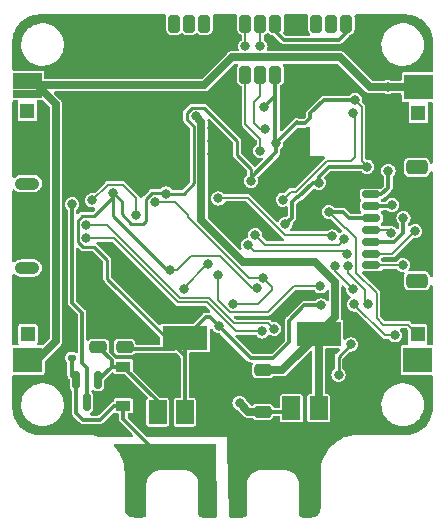
<source format=gbr>
%TF.GenerationSoftware,KiCad,Pcbnew,6.0.11-2627ca5db0~126~ubuntu22.04.1*%
%TF.CreationDate,2023-03-08T23:59:17+01:00*%
%TF.ProjectId,asac-fc-rev-a,61736163-2d66-4632-9d72-65762d612e6b,A*%
%TF.SameCoordinates,Original*%
%TF.FileFunction,Copper,L2,Bot*%
%TF.FilePolarity,Positive*%
%FSLAX46Y46*%
G04 Gerber Fmt 4.6, Leading zero omitted, Abs format (unit mm)*
G04 Created by KiCad (PCBNEW 6.0.11-2627ca5db0~126~ubuntu22.04.1) date 2023-03-08 23:59:17*
%MOMM*%
%LPD*%
G01*
G04 APERTURE LIST*
G04 Aperture macros list*
%AMRoundRect*
0 Rectangle with rounded corners*
0 $1 Rounding radius*
0 $2 $3 $4 $5 $6 $7 $8 $9 X,Y pos of 4 corners*
0 Add a 4 corners polygon primitive as box body*
4,1,4,$2,$3,$4,$5,$6,$7,$8,$9,$2,$3,0*
0 Add four circle primitives for the rounded corners*
1,1,$1+$1,$2,$3*
1,1,$1+$1,$4,$5*
1,1,$1+$1,$6,$7*
1,1,$1+$1,$8,$9*
0 Add four rect primitives between the rounded corners*
20,1,$1+$1,$2,$3,$4,$5,0*
20,1,$1+$1,$4,$5,$6,$7,0*
20,1,$1+$1,$6,$7,$8,$9,0*
20,1,$1+$1,$8,$9,$2,$3,0*%
G04 Aperture macros list end*
%TA.AperFunction,ComponentPad*%
%ADD10O,2.100000X1.050000*%
%TD*%
%TA.AperFunction,SMDPad,CuDef*%
%ADD11R,1.200000X0.900000*%
%TD*%
%TA.AperFunction,ComponentPad*%
%ADD12R,0.850000X0.700000*%
%TD*%
%TA.AperFunction,ComponentPad*%
%ADD13R,1.270000X1.270000*%
%TD*%
%TA.AperFunction,ComponentPad*%
%ADD14RoundRect,0.250000X0.250000X-0.500000X0.250000X0.500000X-0.250000X0.500000X-0.250000X-0.500000X0*%
%TD*%
%TA.AperFunction,SMDPad,CuDef*%
%ADD15R,1.500000X2.000000*%
%TD*%
%TA.AperFunction,SMDPad,CuDef*%
%ADD16R,3.800000X2.000000*%
%TD*%
%TA.AperFunction,SMDPad,CuDef*%
%ADD17RoundRect,0.250000X0.475000X-0.250000X0.475000X0.250000X-0.475000X0.250000X-0.475000X-0.250000X0*%
%TD*%
%TA.AperFunction,SMDPad,CuDef*%
%ADD18RoundRect,0.250000X-0.650000X0.350000X-0.650000X-0.350000X0.650000X-0.350000X0.650000X0.350000X0*%
%TD*%
%TA.AperFunction,SMDPad,CuDef*%
%ADD19RoundRect,0.150000X-0.625000X0.150000X-0.625000X-0.150000X0.625000X-0.150000X0.625000X0.150000X0*%
%TD*%
%TA.AperFunction,SMDPad,CuDef*%
%ADD20RoundRect,0.135000X0.185000X-0.135000X0.185000X0.135000X-0.185000X0.135000X-0.185000X-0.135000X0*%
%TD*%
%TA.AperFunction,SMDPad,CuDef*%
%ADD21RoundRect,0.150000X-0.150000X0.587500X-0.150000X-0.587500X0.150000X-0.587500X0.150000X0.587500X0*%
%TD*%
%TA.AperFunction,ViaPad*%
%ADD22C,0.800000*%
%TD*%
%TA.AperFunction,Conductor*%
%ADD23C,0.304800*%
%TD*%
%TA.AperFunction,Conductor*%
%ADD24C,0.635000*%
%TD*%
%TA.AperFunction,Conductor*%
%ADD25C,0.203200*%
%TD*%
%TA.AperFunction,Conductor*%
%ADD26C,0.254000*%
%TD*%
%TA.AperFunction,Conductor*%
%ADD27C,0.200000*%
%TD*%
G04 APERTURE END LIST*
D10*
%TO.P,J3,*%
%TO.N,*%
X107537500Y-121250000D03*
X107537500Y-114100000D03*
%TD*%
D11*
%TO.P,D4,1,K*%
%TO.N,Net-(C21-Pad1)*%
X115670000Y-129600000D03*
%TO.P,D4,2,A*%
%TO.N,/VBAT*%
X115670000Y-132900000D03*
%TD*%
D12*
%TO.P,J4,3,Pin_3*%
%TO.N,GND*%
X141375000Y-125350000D03*
X139775000Y-125350000D03*
X141375000Y-124650000D03*
X140575000Y-124650000D03*
X139775000Y-124650000D03*
X140575000Y-125350000D03*
X141375000Y-123950000D03*
X140575000Y-123950000D03*
X139775000Y-123950000D03*
D13*
%TO.P,J4,2,Pin_2*%
%TO.N,/M2*%
X140575000Y-126850000D03*
D12*
%TO.P,J4,1,Pin_1*%
%TO.N,/VBAT*%
X139775000Y-128350000D03*
X140575000Y-129750000D03*
X140575000Y-128350000D03*
X140575000Y-129050000D03*
X141375000Y-129750000D03*
X141375000Y-128350000D03*
X139775000Y-129050000D03*
X139775000Y-129750000D03*
X141375000Y-129050000D03*
%TD*%
%TO.P,J9,3,Pin_3*%
%TO.N,GND*%
X106749600Y-109477800D03*
X108349600Y-109477800D03*
X106749600Y-110177800D03*
X107549600Y-110177800D03*
X108349600Y-110177800D03*
X107549600Y-109477800D03*
X106749600Y-110877800D03*
X107549600Y-110877800D03*
X108349600Y-110877800D03*
D13*
%TO.P,J9,2,Pin_2*%
%TO.N,/M4*%
X107549600Y-107977800D03*
D12*
%TO.P,J9,1,Pin_1*%
%TO.N,/VBAT*%
X108349600Y-106477800D03*
X107549600Y-105077800D03*
X107549600Y-106477800D03*
X107549600Y-105777800D03*
X106749600Y-105077800D03*
X106749600Y-106477800D03*
X108349600Y-105777800D03*
X108349600Y-105077800D03*
X106749600Y-105777800D03*
%TD*%
D14*
%TO.P,J10,1,Pin_1*%
%TO.N,/BUZZER*%
X126000000Y-100550000D03*
%TO.P,J10,2,Pin_2*%
%TO.N,/LED*%
X127270000Y-100550000D03*
%TO.P,J10,3,Pin_3*%
%TO.N,+5V*%
X128540000Y-100550000D03*
%TO.P,J10,4,Pin_4*%
%TO.N,GND*%
X129810000Y-100550000D03*
%TD*%
D12*
%TO.P,J1,1,Pin_1*%
%TO.N,/VBAT*%
X139850000Y-105925000D03*
X141450000Y-105225000D03*
X141450000Y-105925000D03*
X139850000Y-106625000D03*
X139850000Y-105225000D03*
X140650000Y-105925000D03*
X140650000Y-106625000D03*
X140650000Y-105225000D03*
X141450000Y-106625000D03*
D13*
%TO.P,J1,2,Pin_2*%
%TO.N,/M1*%
X140650000Y-108125000D03*
D12*
%TO.P,J1,3,Pin_3*%
%TO.N,GND*%
X141450000Y-111025000D03*
X140650000Y-111025000D03*
X139850000Y-111025000D03*
X140650000Y-109625000D03*
X141450000Y-110325000D03*
X140650000Y-110325000D03*
X139850000Y-110325000D03*
X141450000Y-109625000D03*
X139850000Y-109625000D03*
%TD*%
D14*
%TO.P,J15,1,Pin_1*%
%TO.N,/SCL1*%
X126000000Y-104880000D03*
%TO.P,J15,2,Pin_2*%
%TO.N,/SDA1*%
X127270000Y-104880000D03*
%TO.P,J15,3,Pin_3*%
%TO.N,+3.3V*%
X128540000Y-104880000D03*
%TO.P,J15,4,Pin_4*%
%TO.N,GND*%
X129810000Y-104880000D03*
%TD*%
%TO.P,J8,1,Pin_1*%
%TO.N,/RX1*%
X132000000Y-100550000D03*
%TO.P,J8,2,Pin_2*%
%TO.N,/TX1*%
X133270000Y-100550000D03*
%TO.P,J8,3,Pin_3*%
%TO.N,+5V*%
X134540000Y-100550000D03*
%TO.P,J8,4,Pin_4*%
%TO.N,GND*%
X135810000Y-100550000D03*
%TD*%
D12*
%TO.P,J6,3,Pin_3*%
%TO.N,GND*%
X108374600Y-125350000D03*
X106774600Y-125350000D03*
X108374600Y-124650000D03*
X107574600Y-124650000D03*
X106774600Y-124650000D03*
X107574600Y-125350000D03*
X108374600Y-123950000D03*
X107574600Y-123950000D03*
X106774600Y-123950000D03*
D13*
%TO.P,J6,2,Pin_2*%
%TO.N,/M3*%
X107574600Y-126850000D03*
D12*
%TO.P,J6,1,Pin_1*%
%TO.N,/VBAT*%
X106774600Y-128350000D03*
X107574600Y-129750000D03*
X107574600Y-128350000D03*
X107574600Y-129050000D03*
X108374600Y-129750000D03*
X108374600Y-128350000D03*
X106774600Y-129050000D03*
X106774600Y-129750000D03*
X108374600Y-129050000D03*
%TD*%
D14*
%TO.P,J5,1,Pin_1*%
%TO.N,/RX0*%
X119995000Y-100550000D03*
%TO.P,J5,2,Pin_2*%
%TO.N,/TX0*%
X121265000Y-100550000D03*
%TO.P,J5,3,Pin_3*%
%TO.N,+5V*%
X122535000Y-100550000D03*
%TO.P,J5,4,Pin_4*%
%TO.N,GND*%
X123805000Y-100550000D03*
%TD*%
D15*
%TO.P,U4,1,GND*%
%TO.N,GND*%
X134500000Y-133125000D03*
D16*
%TO.P,U4,2,VO*%
%TO.N,+5V*%
X132200000Y-126825000D03*
D15*
X132200000Y-133125000D03*
%TO.P,U4,3,VI*%
%TO.N,/VBAT*%
X129900000Y-133125000D03*
%TD*%
D17*
%TO.P,C22,1*%
%TO.N,+5V*%
X127490000Y-129890000D03*
%TO.P,C22,2*%
%TO.N,GND*%
X127490000Y-127990000D03*
%TD*%
%TO.P,C20,1*%
%TO.N,/VBAT*%
X127450000Y-133425000D03*
%TO.P,C20,2*%
%TO.N,GND*%
X127450000Y-131525000D03*
%TD*%
%TO.P,C21,1*%
%TO.N,Net-(C21-Pad1)*%
X113550000Y-127950000D03*
%TO.P,C21,2*%
%TO.N,GND*%
X113550000Y-126050000D03*
%TD*%
D15*
%TO.P,U5,3,VI*%
%TO.N,Net-(C21-Pad1)*%
X118575000Y-133475000D03*
%TO.P,U5,2,VO*%
%TO.N,+3.3V*%
X120875000Y-133475000D03*
D16*
X120875000Y-127175000D03*
D15*
%TO.P,U5,1,GND*%
%TO.N,GND*%
X123175000Y-133475000D03*
%TD*%
D18*
%TO.P,J11,MP*%
%TO.N,N/C*%
X140525000Y-122325000D03*
X140525000Y-112725000D03*
D19*
%TO.P,J11,8,Pin_8*%
%TO.N,/RX_ESC*%
X136650000Y-121025000D03*
%TO.P,J11,7,Pin_7*%
%TO.N,/CURR*%
X136650000Y-120025000D03*
%TO.P,J11,6,Pin_6*%
%TO.N,/M4*%
X136650000Y-119025000D03*
%TO.P,J11,5,Pin_5*%
%TO.N,/M3*%
X136650000Y-118025000D03*
%TO.P,J11,4,Pin_4*%
%TO.N,/M2*%
X136650000Y-117025000D03*
%TO.P,J11,3,Pin_3*%
%TO.N,/M1*%
X136650000Y-116025000D03*
%TO.P,J11,2,Pin_2*%
%TO.N,/VBAT*%
X136650000Y-115025000D03*
%TO.P,J11,1,Pin_1*%
%TO.N,GND*%
X136650000Y-114025000D03*
%TD*%
D17*
%TO.P,C23,2*%
%TO.N,GND*%
X115770000Y-126020000D03*
%TO.P,C23,1*%
%TO.N,+3.3V*%
X115770000Y-127920000D03*
%TD*%
D20*
%TO.P,R14,1*%
%TO.N,/VBAT*%
X111290000Y-128840000D03*
%TO.P,R14,2*%
%TO.N,GND*%
X111290000Y-127820000D03*
%TD*%
D21*
%TO.P,Q1,1,G*%
%TO.N,/VBAT*%
X111650000Y-130722500D03*
%TO.P,Q1,2,S*%
%TO.N,Net-(C21-Pad1)*%
X113550000Y-130722500D03*
%TO.P,Q1,3,D*%
%TO.N,/VBUS*%
X112600000Y-132597500D03*
%TD*%
D22*
%TO.N,/VBAT*%
X138110000Y-113010000D03*
X138045000Y-105925000D03*
%TO.N,GND*%
X112350000Y-120940000D03*
X140290000Y-119530000D03*
X131300000Y-141700000D03*
X131300000Y-139300000D03*
X131300000Y-140500000D03*
X131300000Y-136600000D03*
X130100000Y-137800000D03*
X131300000Y-137800000D03*
X130100000Y-136600000D03*
X128900000Y-137800000D03*
X128900000Y-136600000D03*
X127700000Y-136600000D03*
X127700000Y-137800000D03*
X126500000Y-136600000D03*
X126500000Y-137800000D03*
X125300000Y-137800000D03*
X125300000Y-136600000D03*
X125400000Y-139300000D03*
X125400000Y-140500000D03*
X125400000Y-141700000D03*
%TO.N,/VBAT*%
X116200000Y-137800000D03*
X116700000Y-139000000D03*
X116700000Y-140300000D03*
X116700000Y-141500000D03*
X116200000Y-136600000D03*
X117500000Y-136600000D03*
X117500000Y-137800000D03*
X118800000Y-136600000D03*
X118800000Y-137800000D03*
X120100000Y-136600000D03*
X120100000Y-137800000D03*
X121500000Y-137800000D03*
X121500000Y-136600000D03*
X122800000Y-136600000D03*
X122800000Y-137800000D03*
X122800000Y-139100000D03*
X122800000Y-140400000D03*
X122800000Y-141600000D03*
%TO.N,GND*%
X122900000Y-134900000D03*
X124000000Y-134900000D03*
X126290000Y-134900000D03*
X125100000Y-134900000D03*
X113390000Y-110890000D03*
%TO.N,/SDA1*%
X127630000Y-109479500D03*
%TO.N,/SCL1*%
X127260500Y-111320541D03*
%TO.N,/CURR*%
X134380000Y-118780000D03*
%TO.N,/~{RESET}*%
X113025500Y-115520000D03*
X116753296Y-116796704D03*
%TO.N,/RX_ESC*%
X135180000Y-124330000D03*
X138660000Y-126950000D03*
X132360000Y-122800000D03*
X123690000Y-121860000D03*
%TO.N,/CURR*%
X126830000Y-118460000D03*
%TO.N,/RX_ESC*%
X139330000Y-120970000D03*
%TO.N,/CURR*%
X140374071Y-118123683D03*
%TO.N,GND*%
X125270000Y-116930000D03*
X126040000Y-117670000D03*
X124520000Y-116220000D03*
X123070000Y-128790000D03*
X123200000Y-111600000D03*
X123200000Y-110500000D03*
X123200000Y-109400000D03*
X123670000Y-106040000D03*
X117070000Y-126970000D03*
X108100000Y-122650000D03*
X107060000Y-122650000D03*
%TO.N,+3.3V*%
X123755353Y-126154647D03*
X127594287Y-107634287D03*
%TO.N,GND*%
X134700000Y-115000000D03*
X133600000Y-115000000D03*
X133600000Y-114000000D03*
X134700000Y-114000000D03*
X122610000Y-103810000D03*
X124800000Y-102491900D03*
X137000000Y-104700000D03*
X137000000Y-103500000D03*
X137000000Y-102400000D03*
X112330000Y-122990000D03*
X113070000Y-123820000D03*
X111200000Y-126700000D03*
X133200000Y-134900000D03*
X132000000Y-134900000D03*
X111500000Y-134900000D03*
X112700000Y-134900000D03*
X113900000Y-134900000D03*
X115100000Y-134900000D03*
%TO.N,/USB-*%
X127436868Y-126613078D03*
%TO.N,+1V1*%
X124990500Y-124270000D03*
%TO.N,GND*%
X129330000Y-124560000D03*
%TO.N,+1V1*%
X127487842Y-122105125D03*
X118370000Y-115640000D03*
%TO.N,+3.3V*%
X132430000Y-124420000D03*
X119590000Y-121430000D03*
X126949073Y-122946988D03*
%TO.N,/M4*%
X133350000Y-118574500D03*
X139380398Y-117027140D03*
%TO.N,/M3*%
X138308803Y-118272600D03*
X134644487Y-120050963D03*
X126250000Y-119300000D03*
X122815250Y-120944750D03*
%TO.N,/M4*%
X123710000Y-115360000D03*
%TO.N,/M3*%
X120780000Y-123050000D03*
%TO.N,/M1*%
X138410000Y-115920000D03*
%TO.N,+5V*%
X121795406Y-108395406D03*
%TO.N,+3.3V*%
X129390024Y-117520730D03*
X135280000Y-107030000D03*
X136300000Y-112670000D03*
X132210000Y-114020000D03*
X126474500Y-113870000D03*
X128620000Y-110640000D03*
%TO.N,/BUZZER*%
X126000000Y-102491900D03*
%TO.N,+3.3V*%
X119280000Y-114940500D03*
X114830000Y-114910000D03*
%TO.N,/~{USB_BOOT}*%
X134950000Y-127720000D03*
X133884999Y-130275001D03*
%TO.N,/VBAT*%
X125503771Y-132666229D03*
%TO.N,/VBUS*%
X111335378Y-115844622D03*
%TO.N,GND*%
X129000000Y-131250000D03*
%TO.N,/M2*%
X133068614Y-116499500D03*
%TO.N,/USB-*%
X112530500Y-118723952D03*
%TO.N,/USB+*%
X128410000Y-126385000D03*
X112516500Y-117576500D03*
%TO.N,/QSPI_SS*%
X134675000Y-121050000D03*
X136361736Y-124331736D03*
%TO.N,/QSPI_SD1*%
X133547029Y-121093471D03*
X135091736Y-123061736D03*
%TO.N,/LED*%
X127270000Y-102491900D03*
%TO.N,/IMU_INTERRUPT*%
X129174502Y-115458897D03*
X135150000Y-108150000D03*
%TO.N,GND*%
X121120000Y-125575498D03*
X116180000Y-109140000D03*
X116155382Y-113654618D03*
X130925000Y-112575000D03*
X120909000Y-113340000D03*
X137325000Y-110650000D03*
X130750000Y-108249500D03*
X134100000Y-105100000D03*
X126107882Y-127482118D03*
X116901713Y-112838287D03*
X128896316Y-125391669D03*
X119710000Y-112280000D03*
X132140000Y-117175500D03*
X131648326Y-106948326D03*
X136830000Y-107570000D03*
X117260000Y-123275500D03*
X126239500Y-110730000D03*
%TD*%
D23*
%TO.N,/M1*%
X138305000Y-116025000D02*
X136650000Y-116025000D01*
X138410000Y-115920000D02*
X138305000Y-116025000D01*
D24*
%TO.N,/VBAT*%
X138045000Y-105925000D02*
X138665000Y-105925000D01*
D23*
X136650000Y-115025000D02*
X137525000Y-115025000D01*
X137525000Y-115025000D02*
X138110000Y-114440000D01*
X138110000Y-114440000D02*
X138110000Y-113010000D01*
D25*
%TO.N,/RX_ESC*%
X139275000Y-121025000D02*
X136650000Y-121025000D01*
X139330000Y-120970000D02*
X139275000Y-121025000D01*
D23*
%TO.N,/M4*%
X139380398Y-117027140D02*
X139380398Y-118265060D01*
X139380398Y-118265060D02*
X138620458Y-119025000D01*
X138620458Y-119025000D02*
X136650000Y-119025000D01*
D24*
%TO.N,/VBAT*%
X136525000Y-105925000D02*
X138045000Y-105925000D01*
X138665000Y-105925000D02*
X139850000Y-105925000D01*
X108349600Y-105777800D02*
X122512200Y-105777800D01*
X122512200Y-105777800D02*
X124870000Y-103420000D01*
X124870000Y-103420000D02*
X134020000Y-103420000D01*
X134020000Y-103420000D02*
X136525000Y-105925000D01*
X108374600Y-129050000D02*
X109960000Y-127464600D01*
X109960000Y-127464600D02*
X109960000Y-107388200D01*
X109960000Y-107388200D02*
X108349600Y-105777800D01*
D23*
X115670000Y-132900000D02*
X114910000Y-132900000D01*
X113720000Y-134090000D02*
X112240000Y-134090000D01*
X114910000Y-132900000D02*
X113720000Y-134090000D01*
X112240000Y-134090000D02*
X111650000Y-133500000D01*
X111650000Y-133500000D02*
X111650000Y-130722500D01*
%TO.N,/VBUS*%
X111335378Y-115844622D02*
X111310600Y-115869400D01*
X111310600Y-115869400D02*
X111310600Y-124180600D01*
X112190000Y-129300000D02*
X112600000Y-129710000D01*
X111310600Y-124180600D02*
X112190000Y-125060000D01*
X112600000Y-129710000D02*
X112600000Y-132597500D01*
X112190000Y-125060000D02*
X112190000Y-129300000D01*
D26*
%TO.N,+3.3V*%
X114830000Y-114910000D02*
X115520000Y-115600000D01*
X115520000Y-115600000D02*
X115520000Y-116700000D01*
X115520000Y-116700000D02*
X116343704Y-117523704D01*
X117610000Y-115370000D02*
X118067000Y-114913000D01*
X118067000Y-114913000D02*
X119252500Y-114913000D01*
X116343704Y-117523704D02*
X117326296Y-117523704D01*
X117326296Y-117523704D02*
X117610000Y-117240000D01*
X117610000Y-117240000D02*
X117610000Y-115370000D01*
X119252500Y-114913000D02*
X119280000Y-114940500D01*
D27*
X126949073Y-122946988D02*
X126600485Y-122946988D01*
X126600485Y-122946988D02*
X123853497Y-120200000D01*
X123853497Y-120200000D02*
X121420000Y-120200000D01*
X121420000Y-120200000D02*
X120190000Y-121430000D01*
X120190000Y-121430000D02*
X119590000Y-121430000D01*
%TO.N,/M3*%
X122815250Y-120944750D02*
X122775250Y-120944750D01*
X122775250Y-120944750D02*
X120780000Y-122940000D01*
X120780000Y-122940000D02*
X120780000Y-123050000D01*
X126250000Y-119300000D02*
X126720000Y-119770000D01*
X126720000Y-119770000D02*
X134363524Y-119770000D01*
X134363524Y-119770000D02*
X134644487Y-120050963D01*
D23*
%TO.N,+3.3V*%
X122670000Y-125380000D02*
X122980000Y-125380000D01*
X120875000Y-127175000D02*
X122670000Y-125380000D01*
X128340000Y-128890000D02*
X129720000Y-127510000D01*
X122980000Y-125417584D02*
X126452416Y-128890000D01*
X126452416Y-128890000D02*
X128340000Y-128890000D01*
X129720000Y-127510000D02*
X129720000Y-125700200D01*
X129720000Y-125700200D02*
X131000200Y-124420000D01*
X131000200Y-124420000D02*
X132430000Y-124420000D01*
D24*
%TO.N,+5V*%
X127490000Y-129890000D02*
X129135000Y-129890000D01*
X129135000Y-129890000D02*
X132200000Y-126825000D01*
D25*
%TO.N,/CURR*%
X140374071Y-118123683D02*
X140356317Y-118123683D01*
X140356317Y-118123683D02*
X138455000Y-120025000D01*
X138455000Y-120025000D02*
X136650000Y-120025000D01*
D27*
%TO.N,/SCL1*%
X127260500Y-110300500D02*
X126000000Y-109040000D01*
X127260500Y-111320541D02*
X127260500Y-110300500D01*
X126000000Y-109040000D02*
X126000000Y-104880000D01*
%TO.N,/SDA1*%
X126763196Y-107153246D02*
X127270000Y-106646442D01*
X127249500Y-109479500D02*
X126763196Y-108993196D01*
X126763196Y-108993196D02*
X126763196Y-107153246D01*
X127270000Y-106646442D02*
X127270000Y-104880000D01*
X127630000Y-109479500D02*
X127249500Y-109479500D01*
%TO.N,/USB+*%
X112516500Y-117576500D02*
X114316550Y-117576500D01*
X114316550Y-117576500D02*
X120490050Y-123750000D01*
X120490050Y-123750000D02*
X122905635Y-123750000D01*
X122905635Y-123750000D02*
X125068713Y-125913078D01*
X125068713Y-125913078D02*
X127938078Y-125913078D01*
X127938078Y-125913078D02*
X128410000Y-126385000D01*
D26*
%TO.N,+3.3V*%
X114830000Y-114910000D02*
X114830000Y-115210000D01*
X114830000Y-115210000D02*
X113190000Y-116850000D01*
X113190000Y-116850000D02*
X112170000Y-116850000D01*
X112170000Y-116850000D02*
X111790000Y-117230000D01*
X111790000Y-117230000D02*
X111790000Y-119011586D01*
X111790000Y-119011586D02*
X112229366Y-119450952D01*
X112229366Y-119450952D02*
X113170952Y-119450952D01*
X113170952Y-119450952D02*
X114300000Y-120580000D01*
X114300000Y-120580000D02*
X114300000Y-122150000D01*
X114300000Y-122150000D02*
X120875000Y-128725000D01*
X120875000Y-128725000D02*
X120875000Y-129335000D01*
D27*
%TO.N,/RX_ESC*%
X123690000Y-121860000D02*
X123690000Y-123959450D01*
X123690000Y-123959450D02*
X124700550Y-124970000D01*
X124700550Y-124970000D02*
X127930050Y-124970000D01*
X127930050Y-124970000D02*
X130100050Y-122800000D01*
X130100050Y-122800000D02*
X132360000Y-122800000D01*
D24*
%TO.N,/VBAT*%
X125503771Y-132666229D02*
X126262542Y-133425000D01*
X126262542Y-133425000D02*
X127450000Y-133425000D01*
D27*
%TO.N,/RX_ESC*%
X138660000Y-126950000D02*
X137780000Y-126950000D01*
X137780000Y-126950000D02*
X135180000Y-124350000D01*
X135180000Y-124350000D02*
X135180000Y-124330000D01*
%TO.N,/M2*%
X137690000Y-126040000D02*
X139765000Y-126040000D01*
X137120000Y-125470000D02*
X137690000Y-126040000D01*
X137120000Y-123400000D02*
X137120000Y-125470000D01*
X135380000Y-121660000D02*
X137120000Y-123400000D01*
X135390000Y-118710000D02*
X135390000Y-121650000D01*
X133068614Y-116499500D02*
X134444114Y-117875000D01*
X135390000Y-121650000D02*
X135380000Y-121660000D01*
D23*
X134785000Y-117025000D02*
X136650000Y-117025000D01*
D27*
X134555000Y-117875000D02*
X135390000Y-118710000D01*
X134444114Y-117875000D02*
X134555000Y-117875000D01*
X139765000Y-126040000D02*
X140575000Y-126850000D01*
D23*
X133068614Y-116499500D02*
X134259500Y-116499500D01*
X134259500Y-116499500D02*
X134785000Y-117025000D01*
D27*
%TO.N,+1V1*%
X121177906Y-116777906D02*
X120040000Y-115640000D01*
X126324308Y-122105125D02*
X121177906Y-116958723D01*
X127487842Y-122105125D02*
X126324308Y-122105125D01*
X121177906Y-116958723D02*
X121177906Y-116777906D01*
X127090000Y-124270000D02*
X124990500Y-124270000D01*
X128270000Y-123090000D02*
X127090000Y-124270000D01*
X128270000Y-122887283D02*
X128270000Y-123090000D01*
X127487842Y-122105125D02*
X128270000Y-122887283D01*
X120040000Y-115640000D02*
X118370000Y-115640000D01*
%TO.N,/QSPI_SS*%
X136361736Y-124331736D02*
X136090000Y-124060000D01*
X136090000Y-124060000D02*
X136090000Y-123070050D01*
X136090000Y-123070050D02*
X134675000Y-121655050D01*
X134675000Y-121655050D02*
X134675000Y-121050000D01*
%TO.N,/QSPI_SD1*%
X133547029Y-121093471D02*
X133547029Y-121517029D01*
X133547029Y-121517029D02*
X135091736Y-123061736D01*
D26*
%TO.N,+3.3V*%
X126474500Y-113870000D02*
X126474500Y-112864500D01*
X126474500Y-112864500D02*
X125300000Y-111690000D01*
X121635500Y-109263634D02*
X121635500Y-114084500D01*
X125300000Y-111690000D02*
X125300000Y-110471866D01*
X125300000Y-110471866D02*
X122496540Y-107668406D01*
X121494272Y-107668406D02*
X121068406Y-108094272D01*
X121635500Y-114084500D02*
X120779500Y-114940500D01*
X122496540Y-107668406D02*
X121494272Y-107668406D01*
X121068406Y-108094272D02*
X121068406Y-108696540D01*
X121068406Y-108696540D02*
X121635500Y-109263634D01*
X120779500Y-114940500D02*
X119280000Y-114940500D01*
D24*
%TO.N,+5V*%
X121795406Y-108395406D02*
X122280000Y-108880000D01*
X122280000Y-108880000D02*
X122280000Y-117187541D01*
X133620000Y-122463276D02*
X133620000Y-125405000D01*
X133620000Y-125405000D02*
X132200000Y-126825000D01*
X122280000Y-117187541D02*
X125792459Y-120700000D01*
X125792459Y-120700000D02*
X131856724Y-120700000D01*
X131856724Y-120700000D02*
X133620000Y-122463276D01*
D23*
%TO.N,+3.3V*%
X127594287Y-107634287D02*
X127594287Y-107615713D01*
X127594287Y-107615713D02*
X128540000Y-106670000D01*
X128620000Y-111455000D02*
X128620000Y-110640000D01*
X126474500Y-113600500D02*
X128620000Y-111455000D01*
X126474500Y-113870000D02*
X126474500Y-113600500D01*
D27*
%TO.N,/IMU_INTERRUPT*%
X129174502Y-115458897D02*
X129842287Y-114791112D01*
X129842287Y-114791112D02*
X130308888Y-114791112D01*
X130308888Y-114791112D02*
X132890000Y-112210000D01*
X132890000Y-112210000D02*
X134910000Y-112210000D01*
X134910000Y-112210000D02*
X135250000Y-111870000D01*
X135250000Y-111870000D02*
X135250000Y-108250000D01*
X135250000Y-108250000D02*
X135150000Y-108150000D01*
D23*
%TO.N,+3.3V*%
X132210000Y-114020000D02*
X131719790Y-114020000D01*
X131719790Y-114020000D02*
X130496278Y-115243512D01*
X130496278Y-115243512D02*
X130369079Y-115243512D01*
X130369079Y-115243512D02*
X129928334Y-115684257D01*
X132210000Y-113529790D02*
X133069790Y-112670000D01*
X129928334Y-115684257D02*
X129928334Y-116982420D01*
X129928334Y-116982420D02*
X129390024Y-117520730D01*
X132210000Y-114020000D02*
X132210000Y-113529790D01*
X133069790Y-112670000D02*
X136300000Y-112670000D01*
D27*
%TO.N,/M3*%
X138308803Y-118272600D02*
X138061203Y-118025000D01*
X138061203Y-118025000D02*
X136650000Y-118025000D01*
%TO.N,/~{RESET}*%
X115630000Y-114210000D02*
X116753296Y-115333296D01*
X113025500Y-115520000D02*
X114335500Y-114210000D01*
X114335500Y-114210000D02*
X115630000Y-114210000D01*
X116753296Y-115333296D02*
X116753296Y-116796704D01*
D26*
%TO.N,+3.3V*%
X114830000Y-114910000D02*
X114780000Y-114960000D01*
X114780000Y-116830000D02*
X119380000Y-121430000D01*
X114780000Y-114960000D02*
X114780000Y-116830000D01*
X119380000Y-121430000D02*
X119590000Y-121430000D01*
D27*
%TO.N,/CURR*%
X133885500Y-119274500D02*
X134380000Y-118780000D01*
X127644500Y-119274500D02*
X133885500Y-119274500D01*
X126830000Y-118460000D02*
X127644500Y-119274500D01*
%TO.N,/M4*%
X123710000Y-115360000D02*
X123760000Y-115310000D01*
X123760000Y-115310000D02*
X126190050Y-115310000D01*
X126190050Y-115310000D02*
X129330050Y-118450000D01*
X129330050Y-118450000D02*
X133240000Y-118450000D01*
X133240000Y-118450000D02*
X133350000Y-118560000D01*
X133350000Y-118560000D02*
X133350000Y-118574500D01*
%TO.N,/USB-*%
X112540542Y-118723952D02*
X114843952Y-118723952D01*
X114843952Y-118723952D02*
X120270000Y-124150000D01*
X120270000Y-124150000D02*
X122739950Y-124150000D01*
X122739950Y-124150000D02*
X125203027Y-126613078D01*
X125203027Y-126613078D02*
X127436868Y-126613078D01*
%TO.N,+3.3V*%
X135280000Y-107030000D02*
X135850000Y-107600000D01*
X135850000Y-107600000D02*
X135850000Y-112220000D01*
X135850000Y-112220000D02*
X136300000Y-112670000D01*
D23*
X128540000Y-104880000D02*
X128540000Y-106670000D01*
X128540000Y-106670000D02*
X128540000Y-110560000D01*
%TO.N,/VBAT*%
X115670000Y-134070000D02*
X118400000Y-136800000D01*
X115670000Y-132900000D02*
X115670000Y-134070000D01*
D27*
%TO.N,/BUZZER*%
X126000000Y-102491900D02*
X126000000Y-100550000D01*
%TO.N,/LED*%
X127270000Y-102491900D02*
X127270000Y-100550000D01*
D23*
%TO.N,+5V*%
X128540000Y-100550000D02*
X128540000Y-101210000D01*
X128540000Y-101210000D02*
X129280000Y-101950000D01*
X129280000Y-101950000D02*
X133920000Y-101950000D01*
X133920000Y-101950000D02*
X134540000Y-101330000D01*
X134540000Y-101330000D02*
X134540000Y-100550000D01*
%TO.N,+3.3V*%
X120875000Y-129335000D02*
X120875000Y-133475000D01*
X120875000Y-127175000D02*
X120875000Y-129335000D01*
D24*
%TO.N,+5V*%
X132200000Y-133125000D02*
X132200000Y-126825000D01*
D23*
%TO.N,+3.3V*%
X128620000Y-110640000D02*
X130348223Y-108911777D01*
X130348223Y-108911777D02*
X130438345Y-109001900D01*
X130438345Y-109001900D02*
X131061655Y-109001900D01*
X131061655Y-109001900D02*
X131502400Y-108561155D01*
X132630000Y-107030000D02*
X135280000Y-107030000D01*
X131502400Y-108561155D02*
X131502400Y-108157600D01*
X131502400Y-108157600D02*
X132630000Y-107030000D01*
X128540000Y-110560000D02*
X128620000Y-110640000D01*
D26*
%TO.N,/~{USB_BOOT}*%
X134950000Y-127720000D02*
X133884999Y-128785001D01*
X133884999Y-128785001D02*
X133884999Y-130275001D01*
D23*
%TO.N,+3.3V*%
X115770000Y-127920000D02*
X115960000Y-128110000D01*
X115960000Y-128110000D02*
X119940000Y-128110000D01*
X119940000Y-128110000D02*
X120875000Y-127175000D01*
%TO.N,/VBAT*%
X111290000Y-128840000D02*
X111290000Y-130362500D01*
X111290000Y-130362500D02*
X111650000Y-130722500D01*
%TO.N,Net-(C21-Pad1)*%
X114672500Y-129600000D02*
X114672500Y-129072500D01*
X114672500Y-129072500D02*
X113550000Y-127950000D01*
X115670000Y-129600000D02*
X114672500Y-129600000D01*
X114672500Y-129600000D02*
X113550000Y-130722500D01*
X118575000Y-133475000D02*
X118575000Y-132505000D01*
X118575000Y-132505000D02*
X115670000Y-129600000D01*
%TO.N,/VBAT*%
X127450000Y-133425000D02*
X129600000Y-133425000D01*
X129600000Y-133425000D02*
X129900000Y-133125000D01*
%TD*%
%TA.AperFunction,Conductor*%
%TO.N,GND*%
G36*
X134200000Y-135460000D02*
G01*
X134286357Y-135539050D01*
X134283231Y-135560904D01*
X134285959Y-135579768D01*
X134256517Y-135644372D01*
X134218431Y-135674201D01*
X133972554Y-135799482D01*
X133691212Y-135982188D01*
X133430509Y-136193301D01*
X133193301Y-136430509D01*
X132982188Y-136691212D01*
X132799482Y-136972554D01*
X132797988Y-136975486D01*
X132797984Y-136975493D01*
X132741894Y-137085576D01*
X132647185Y-137271453D01*
X132526967Y-137584634D01*
X132440143Y-137908665D01*
X132387665Y-138239998D01*
X132370358Y-138570232D01*
X132369344Y-138574641D01*
X132372476Y-138588480D01*
X132372467Y-138593312D01*
X132374500Y-138611504D01*
X132374500Y-141537920D01*
X132372534Y-141555242D01*
X132372524Y-141560811D01*
X132369344Y-141574641D01*
X132372476Y-141588482D01*
X132372474Y-141589605D01*
X132371867Y-141601736D01*
X132360354Y-141718626D01*
X132355536Y-141742848D01*
X132317243Y-141869085D01*
X132307793Y-141891898D01*
X132245611Y-142008232D01*
X132231888Y-142028770D01*
X132148204Y-142130739D01*
X132130739Y-142148204D01*
X132028770Y-142231888D01*
X132008234Y-142245610D01*
X131904902Y-142300842D01*
X131891898Y-142307793D01*
X131869088Y-142317242D01*
X131742844Y-142355538D01*
X131718627Y-142360354D01*
X131693814Y-142362798D01*
X131601230Y-142371917D01*
X131589095Y-142372503D01*
X131575359Y-142369344D01*
X131561520Y-142372475D01*
X131556690Y-142372467D01*
X131538496Y-142374500D01*
X130862080Y-142374500D01*
X130844757Y-142372534D01*
X130839189Y-142372524D01*
X130825359Y-142369344D01*
X130814194Y-142371870D01*
X130802549Y-142370944D01*
X130752155Y-142362962D01*
X130714670Y-142350782D01*
X130666736Y-142326359D01*
X130634845Y-142303188D01*
X130596812Y-142265155D01*
X130573640Y-142233263D01*
X130549218Y-142185330D01*
X130537037Y-142147842D01*
X130530757Y-142108192D01*
X130530117Y-142078039D01*
X130530655Y-142075718D01*
X130530656Y-142075000D01*
X130528654Y-142066225D01*
X130525500Y-142038210D01*
X130525500Y-139612371D01*
X130528755Y-139583918D01*
X130529043Y-139582676D01*
X130529044Y-139582669D01*
X130530655Y-139575718D01*
X130530656Y-139575000D01*
X130529075Y-139568069D01*
X130528282Y-139560987D01*
X130528463Y-139560967D01*
X130527729Y-139556164D01*
X130514774Y-139391554D01*
X130514386Y-139386620D01*
X130470274Y-139202878D01*
X130468380Y-139198305D01*
X130399856Y-139032873D01*
X130399854Y-139032869D01*
X130397961Y-139028299D01*
X130299228Y-138867182D01*
X130296021Y-138863427D01*
X130296018Y-138863423D01*
X130179714Y-138727250D01*
X130176506Y-138723494D01*
X130172750Y-138720286D01*
X130036577Y-138603982D01*
X130036573Y-138603979D01*
X130032818Y-138600772D01*
X129871701Y-138502039D01*
X129867131Y-138500146D01*
X129867127Y-138500144D01*
X129701695Y-138431620D01*
X129701693Y-138431619D01*
X129697122Y-138429726D01*
X129633915Y-138414552D01*
X129518193Y-138386769D01*
X129518187Y-138386768D01*
X129513380Y-138385614D01*
X129344895Y-138372353D01*
X129339786Y-138371563D01*
X129339762Y-138371772D01*
X129332667Y-138370955D01*
X129325718Y-138369345D01*
X129325000Y-138369344D01*
X129316225Y-138371346D01*
X129288210Y-138374500D01*
X127362371Y-138374500D01*
X127333918Y-138371245D01*
X127332676Y-138370957D01*
X127332669Y-138370956D01*
X127325718Y-138369345D01*
X127325000Y-138369344D01*
X127318069Y-138370925D01*
X127310987Y-138371718D01*
X127310967Y-138371537D01*
X127306167Y-138372271D01*
X127136620Y-138385614D01*
X127131813Y-138386768D01*
X127131807Y-138386769D01*
X127016085Y-138414552D01*
X126952878Y-138429726D01*
X126948307Y-138431619D01*
X126948305Y-138431620D01*
X126782873Y-138500144D01*
X126782869Y-138500146D01*
X126778299Y-138502039D01*
X126617182Y-138600772D01*
X126613427Y-138603979D01*
X126613423Y-138603982D01*
X126477250Y-138720286D01*
X126473494Y-138723494D01*
X126470286Y-138727250D01*
X126353982Y-138863423D01*
X126353979Y-138863427D01*
X126350772Y-138867182D01*
X126252039Y-139028299D01*
X126250146Y-139032869D01*
X126250144Y-139032873D01*
X126181620Y-139198305D01*
X126179726Y-139202878D01*
X126135614Y-139386620D01*
X126121582Y-139564907D01*
X126119344Y-139574641D01*
X126122475Y-139588480D01*
X126122467Y-139593309D01*
X126124500Y-139611504D01*
X126124500Y-142037920D01*
X126122534Y-142055243D01*
X126122524Y-142060811D01*
X126119344Y-142074641D01*
X126121870Y-142085806D01*
X126120944Y-142097451D01*
X126114152Y-142140332D01*
X126112963Y-142147842D01*
X126100782Y-142185330D01*
X126076360Y-142233263D01*
X126053188Y-142265155D01*
X126015155Y-142303188D01*
X125983264Y-142326359D01*
X125935332Y-142350781D01*
X125897843Y-142362963D01*
X125879311Y-142365898D01*
X125847396Y-142370952D01*
X125836158Y-142371827D01*
X125825359Y-142369344D01*
X125811520Y-142372475D01*
X125806691Y-142372467D01*
X125788496Y-142374500D01*
X124736756Y-142374500D01*
X124668635Y-142354498D01*
X124622142Y-142300842D01*
X124610794Y-142251608D01*
X124467219Y-136433084D01*
X124440000Y-135330000D01*
X134200000Y-135460000D01*
G37*
%TD.AperFunction*%
%TD*%
%TA.AperFunction,Conductor*%
%TO.N,/VBAT*%
G36*
X123472632Y-136150112D02*
G01*
X123519227Y-136203679D01*
X123530712Y-136255525D01*
X123564710Y-142247785D01*
X123545095Y-142316018D01*
X123491704Y-142362815D01*
X123438712Y-142374500D01*
X122362080Y-142374500D01*
X122344757Y-142372534D01*
X122339189Y-142372524D01*
X122325359Y-142369344D01*
X122314194Y-142371870D01*
X122302549Y-142370944D01*
X122252155Y-142362962D01*
X122214670Y-142350782D01*
X122166736Y-142326359D01*
X122134845Y-142303188D01*
X122096812Y-142265155D01*
X122073640Y-142233263D01*
X122049218Y-142185330D01*
X122037037Y-142147842D01*
X122030757Y-142108192D01*
X122030117Y-142078039D01*
X122030655Y-142075718D01*
X122030656Y-142075000D01*
X122028654Y-142066225D01*
X122025500Y-142038210D01*
X122025500Y-139612371D01*
X122028755Y-139583918D01*
X122029043Y-139582676D01*
X122029044Y-139582669D01*
X122030655Y-139575718D01*
X122030656Y-139575000D01*
X122029075Y-139568069D01*
X122028282Y-139560987D01*
X122028463Y-139560967D01*
X122027729Y-139556164D01*
X122014774Y-139391554D01*
X122014386Y-139386620D01*
X121970274Y-139202878D01*
X121968380Y-139198305D01*
X121899856Y-139032873D01*
X121899854Y-139032869D01*
X121897961Y-139028299D01*
X121799228Y-138867182D01*
X121796021Y-138863427D01*
X121796018Y-138863423D01*
X121679714Y-138727250D01*
X121676506Y-138723494D01*
X121546399Y-138612371D01*
X121536577Y-138603982D01*
X121536573Y-138603979D01*
X121532818Y-138600772D01*
X121371701Y-138502039D01*
X121367131Y-138500146D01*
X121367127Y-138500144D01*
X121201695Y-138431620D01*
X121201693Y-138431619D01*
X121197122Y-138429726D01*
X121133915Y-138414552D01*
X121018193Y-138386769D01*
X121018187Y-138386768D01*
X121013380Y-138385614D01*
X120844895Y-138372353D01*
X120839786Y-138371563D01*
X120839762Y-138371772D01*
X120832667Y-138370955D01*
X120825718Y-138369345D01*
X120825000Y-138369344D01*
X120816225Y-138371346D01*
X120788210Y-138374500D01*
X118862371Y-138374500D01*
X118833918Y-138371245D01*
X118832676Y-138370957D01*
X118832669Y-138370956D01*
X118825718Y-138369345D01*
X118825000Y-138369344D01*
X118818069Y-138370925D01*
X118810987Y-138371718D01*
X118810967Y-138371537D01*
X118806167Y-138372271D01*
X118636620Y-138385614D01*
X118631813Y-138386768D01*
X118631807Y-138386769D01*
X118516085Y-138414552D01*
X118452878Y-138429726D01*
X118448307Y-138431619D01*
X118448305Y-138431620D01*
X118282873Y-138500144D01*
X118282869Y-138500146D01*
X118278299Y-138502039D01*
X118117182Y-138600772D01*
X118113427Y-138603979D01*
X118113423Y-138603982D01*
X118103601Y-138612371D01*
X117973494Y-138723494D01*
X117970286Y-138727250D01*
X117853982Y-138863423D01*
X117853979Y-138863427D01*
X117850772Y-138867182D01*
X117752039Y-139028299D01*
X117750146Y-139032869D01*
X117750144Y-139032873D01*
X117681620Y-139198305D01*
X117679726Y-139202878D01*
X117635614Y-139386620D01*
X117621582Y-139564907D01*
X117619344Y-139574641D01*
X117622475Y-139588480D01*
X117622467Y-139593309D01*
X117624500Y-139611504D01*
X117624500Y-142037920D01*
X117622534Y-142055243D01*
X117622524Y-142060811D01*
X117619344Y-142074641D01*
X117621870Y-142085806D01*
X117620944Y-142097451D01*
X117614152Y-142140332D01*
X117612963Y-142147842D01*
X117600782Y-142185330D01*
X117576360Y-142233263D01*
X117553188Y-142265155D01*
X117515155Y-142303188D01*
X117483264Y-142326359D01*
X117435332Y-142350781D01*
X117397843Y-142362963D01*
X117379311Y-142365898D01*
X117347396Y-142370952D01*
X117336158Y-142371827D01*
X117325359Y-142369344D01*
X117311520Y-142372475D01*
X117306691Y-142372467D01*
X117288496Y-142374500D01*
X116612080Y-142374500D01*
X116594758Y-142372534D01*
X116589189Y-142372524D01*
X116575359Y-142369344D01*
X116561518Y-142372476D01*
X116560395Y-142372474D01*
X116548269Y-142371867D01*
X116493382Y-142366461D01*
X116431374Y-142360354D01*
X116407152Y-142355536D01*
X116280915Y-142317243D01*
X116258102Y-142307793D01*
X116249487Y-142303188D01*
X116141766Y-142245610D01*
X116121230Y-142231888D01*
X116019261Y-142148204D01*
X116001796Y-142130739D01*
X115918112Y-142028770D01*
X115904389Y-142008232D01*
X115842207Y-141891898D01*
X115832758Y-141869088D01*
X115794462Y-141742844D01*
X115789646Y-141718626D01*
X115778860Y-141609114D01*
X115779078Y-141582523D01*
X115780655Y-141575718D01*
X115780656Y-141575000D01*
X115778654Y-141566225D01*
X115775500Y-141538210D01*
X115775500Y-138612371D01*
X115778755Y-138583918D01*
X115779043Y-138582676D01*
X115779044Y-138582669D01*
X115780655Y-138575718D01*
X115780656Y-138575000D01*
X115780171Y-138572873D01*
X115780431Y-138570612D01*
X115779664Y-138570652D01*
X115775969Y-138500144D01*
X115762335Y-138239998D01*
X115709857Y-137908665D01*
X115623033Y-137584634D01*
X115502815Y-137271453D01*
X115408106Y-137085576D01*
X115352016Y-136975493D01*
X115352012Y-136975486D01*
X115350518Y-136972554D01*
X115167812Y-136691212D01*
X114956699Y-136430509D01*
X114887640Y-136361450D01*
X114853614Y-136299138D01*
X114858679Y-136228323D01*
X114901226Y-136171487D01*
X114967746Y-136146676D01*
X114976494Y-136146355D01*
X122233292Y-136132479D01*
X123404473Y-136130240D01*
X123472632Y-136150112D01*
G37*
%TD.AperFunction*%
%TD*%
%TA.AperFunction,Conductor*%
%TO.N,GND*%
G36*
X125334785Y-103958002D02*
G01*
X125381278Y-104011658D01*
X125391382Y-104081932D01*
X125368015Y-104138860D01*
X125352959Y-104159243D01*
X125352958Y-104159246D01*
X125347366Y-104166816D01*
X125302481Y-104294631D01*
X125299500Y-104326166D01*
X125299500Y-105433834D01*
X125302481Y-105465369D01*
X125347366Y-105593184D01*
X125352958Y-105600754D01*
X125352959Y-105600757D01*
X125415335Y-105685206D01*
X125427850Y-105702150D01*
X125435421Y-105707742D01*
X125529243Y-105777041D01*
X125529246Y-105777042D01*
X125536816Y-105782634D01*
X125615248Y-105810177D01*
X125672894Y-105851620D01*
X125698982Y-105917650D01*
X125699500Y-105929060D01*
X125699500Y-108987634D01*
X125699304Y-108990307D01*
X125697575Y-108995342D01*
X125698011Y-109006964D01*
X125698011Y-109006966D01*
X125699411Y-109044255D01*
X125699500Y-109048981D01*
X125699500Y-109067948D01*
X125700382Y-109072683D01*
X125700610Y-109076209D01*
X125701774Y-109107208D01*
X125706364Y-109117893D01*
X125707401Y-109122493D01*
X125710962Y-109134214D01*
X125712661Y-109138617D01*
X125714791Y-109150053D01*
X125720895Y-109159955D01*
X125727727Y-109171039D01*
X125736231Y-109187411D01*
X125742451Y-109201888D01*
X125742453Y-109201892D01*
X125745964Y-109210063D01*
X125749978Y-109214949D01*
X125752163Y-109217134D01*
X125754215Y-109219397D01*
X125754055Y-109219542D01*
X125761175Y-109228549D01*
X125767427Y-109235444D01*
X125773532Y-109245348D01*
X125795320Y-109261916D01*
X125808139Y-109273110D01*
X126923095Y-110388067D01*
X126957121Y-110450379D01*
X126960000Y-110477162D01*
X126960000Y-110732072D01*
X126939998Y-110800193D01*
X126910705Y-110832034D01*
X126832218Y-110892259D01*
X126735964Y-111017700D01*
X126675456Y-111163779D01*
X126654818Y-111320541D01*
X126675456Y-111477303D01*
X126735964Y-111623382D01*
X126740991Y-111629933D01*
X126817492Y-111729631D01*
X126832218Y-111748823D01*
X126838764Y-111753846D01*
X126848684Y-111761458D01*
X126957659Y-111845077D01*
X127103738Y-111905585D01*
X127111926Y-111906663D01*
X127143699Y-111910846D01*
X127260500Y-111926223D01*
X127340702Y-111915664D01*
X127410850Y-111926603D01*
X127463949Y-111973731D01*
X127483139Y-112042085D01*
X127462328Y-112109963D01*
X127446243Y-112129681D01*
X126914518Y-112661406D01*
X126852206Y-112695432D01*
X126781391Y-112690367D01*
X126731988Y-112655482D01*
X126729250Y-112650740D01*
X126700177Y-112626345D01*
X126692073Y-112618918D01*
X125664405Y-111591251D01*
X125630380Y-111528939D01*
X125627500Y-111502156D01*
X125627500Y-110491663D01*
X125627979Y-110480681D01*
X125630326Y-110453859D01*
X125630326Y-110453857D01*
X125631286Y-110442882D01*
X125621464Y-110406224D01*
X125619088Y-110395506D01*
X125614412Y-110368984D01*
X125614411Y-110368981D01*
X125612497Y-110358127D01*
X125606984Y-110348579D01*
X125605763Y-110345224D01*
X125604248Y-110341974D01*
X125601394Y-110331323D01*
X125579628Y-110300237D01*
X125573723Y-110290968D01*
X125560263Y-110267654D01*
X125560261Y-110267652D01*
X125554750Y-110258106D01*
X125525677Y-110233711D01*
X125517573Y-110226284D01*
X122742127Y-107450839D01*
X122734700Y-107442735D01*
X122719861Y-107425051D01*
X122710300Y-107413656D01*
X122677435Y-107394681D01*
X122668175Y-107388783D01*
X122637083Y-107367012D01*
X122626439Y-107364160D01*
X122623193Y-107362646D01*
X122619825Y-107361420D01*
X122610279Y-107355909D01*
X122572908Y-107349319D01*
X122562184Y-107346942D01*
X122525524Y-107337119D01*
X122514540Y-107338080D01*
X122514539Y-107338080D01*
X122487729Y-107340426D01*
X122476746Y-107340906D01*
X121514068Y-107340906D01*
X121503086Y-107340427D01*
X121503075Y-107340426D01*
X121465287Y-107337120D01*
X121454641Y-107339973D01*
X121454638Y-107339973D01*
X121428642Y-107346939D01*
X121417909Y-107349319D01*
X121410539Y-107350619D01*
X121380533Y-107355909D01*
X121370984Y-107361422D01*
X121367625Y-107362644D01*
X121364378Y-107364158D01*
X121353729Y-107367012D01*
X121344702Y-107373333D01*
X121344700Y-107373334D01*
X121322644Y-107388778D01*
X121313374Y-107394683D01*
X121290060Y-107408143D01*
X121290058Y-107408145D01*
X121280512Y-107413656D01*
X121266851Y-107429937D01*
X121256122Y-107442723D01*
X121248696Y-107450827D01*
X120850833Y-107848691D01*
X120842729Y-107856117D01*
X120813656Y-107880512D01*
X120808143Y-107890061D01*
X120794681Y-107913378D01*
X120788783Y-107922637D01*
X120767012Y-107953729D01*
X120764160Y-107964373D01*
X120762646Y-107967619D01*
X120761420Y-107970987D01*
X120755909Y-107980533D01*
X120752441Y-108000199D01*
X120749319Y-108017905D01*
X120746942Y-108028628D01*
X120737119Y-108065288D01*
X120738080Y-108076271D01*
X120740426Y-108103083D01*
X120740906Y-108114066D01*
X120740906Y-108676746D01*
X120740426Y-108687729D01*
X120737119Y-108725524D01*
X120745648Y-108757352D01*
X120746940Y-108762175D01*
X120749319Y-108772907D01*
X120755909Y-108810279D01*
X120761420Y-108819825D01*
X120762646Y-108823193D01*
X120764160Y-108826439D01*
X120767012Y-108837083D01*
X120788783Y-108868175D01*
X120794681Y-108877434D01*
X120813656Y-108910300D01*
X120822101Y-108917386D01*
X120842736Y-108934701D01*
X120850840Y-108942128D01*
X121271095Y-109362383D01*
X121305121Y-109424695D01*
X121308000Y-109451478D01*
X121308000Y-113896654D01*
X121287998Y-113964775D01*
X121271096Y-113985749D01*
X120680751Y-114576095D01*
X120618438Y-114610120D01*
X120591655Y-114613000D01*
X119847751Y-114613000D01*
X119779630Y-114592998D01*
X119747789Y-114563704D01*
X119713311Y-114518771D01*
X119713308Y-114518768D01*
X119708282Y-114512218D01*
X119694677Y-114501778D01*
X119616428Y-114441736D01*
X119582841Y-114415964D01*
X119436762Y-114355456D01*
X119280000Y-114334818D01*
X119123238Y-114355456D01*
X118977159Y-114415964D01*
X118943572Y-114441736D01*
X118869574Y-114498517D01*
X118851718Y-114512218D01*
X118846695Y-114518764D01*
X118833313Y-114536204D01*
X118775975Y-114578071D01*
X118733350Y-114585500D01*
X118086809Y-114585500D01*
X118075827Y-114585021D01*
X118048993Y-114582673D01*
X118048991Y-114582673D01*
X118038016Y-114581713D01*
X118001347Y-114591538D01*
X117990633Y-114593913D01*
X117953261Y-114600503D01*
X117943712Y-114606017D01*
X117940340Y-114607244D01*
X117937106Y-114608752D01*
X117926457Y-114611605D01*
X117895361Y-114633378D01*
X117886114Y-114639270D01*
X117853240Y-114658250D01*
X117844382Y-114668807D01*
X117828850Y-114687317D01*
X117821424Y-114695421D01*
X117392427Y-115124419D01*
X117384323Y-115131845D01*
X117355250Y-115156240D01*
X117349737Y-115165789D01*
X117336275Y-115189106D01*
X117330377Y-115198365D01*
X117308606Y-115229457D01*
X117305754Y-115240101D01*
X117304240Y-115243347D01*
X117303014Y-115246715D01*
X117297503Y-115256261D01*
X117295589Y-115267115D01*
X117291818Y-115277476D01*
X117289115Y-115276492D01*
X117265072Y-115325009D01*
X117204159Y-115361480D01*
X117133198Y-115359229D01*
X117074719Y-115318971D01*
X117051730Y-115271618D01*
X117051522Y-115266087D01*
X117046931Y-115255401D01*
X117045891Y-115250788D01*
X117042339Y-115239096D01*
X117040635Y-115234679D01*
X117038505Y-115223243D01*
X117025568Y-115202255D01*
X117017065Y-115185885D01*
X117010845Y-115171408D01*
X117010843Y-115171404D01*
X117007332Y-115163233D01*
X117003318Y-115158347D01*
X117001133Y-115156162D01*
X116999081Y-115153899D01*
X116999241Y-115153754D01*
X116992121Y-115144747D01*
X116985869Y-115137852D01*
X116979764Y-115127948D01*
X116957976Y-115111380D01*
X116945157Y-115100186D01*
X115879519Y-114034548D01*
X115877763Y-114032514D01*
X115875425Y-114027731D01*
X115858573Y-114012098D01*
X115839523Y-113994427D01*
X115836118Y-113991147D01*
X115822723Y-113977752D01*
X115818753Y-113975028D01*
X115816105Y-113972703D01*
X115801881Y-113959508D01*
X115801878Y-113959506D01*
X115793354Y-113951599D01*
X115782550Y-113947289D01*
X115778561Y-113944767D01*
X115767773Y-113939006D01*
X115763448Y-113937089D01*
X115753854Y-113930508D01*
X115742535Y-113927822D01*
X115742533Y-113927821D01*
X115729873Y-113924817D01*
X115712276Y-113919252D01*
X115697638Y-113913412D01*
X115697635Y-113913411D01*
X115689378Y-113910117D01*
X115683085Y-113909500D01*
X115680006Y-113909500D01*
X115676933Y-113909350D01*
X115676944Y-113909134D01*
X115665569Y-113907802D01*
X115656254Y-113907346D01*
X115644934Y-113904660D01*
X115633405Y-113906229D01*
X115633404Y-113906229D01*
X115617827Y-113908349D01*
X115600836Y-113909500D01*
X114387866Y-113909500D01*
X114385193Y-113909304D01*
X114380158Y-113907575D01*
X114368536Y-113908011D01*
X114368534Y-113908011D01*
X114331245Y-113909411D01*
X114326519Y-113909500D01*
X114307552Y-113909500D01*
X114302817Y-113910382D01*
X114299291Y-113910610D01*
X114295551Y-113910751D01*
X114268292Y-113911774D01*
X114257607Y-113916364D01*
X114253007Y-113917401D01*
X114241286Y-113920962D01*
X114236883Y-113922661D01*
X114225447Y-113924791D01*
X114204461Y-113937727D01*
X114188089Y-113946231D01*
X114173609Y-113952452D01*
X114173604Y-113952455D01*
X114165437Y-113955964D01*
X114160551Y-113959977D01*
X114158368Y-113962160D01*
X114156092Y-113964224D01*
X114155946Y-113964063D01*
X114146961Y-113971165D01*
X114140054Y-113977428D01*
X114130152Y-113983532D01*
X114113940Y-114004852D01*
X114113597Y-114005303D01*
X114102397Y-114018131D01*
X113658627Y-114461902D01*
X113229125Y-114891404D01*
X113166812Y-114925429D01*
X113123584Y-114927231D01*
X113025500Y-114914318D01*
X113017312Y-114915396D01*
X112927416Y-114927231D01*
X112868738Y-114934956D01*
X112722659Y-114995464D01*
X112676989Y-115030508D01*
X112610067Y-115081859D01*
X112597218Y-115091718D01*
X112500964Y-115217159D01*
X112440456Y-115363238D01*
X112439378Y-115371426D01*
X112438039Y-115381599D01*
X112419818Y-115520000D01*
X112440456Y-115676762D01*
X112500964Y-115822841D01*
X112505991Y-115829392D01*
X112575517Y-115920000D01*
X112597218Y-115948282D01*
X112722659Y-116044536D01*
X112868738Y-116105044D01*
X113025500Y-116125682D01*
X113147693Y-116109595D01*
X113217841Y-116120534D01*
X113270940Y-116167662D01*
X113290130Y-116236016D01*
X113269319Y-116303894D01*
X113253234Y-116323612D01*
X113091251Y-116485595D01*
X113028939Y-116519621D01*
X113002156Y-116522500D01*
X112189797Y-116522500D01*
X112178815Y-116522021D01*
X112151993Y-116519674D01*
X112151991Y-116519674D01*
X112141016Y-116518714D01*
X112104358Y-116528536D01*
X112093643Y-116530911D01*
X112087787Y-116531944D01*
X112067118Y-116535588D01*
X112067115Y-116535589D01*
X112056261Y-116537503D01*
X112046713Y-116543016D01*
X112043358Y-116544237D01*
X112040108Y-116545752D01*
X112029457Y-116548606D01*
X112020426Y-116554929D01*
X112020427Y-116554929D01*
X111998372Y-116570372D01*
X111989102Y-116576277D01*
X111965788Y-116589737D01*
X111965786Y-116589739D01*
X111956240Y-116595250D01*
X111938814Y-116616018D01*
X111931850Y-116624317D01*
X111924423Y-116632421D01*
X111878595Y-116678249D01*
X111816283Y-116712275D01*
X111745468Y-116707210D01*
X111688632Y-116664663D01*
X111663821Y-116598143D01*
X111663500Y-116589154D01*
X111663500Y-116411896D01*
X111683502Y-116343775D01*
X111712796Y-116311933D01*
X111746580Y-116286010D01*
X111763660Y-116272904D01*
X111859914Y-116147463D01*
X111920422Y-116001384D01*
X111941060Y-115844622D01*
X111920422Y-115687860D01*
X111859914Y-115541781D01*
X111778595Y-115435804D01*
X111768683Y-115422886D01*
X111763660Y-115416340D01*
X111638219Y-115320086D01*
X111492140Y-115259578D01*
X111456691Y-115254911D01*
X111370691Y-115243589D01*
X111335378Y-115238940D01*
X111300065Y-115243589D01*
X111214066Y-115254911D01*
X111178616Y-115259578D01*
X111032537Y-115320086D01*
X110907096Y-115416340D01*
X110902073Y-115422886D01*
X110892161Y-115435804D01*
X110810842Y-115541781D01*
X110750334Y-115687860D01*
X110729696Y-115844622D01*
X110750334Y-116001384D01*
X110810842Y-116147463D01*
X110843565Y-116190108D01*
X110896205Y-116258710D01*
X110907096Y-116272904D01*
X110913649Y-116277932D01*
X110919486Y-116283769D01*
X110917245Y-116286010D01*
X110950278Y-116331265D01*
X110957700Y-116373870D01*
X110957700Y-124129517D01*
X110955623Y-124149030D01*
X110955409Y-124153568D01*
X110953218Y-124163746D01*
X110954442Y-124174087D01*
X110956827Y-124194242D01*
X110957140Y-124199550D01*
X110957272Y-124199539D01*
X110957700Y-124204717D01*
X110957700Y-124209918D01*
X110958554Y-124215047D01*
X110958554Y-124215050D01*
X110960612Y-124227414D01*
X110961449Y-124233293D01*
X110967026Y-124280417D01*
X110970712Y-124288093D01*
X110972110Y-124296491D01*
X110977055Y-124305655D01*
X110977055Y-124305656D01*
X110994647Y-124338260D01*
X110997335Y-124343533D01*
X111017883Y-124386325D01*
X111021223Y-124390299D01*
X111023161Y-124392237D01*
X111024643Y-124393853D01*
X111024892Y-124394315D01*
X111024863Y-124394341D01*
X111024975Y-124394468D01*
X111027898Y-124399886D01*
X111035546Y-124406956D01*
X111035547Y-124406957D01*
X111064594Y-124433807D01*
X111068161Y-124437237D01*
X111800195Y-125169271D01*
X111834221Y-125231583D01*
X111837100Y-125258366D01*
X111837100Y-128305886D01*
X111817098Y-128374007D01*
X111763442Y-128420500D01*
X111693168Y-128430604D01*
X111657850Y-128420081D01*
X111571910Y-128380006D01*
X111571909Y-128380006D01*
X111563173Y-128375932D01*
X111514316Y-128369500D01*
X111065684Y-128369500D01*
X111016827Y-128375932D01*
X110909596Y-128425935D01*
X110825935Y-128509596D01*
X110821275Y-128519588D01*
X110821275Y-128519589D01*
X110800494Y-128564155D01*
X110775932Y-128616827D01*
X110769500Y-128665684D01*
X110769500Y-129014316D01*
X110775932Y-129063173D01*
X110780006Y-129071909D01*
X110780006Y-129071910D01*
X110819713Y-129157062D01*
X110825935Y-129170404D01*
X110900195Y-129244664D01*
X110934221Y-129306976D01*
X110937100Y-129333759D01*
X110937100Y-130311417D01*
X110935023Y-130330930D01*
X110934809Y-130335468D01*
X110932618Y-130345646D01*
X110933842Y-130355987D01*
X110936227Y-130376142D01*
X110936540Y-130381450D01*
X110936672Y-130381439D01*
X110937100Y-130386617D01*
X110937100Y-130391818D01*
X110937954Y-130396947D01*
X110937954Y-130396950D01*
X110940012Y-130409314D01*
X110940849Y-130415193D01*
X110946426Y-130462317D01*
X110950112Y-130469993D01*
X110951510Y-130478391D01*
X110956455Y-130487555D01*
X110956455Y-130487556D01*
X110974047Y-130520160D01*
X110976735Y-130525433D01*
X110997283Y-130568225D01*
X111000623Y-130572199D01*
X111002561Y-130574137D01*
X111004043Y-130575753D01*
X111004292Y-130576215D01*
X111004263Y-130576241D01*
X111004375Y-130576368D01*
X111007298Y-130581786D01*
X111014946Y-130588856D01*
X111014947Y-130588857D01*
X111043994Y-130615707D01*
X111047561Y-130619137D01*
X111112595Y-130684171D01*
X111146621Y-130746483D01*
X111149500Y-130773266D01*
X111149500Y-131343218D01*
X111150170Y-131347768D01*
X111150170Y-131347771D01*
X111158216Y-131402426D01*
X111159642Y-131412112D01*
X111167889Y-131428909D01*
X111189012Y-131471931D01*
X111211068Y-131516855D01*
X111242757Y-131548488D01*
X111260117Y-131565818D01*
X111294197Y-131628101D01*
X111297100Y-131654992D01*
X111297100Y-133448917D01*
X111295023Y-133468430D01*
X111294809Y-133472968D01*
X111292618Y-133483146D01*
X111293842Y-133493487D01*
X111296227Y-133513642D01*
X111296540Y-133518950D01*
X111296672Y-133518939D01*
X111297100Y-133524117D01*
X111297100Y-133529318D01*
X111297954Y-133534447D01*
X111297954Y-133534450D01*
X111300012Y-133546814D01*
X111300849Y-133552693D01*
X111306426Y-133599817D01*
X111310112Y-133607493D01*
X111311510Y-133615891D01*
X111316455Y-133625055D01*
X111316455Y-133625056D01*
X111334047Y-133657660D01*
X111336735Y-133662933D01*
X111357283Y-133705725D01*
X111360623Y-133709699D01*
X111362561Y-133711637D01*
X111364043Y-133713253D01*
X111364292Y-133713715D01*
X111364263Y-133713741D01*
X111364375Y-133713868D01*
X111367298Y-133719286D01*
X111374946Y-133726356D01*
X111374947Y-133726357D01*
X111403994Y-133753207D01*
X111407561Y-133756637D01*
X111954339Y-134303415D01*
X111966672Y-134318684D01*
X111969724Y-134322038D01*
X111975375Y-134330790D01*
X111999499Y-134349808D01*
X112003466Y-134353334D01*
X112003552Y-134353233D01*
X112007515Y-134356591D01*
X112011193Y-134360269D01*
X112025627Y-134370584D01*
X112030357Y-134374135D01*
X112067638Y-134403525D01*
X112075673Y-134406347D01*
X112082599Y-134411296D01*
X112092570Y-134414278D01*
X112092574Y-134414280D01*
X112128076Y-134424897D01*
X112133692Y-134426721D01*
X112178487Y-134442452D01*
X112183659Y-134442900D01*
X112186363Y-134442900D01*
X112188595Y-134442996D01*
X112189095Y-134443146D01*
X112189093Y-134443184D01*
X112189257Y-134443194D01*
X112195158Y-134444959D01*
X112245089Y-134442997D01*
X112250035Y-134442900D01*
X113668917Y-134442900D01*
X113688430Y-134444977D01*
X113692968Y-134445191D01*
X113703146Y-134447382D01*
X113723619Y-134444959D01*
X113733642Y-134443773D01*
X113738950Y-134443460D01*
X113738939Y-134443328D01*
X113744117Y-134442900D01*
X113749318Y-134442900D01*
X113754447Y-134442046D01*
X113754450Y-134442046D01*
X113766814Y-134439988D01*
X113772693Y-134439151D01*
X113775759Y-134438788D01*
X113819817Y-134433574D01*
X113827493Y-134429888D01*
X113835891Y-134428490D01*
X113867758Y-134411296D01*
X113877660Y-134405953D01*
X113882933Y-134403265D01*
X113925725Y-134382717D01*
X113929699Y-134379377D01*
X113931637Y-134377439D01*
X113933253Y-134375957D01*
X113933715Y-134375708D01*
X113933741Y-134375737D01*
X113933868Y-134375625D01*
X113939286Y-134372702D01*
X113947988Y-134363289D01*
X113973207Y-134336006D01*
X113976637Y-134332439D01*
X114785835Y-133523241D01*
X114848147Y-133489215D01*
X114918962Y-133494280D01*
X114944932Y-133507571D01*
X114954018Y-133513642D01*
X114981452Y-133531974D01*
X114981455Y-133531975D01*
X114991769Y-133538867D01*
X115003938Y-133541288D01*
X115003939Y-133541288D01*
X115026603Y-133545796D01*
X115050252Y-133550500D01*
X115191100Y-133550500D01*
X115259221Y-133570502D01*
X115305714Y-133624158D01*
X115317100Y-133676500D01*
X115317100Y-134018917D01*
X115315023Y-134038430D01*
X115314809Y-134042968D01*
X115312618Y-134053146D01*
X115313842Y-134063487D01*
X115316227Y-134083642D01*
X115316540Y-134088950D01*
X115316672Y-134088939D01*
X115317100Y-134094117D01*
X115317100Y-134099318D01*
X115317954Y-134104447D01*
X115317954Y-134104450D01*
X115320012Y-134116814D01*
X115320849Y-134122693D01*
X115326426Y-134169817D01*
X115330112Y-134177493D01*
X115331510Y-134185891D01*
X115336455Y-134195055D01*
X115336455Y-134195056D01*
X115354047Y-134227660D01*
X115356735Y-134232933D01*
X115377283Y-134275725D01*
X115380623Y-134279699D01*
X115382561Y-134281637D01*
X115384043Y-134283253D01*
X115384292Y-134283715D01*
X115384263Y-134283741D01*
X115384375Y-134283868D01*
X115387298Y-134289286D01*
X115394946Y-134296356D01*
X115394947Y-134296357D01*
X115423994Y-134323207D01*
X115427561Y-134326637D01*
X116434599Y-135333675D01*
X116468625Y-135395987D01*
X116463560Y-135466802D01*
X116421013Y-135523638D01*
X116354493Y-135548449D01*
X116345602Y-135548770D01*
X114442818Y-135550244D01*
X113651053Y-135550858D01*
X113605804Y-135542490D01*
X113565366Y-135526967D01*
X113241335Y-135440143D01*
X113065297Y-135412261D01*
X112913250Y-135388179D01*
X112913242Y-135388178D01*
X112910002Y-135387665D01*
X112580181Y-135370380D01*
X112580224Y-135369566D01*
X112577827Y-135369834D01*
X112575718Y-135369345D01*
X112575000Y-135369344D01*
X112566225Y-135371346D01*
X112538210Y-135374500D01*
X108612080Y-135374500D01*
X108594759Y-135372534D01*
X108589190Y-135372524D01*
X108575359Y-135369344D01*
X108561517Y-135372477D01*
X108547329Y-135372452D01*
X108547330Y-135371703D01*
X108539390Y-135372346D01*
X108305433Y-135358194D01*
X108290329Y-135356360D01*
X108032192Y-135309055D01*
X108017419Y-135305414D01*
X108004349Y-135301341D01*
X107766855Y-135227335D01*
X107752637Y-135221943D01*
X107513319Y-135114234D01*
X107499848Y-135107164D01*
X107275259Y-134971395D01*
X107262737Y-134962752D01*
X107056143Y-134800896D01*
X107044755Y-134790806D01*
X106859194Y-134605245D01*
X106849104Y-134593857D01*
X106807741Y-134541061D01*
X106687247Y-134387262D01*
X106678605Y-134374741D01*
X106654094Y-134334194D01*
X106542835Y-134150151D01*
X106535765Y-134136679D01*
X106530608Y-134125221D01*
X106428057Y-133897363D01*
X106422663Y-133883140D01*
X106414204Y-133855992D01*
X106344586Y-133632581D01*
X106340945Y-133617808D01*
X106293640Y-133359671D01*
X106291806Y-133344567D01*
X106277692Y-133111242D01*
X106278288Y-133089226D01*
X106279042Y-133082677D01*
X106280655Y-133075718D01*
X106280656Y-133075000D01*
X106278654Y-133066225D01*
X106275500Y-133038210D01*
X106275500Y-132777736D01*
X107020070Y-132777736D01*
X107020698Y-132790807D01*
X107032909Y-133045041D01*
X107085118Y-133307512D01*
X107175549Y-133559383D01*
X107191717Y-133589474D01*
X107294729Y-133781188D01*
X107302215Y-133795121D01*
X107305010Y-133798864D01*
X107305012Y-133798867D01*
X107457253Y-134002742D01*
X107462335Y-134009547D01*
X107465642Y-134012825D01*
X107465647Y-134012831D01*
X107649074Y-134194663D01*
X107652390Y-134197950D01*
X107656156Y-134200712D01*
X107656158Y-134200713D01*
X107826346Y-134325500D01*
X107868205Y-134356192D01*
X107872340Y-134358368D01*
X107872344Y-134358370D01*
X107998791Y-134424897D01*
X108105039Y-134480797D01*
X108109458Y-134482340D01*
X108353273Y-134567484D01*
X108353279Y-134567486D01*
X108357690Y-134569026D01*
X108620606Y-134618943D01*
X108747616Y-134623933D01*
X108883345Y-134629266D01*
X108883350Y-134629266D01*
X108888013Y-134629449D01*
X108983943Y-134618943D01*
X109149382Y-134600825D01*
X109149387Y-134600824D01*
X109154035Y-134600315D01*
X109269567Y-134569898D01*
X109408309Y-134533370D01*
X109412829Y-134532180D01*
X109537501Y-134478617D01*
X109654407Y-134428391D01*
X109654410Y-134428389D01*
X109658710Y-134426542D01*
X109662690Y-134424079D01*
X109662694Y-134424077D01*
X109882302Y-134288179D01*
X109882306Y-134288176D01*
X109886275Y-134285720D01*
X109960293Y-134223059D01*
X110086960Y-134115828D01*
X110086961Y-134115827D01*
X110090526Y-134112809D01*
X110165679Y-134027114D01*
X110263894Y-133915122D01*
X110263898Y-133915117D01*
X110266976Y-133911607D01*
X110271187Y-133905061D01*
X110409219Y-133690465D01*
X110409222Y-133690460D01*
X110411747Y-133686534D01*
X110521661Y-133442534D01*
X110539908Y-133377836D01*
X110593032Y-133189473D01*
X110593033Y-133189470D01*
X110594302Y-133184969D01*
X110609408Y-133066231D01*
X110627677Y-132922625D01*
X110627677Y-132922621D01*
X110628075Y-132919495D01*
X110630549Y-132825000D01*
X110626406Y-132769247D01*
X110611064Y-132562788D01*
X110611063Y-132562784D01*
X110610717Y-132558123D01*
X110600161Y-132511470D01*
X110568379Y-132371018D01*
X110551655Y-132297109D01*
X110540345Y-132268026D01*
X110456355Y-132052044D01*
X110456354Y-132052042D01*
X110454662Y-132047691D01*
X110321868Y-131815350D01*
X110156190Y-131605189D01*
X109961269Y-131421825D01*
X109741385Y-131269286D01*
X109737194Y-131267219D01*
X109505559Y-131152989D01*
X109505556Y-131152988D01*
X109501371Y-131150924D01*
X109246497Y-131069338D01*
X109101134Y-131045665D01*
X108986976Y-131027073D01*
X108986975Y-131027073D01*
X108982364Y-131026322D01*
X108848569Y-131024571D01*
X108719451Y-131022880D01*
X108719448Y-131022880D01*
X108714774Y-131022819D01*
X108449605Y-131058907D01*
X108445118Y-131060215D01*
X108445117Y-131060215D01*
X108413817Y-131069338D01*
X108192683Y-131133792D01*
X108188430Y-131135752D01*
X108188429Y-131135753D01*
X108136512Y-131159687D01*
X107949652Y-131245831D01*
X107945743Y-131248394D01*
X107729764Y-131389996D01*
X107729759Y-131390000D01*
X107725851Y-131392562D01*
X107685128Y-131428909D01*
X107551151Y-131548488D01*
X107526197Y-131570760D01*
X107355075Y-131776512D01*
X107352652Y-131780505D01*
X107236311Y-131972229D01*
X107216244Y-132005298D01*
X107214437Y-132009606D01*
X107214437Y-132009607D01*
X107118834Y-132237595D01*
X107112755Y-132252091D01*
X107111604Y-132256623D01*
X107111603Y-132256626D01*
X107048033Y-132506933D01*
X107046881Y-132511470D01*
X107020070Y-132777736D01*
X106275500Y-132777736D01*
X106275500Y-130426500D01*
X106295502Y-130358379D01*
X106349158Y-130311886D01*
X106401500Y-130300500D01*
X108819348Y-130300500D01*
X108825416Y-130299293D01*
X108865661Y-130291288D01*
X108865662Y-130291288D01*
X108877831Y-130288867D01*
X108897540Y-130275698D01*
X108933839Y-130251443D01*
X108944152Y-130244552D01*
X108976071Y-130196782D01*
X108981574Y-130188547D01*
X108988467Y-130178231D01*
X109000100Y-130119748D01*
X109000100Y-129209252D01*
X109020102Y-129141131D01*
X109037005Y-129120157D01*
X110316188Y-127840974D01*
X110319997Y-127837321D01*
X110340980Y-127818026D01*
X110362878Y-127797890D01*
X110384267Y-127763393D01*
X110390992Y-127753609D01*
X110410338Y-127728121D01*
X110410339Y-127728119D01*
X110415531Y-127721279D01*
X110420494Y-127708744D01*
X110430559Y-127688732D01*
X110437666Y-127677270D01*
X110448991Y-127638289D01*
X110452836Y-127627060D01*
X110464614Y-127597311D01*
X110464614Y-127597310D01*
X110467777Y-127589322D01*
X110468676Y-127580774D01*
X110469188Y-127575908D01*
X110473498Y-127553936D01*
X110475420Y-127547320D01*
X110475420Y-127547318D01*
X110477261Y-127540982D01*
X110478000Y-127530918D01*
X110478000Y-127498662D01*
X110478690Y-127485491D01*
X110481714Y-127456718D01*
X110482612Y-127448176D01*
X110479764Y-127431336D01*
X110478000Y-127410324D01*
X110478000Y-107402455D01*
X110478111Y-107397178D01*
X110478589Y-107385779D01*
X110480550Y-107338994D01*
X110475962Y-107319432D01*
X110471279Y-107299466D01*
X110469116Y-107287794D01*
X110464774Y-107256097D01*
X110463609Y-107247590D01*
X110460201Y-107239714D01*
X110460198Y-107239704D01*
X110458256Y-107235217D01*
X110451224Y-107213956D01*
X110450105Y-107209187D01*
X110450104Y-107209184D01*
X110448142Y-107200820D01*
X110444004Y-107193293D01*
X110444002Y-107193288D01*
X110428586Y-107165247D01*
X110423363Y-107154588D01*
X110407244Y-107117339D01*
X110398758Y-107106860D01*
X110386265Y-107088268D01*
X110382951Y-107082241D01*
X110379769Y-107076452D01*
X110373176Y-107068813D01*
X110350364Y-107046001D01*
X110341539Y-107036200D01*
X110323337Y-107013722D01*
X110323336Y-107013721D01*
X110317929Y-107007044D01*
X110310927Y-107002068D01*
X110310925Y-107002066D01*
X110304011Y-106997153D01*
X110287905Y-106983542D01*
X109815258Y-106510895D01*
X109781232Y-106448583D01*
X109786297Y-106377768D01*
X109828844Y-106320932D01*
X109895364Y-106296121D01*
X109904353Y-106295800D01*
X122497960Y-106295800D01*
X122503237Y-106295911D01*
X122561406Y-106298349D01*
X122569770Y-106296387D01*
X122569773Y-106296387D01*
X122600920Y-106289082D01*
X122612588Y-106286919D01*
X122626617Y-106284997D01*
X122652810Y-106281409D01*
X122665181Y-106276055D01*
X122686450Y-106269021D01*
X122691215Y-106267903D01*
X122691216Y-106267903D01*
X122699580Y-106265941D01*
X122735150Y-106246386D01*
X122745808Y-106241165D01*
X122783061Y-106225044D01*
X122793539Y-106216559D01*
X122812131Y-106204066D01*
X122818155Y-106200754D01*
X122823949Y-106197569D01*
X122831587Y-106190975D01*
X122854389Y-106168173D01*
X122864190Y-106159347D01*
X122886682Y-106141134D01*
X122886684Y-106141132D01*
X122893356Y-106135729D01*
X122903252Y-106121804D01*
X122916863Y-106105699D01*
X125047658Y-103974905D01*
X125109970Y-103940879D01*
X125136753Y-103938000D01*
X125266664Y-103938000D01*
X125334785Y-103958002D01*
G37*
%TD.AperFunction*%
%TA.AperFunction,Conductor*%
G36*
X111872012Y-119557208D02*
G01*
X111878595Y-119563337D01*
X111983789Y-119668531D01*
X111991215Y-119676634D01*
X112015606Y-119705702D01*
X112025152Y-119711213D01*
X112025154Y-119711215D01*
X112048468Y-119724675D01*
X112057737Y-119730580D01*
X112088823Y-119752346D01*
X112099472Y-119755200D01*
X112102719Y-119756714D01*
X112106078Y-119757936D01*
X112115627Y-119763449D01*
X112145633Y-119768739D01*
X112153003Y-119770039D01*
X112163736Y-119772419D01*
X112189732Y-119779385D01*
X112189735Y-119779385D01*
X112200381Y-119782238D01*
X112238180Y-119778931D01*
X112249162Y-119778452D01*
X112983108Y-119778452D01*
X113051229Y-119798454D01*
X113072203Y-119815357D01*
X113935595Y-120678749D01*
X113969621Y-120741061D01*
X113972500Y-120767844D01*
X113972500Y-122130206D01*
X113972020Y-122141189D01*
X113968713Y-122178984D01*
X113973701Y-122197597D01*
X113978534Y-122215635D01*
X113980913Y-122226367D01*
X113987503Y-122263739D01*
X113993014Y-122273285D01*
X113994240Y-122276653D01*
X113995754Y-122279899D01*
X113998606Y-122290543D01*
X114020377Y-122321635D01*
X114026275Y-122330894D01*
X114045250Y-122363760D01*
X114053695Y-122370846D01*
X114074329Y-122388160D01*
X114082433Y-122395587D01*
X118737595Y-127050750D01*
X118771621Y-127113062D01*
X118774500Y-127139845D01*
X118774500Y-127631100D01*
X118754498Y-127699221D01*
X118700842Y-127745714D01*
X118648500Y-127757100D01*
X116821500Y-127757100D01*
X116753379Y-127737098D01*
X116706886Y-127683442D01*
X116695500Y-127631100D01*
X116695500Y-127616166D01*
X116692519Y-127584631D01*
X116647634Y-127456816D01*
X116642042Y-127449246D01*
X116642041Y-127449243D01*
X116572742Y-127355421D01*
X116567150Y-127347850D01*
X116506373Y-127302959D01*
X116465757Y-127272959D01*
X116465754Y-127272958D01*
X116458184Y-127267366D01*
X116330369Y-127222481D01*
X116322723Y-127221758D01*
X116322722Y-127221758D01*
X116316752Y-127221194D01*
X116298834Y-127219500D01*
X115241166Y-127219500D01*
X115223248Y-127221194D01*
X115217278Y-127221758D01*
X115217277Y-127221758D01*
X115209631Y-127222481D01*
X115081816Y-127267366D01*
X115074246Y-127272958D01*
X115074243Y-127272959D01*
X115033627Y-127302959D01*
X114972850Y-127347850D01*
X114967258Y-127355421D01*
X114897959Y-127449243D01*
X114897958Y-127449246D01*
X114892366Y-127456816D01*
X114847481Y-127584631D01*
X114844500Y-127616166D01*
X114844500Y-128223834D01*
X114847481Y-128255369D01*
X114892366Y-128383184D01*
X114897958Y-128390754D01*
X114897959Y-128390757D01*
X114944357Y-128453574D01*
X114972850Y-128492150D01*
X114980421Y-128497742D01*
X115074243Y-128567041D01*
X115074246Y-128567042D01*
X115081816Y-128572634D01*
X115209631Y-128617519D01*
X115217277Y-128618242D01*
X115217278Y-128618242D01*
X115223248Y-128618806D01*
X115241166Y-128620500D01*
X116298834Y-128620500D01*
X116316752Y-128618806D01*
X116322722Y-128618242D01*
X116322723Y-128618242D01*
X116330369Y-128617519D01*
X116458184Y-128572634D01*
X116465754Y-128567042D01*
X116465757Y-128567041D01*
X116567150Y-128492150D01*
X116568410Y-128493856D01*
X116619828Y-128465779D01*
X116646611Y-128462900D01*
X119888917Y-128462900D01*
X119908430Y-128464977D01*
X119912968Y-128465191D01*
X119923146Y-128467382D01*
X119943467Y-128464977D01*
X119953642Y-128463773D01*
X119958950Y-128463460D01*
X119958939Y-128463328D01*
X119964117Y-128462900D01*
X119969318Y-128462900D01*
X119974447Y-128462046D01*
X119974450Y-128462046D01*
X119986814Y-128459988D01*
X119992693Y-128459151D01*
X119995759Y-128458788D01*
X120039817Y-128453574D01*
X120046350Y-128450437D01*
X120052212Y-128449102D01*
X120053095Y-128448955D01*
X120055905Y-128448488D01*
X120056419Y-128451581D01*
X120110311Y-128449194D01*
X120169292Y-128482447D01*
X120485195Y-128798350D01*
X120519221Y-128860662D01*
X120522100Y-128887445D01*
X120522100Y-132148500D01*
X120502098Y-132216621D01*
X120448442Y-132263114D01*
X120396100Y-132274500D01*
X120105252Y-132274500D01*
X120099184Y-132275707D01*
X120058939Y-132283712D01*
X120058938Y-132283712D01*
X120046769Y-132286133D01*
X120036453Y-132293026D01*
X120028175Y-132298557D01*
X119980448Y-132330448D01*
X119936133Y-132396769D01*
X119924500Y-132455252D01*
X119924500Y-134494748D01*
X119925707Y-134500816D01*
X119931579Y-134530334D01*
X119936133Y-134553231D01*
X119980448Y-134619552D01*
X120046769Y-134663867D01*
X120058938Y-134666288D01*
X120058939Y-134666288D01*
X120099184Y-134674293D01*
X120105252Y-134675500D01*
X121644748Y-134675500D01*
X121650816Y-134674293D01*
X121691061Y-134666288D01*
X121691062Y-134666288D01*
X121703231Y-134663867D01*
X121769552Y-134619552D01*
X121813867Y-134553231D01*
X121818422Y-134530334D01*
X121824293Y-134500816D01*
X121825500Y-134494748D01*
X121825500Y-132666229D01*
X124898089Y-132666229D01*
X124899167Y-132674417D01*
X124911652Y-132769247D01*
X124918727Y-132822991D01*
X124979235Y-132969070D01*
X125075489Y-133094511D01*
X125200930Y-133190765D01*
X125328263Y-133243508D01*
X125339636Y-133248219D01*
X125380513Y-133275533D01*
X125886168Y-133781188D01*
X125889821Y-133784997D01*
X125929252Y-133827878D01*
X125963749Y-133849267D01*
X125973533Y-133855992D01*
X125999021Y-133875338D01*
X125999023Y-133875339D01*
X126005863Y-133880531D01*
X126017907Y-133885300D01*
X126018398Y-133885494D01*
X126038408Y-133895558D01*
X126049872Y-133902666D01*
X126087600Y-133913627D01*
X126088853Y-133913991D01*
X126100082Y-133917836D01*
X126129831Y-133929614D01*
X126137820Y-133932777D01*
X126146365Y-133933675D01*
X126146368Y-133933676D01*
X126151234Y-133934188D01*
X126173206Y-133938498D01*
X126179822Y-133940420D01*
X126179824Y-133940420D01*
X126186160Y-133942261D01*
X126196224Y-133943000D01*
X126228480Y-133943000D01*
X126241651Y-133943690D01*
X126278966Y-133947612D01*
X126287432Y-133946180D01*
X126287435Y-133946180D01*
X126295806Y-133944764D01*
X126316818Y-133943000D01*
X126549277Y-133943000D01*
X126617398Y-133963002D01*
X126639653Y-133983858D01*
X126640596Y-133982915D01*
X126647253Y-133989572D01*
X126652850Y-133997150D01*
X126660425Y-134002745D01*
X126660426Y-134002746D01*
X126754243Y-134072041D01*
X126754246Y-134072042D01*
X126761816Y-134077634D01*
X126889631Y-134122519D01*
X126897277Y-134123242D01*
X126897278Y-134123242D01*
X126903248Y-134123806D01*
X126921166Y-134125500D01*
X127978834Y-134125500D01*
X127996752Y-134123806D01*
X128002722Y-134123242D01*
X128002723Y-134123242D01*
X128010369Y-134122519D01*
X128138184Y-134077634D01*
X128145754Y-134072042D01*
X128145757Y-134072041D01*
X128239579Y-134002742D01*
X128247150Y-133997150D01*
X128327634Y-133888184D01*
X128330754Y-133879300D01*
X128330756Y-133879296D01*
X128336776Y-133862152D01*
X128378219Y-133804506D01*
X128444249Y-133778418D01*
X128455659Y-133777900D01*
X128823500Y-133777900D01*
X128891621Y-133797902D01*
X128938114Y-133851558D01*
X128949500Y-133903900D01*
X128949500Y-134144748D01*
X128950707Y-134150816D01*
X128956564Y-134180259D01*
X128961133Y-134203231D01*
X129005448Y-134269552D01*
X129071769Y-134313867D01*
X129083938Y-134316288D01*
X129083939Y-134316288D01*
X129118724Y-134323207D01*
X129130252Y-134325500D01*
X130669748Y-134325500D01*
X130681276Y-134323207D01*
X130716061Y-134316288D01*
X130716062Y-134316288D01*
X130728231Y-134313867D01*
X130794552Y-134269552D01*
X130838867Y-134203231D01*
X130843437Y-134180259D01*
X130849293Y-134150816D01*
X130850500Y-134144748D01*
X130850500Y-132105252D01*
X130838867Y-132046769D01*
X130794552Y-131980448D01*
X130728231Y-131936133D01*
X130716062Y-131933712D01*
X130716061Y-131933712D01*
X130675816Y-131925707D01*
X130669748Y-131924500D01*
X129130252Y-131924500D01*
X129124184Y-131925707D01*
X129083939Y-131933712D01*
X129083938Y-131933712D01*
X129071769Y-131936133D01*
X129005448Y-131980448D01*
X128961133Y-132046769D01*
X128949500Y-132105252D01*
X128949500Y-132946100D01*
X128929498Y-133014221D01*
X128875842Y-133060714D01*
X128823500Y-133072100D01*
X128455659Y-133072100D01*
X128387538Y-133052098D01*
X128341045Y-132998442D01*
X128336776Y-132987848D01*
X128330756Y-132970704D01*
X128330754Y-132970700D01*
X128327634Y-132961816D01*
X128247150Y-132852850D01*
X128213723Y-132828160D01*
X128145757Y-132777959D01*
X128145754Y-132777958D01*
X128138184Y-132772366D01*
X128010369Y-132727481D01*
X128002723Y-132726758D01*
X128002722Y-132726758D01*
X127996752Y-132726194D01*
X127978834Y-132724500D01*
X126921166Y-132724500D01*
X126903248Y-132726194D01*
X126897278Y-132726758D01*
X126897277Y-132726758D01*
X126889631Y-132727481D01*
X126761816Y-132772366D01*
X126754246Y-132777958D01*
X126754243Y-132777959D01*
X126660426Y-132847254D01*
X126652850Y-132852850D01*
X126647253Y-132860428D01*
X126640596Y-132867085D01*
X126638539Y-132865028D01*
X126594079Y-132898766D01*
X126549277Y-132907000D01*
X126529296Y-132907000D01*
X126461175Y-132886998D01*
X126440201Y-132870096D01*
X126113074Y-132542970D01*
X126085760Y-132502092D01*
X126063132Y-132447464D01*
X126028307Y-132363388D01*
X125932053Y-132237947D01*
X125806612Y-132141693D01*
X125660533Y-132081185D01*
X125503771Y-132060547D01*
X125347009Y-132081185D01*
X125200930Y-132141693D01*
X125075489Y-132237947D01*
X124979235Y-132363388D01*
X124918727Y-132509467D01*
X124898089Y-132666229D01*
X121825500Y-132666229D01*
X121825500Y-132455252D01*
X121813867Y-132396769D01*
X121769552Y-132330448D01*
X121721825Y-132298557D01*
X121713547Y-132293026D01*
X121703231Y-132286133D01*
X121691062Y-132283712D01*
X121691061Y-132283712D01*
X121650816Y-132275707D01*
X121644748Y-132274500D01*
X121353900Y-132274500D01*
X121285779Y-132254498D01*
X121239286Y-132200842D01*
X121227900Y-132148500D01*
X121227900Y-128501500D01*
X121247902Y-128433379D01*
X121301558Y-128386886D01*
X121353900Y-128375500D01*
X122794748Y-128375500D01*
X122802254Y-128374007D01*
X122841061Y-128366288D01*
X122841062Y-128366288D01*
X122853231Y-128363867D01*
X122919552Y-128319552D01*
X122963867Y-128253231D01*
X122966381Y-128240595D01*
X122974293Y-128200816D01*
X122975500Y-128194748D01*
X122975500Y-126474543D01*
X122995502Y-126406422D01*
X123049158Y-126359929D01*
X123119432Y-126349825D01*
X123184012Y-126379319D01*
X123217909Y-126426324D01*
X123230817Y-126457488D01*
X123327071Y-126582929D01*
X123452512Y-126679183D01*
X123598591Y-126739691D01*
X123755353Y-126760329D01*
X123763541Y-126759251D01*
X123770401Y-126759251D01*
X123838522Y-126779253D01*
X123859496Y-126796156D01*
X126166755Y-129103415D01*
X126179088Y-129118684D01*
X126182140Y-129122038D01*
X126187791Y-129130790D01*
X126211915Y-129149808D01*
X126215882Y-129153334D01*
X126215968Y-129153233D01*
X126219931Y-129156591D01*
X126223609Y-129160269D01*
X126238043Y-129170584D01*
X126242773Y-129174135D01*
X126280054Y-129203525D01*
X126288089Y-129206347D01*
X126295015Y-129211296D01*
X126304986Y-129214278D01*
X126304990Y-129214280D01*
X126340492Y-129224897D01*
X126346108Y-129226721D01*
X126390903Y-129242452D01*
X126396075Y-129242900D01*
X126398779Y-129242900D01*
X126401011Y-129242996D01*
X126401511Y-129243146D01*
X126401509Y-129243184D01*
X126401673Y-129243194D01*
X126407574Y-129244959D01*
X126457505Y-129242997D01*
X126462451Y-129242900D01*
X126502044Y-129242900D01*
X126570165Y-129262902D01*
X126616658Y-129316558D01*
X126626762Y-129386832D01*
X126614820Y-129423494D01*
X126612366Y-129426816D01*
X126609245Y-129435702D01*
X126609245Y-129435703D01*
X126602427Y-129455118D01*
X126567481Y-129554631D01*
X126564500Y-129586166D01*
X126564500Y-130193834D01*
X126567481Y-130225369D01*
X126612366Y-130353184D01*
X126617958Y-130360754D01*
X126617959Y-130360757D01*
X126658167Y-130415193D01*
X126692850Y-130462150D01*
X126700421Y-130467742D01*
X126794243Y-130537041D01*
X126794246Y-130537042D01*
X126801816Y-130542634D01*
X126929631Y-130587519D01*
X126937277Y-130588242D01*
X126937278Y-130588242D01*
X126943248Y-130588806D01*
X126961166Y-130590500D01*
X128018834Y-130590500D01*
X128036752Y-130588806D01*
X128042722Y-130588242D01*
X128042723Y-130588242D01*
X128050369Y-130587519D01*
X128178184Y-130542634D01*
X128185754Y-130537042D01*
X128185757Y-130537041D01*
X128279574Y-130467746D01*
X128279575Y-130467745D01*
X128287150Y-130462150D01*
X128292747Y-130454572D01*
X128299404Y-130447915D01*
X128301461Y-130449972D01*
X128345921Y-130416234D01*
X128390723Y-130408000D01*
X129120760Y-130408000D01*
X129126037Y-130408111D01*
X129184206Y-130410549D01*
X129192570Y-130408587D01*
X129192573Y-130408587D01*
X129223720Y-130401282D01*
X129235388Y-130399119D01*
X129243420Y-130398019D01*
X129275610Y-130393609D01*
X129287981Y-130388255D01*
X129309250Y-130381221D01*
X129314015Y-130380103D01*
X129314016Y-130380103D01*
X129322380Y-130378141D01*
X129357950Y-130358586D01*
X129368608Y-130353365D01*
X129369026Y-130353184D01*
X129405861Y-130337244D01*
X129416339Y-130328759D01*
X129434931Y-130316266D01*
X129440955Y-130312954D01*
X129446749Y-130309769D01*
X129454387Y-130303175D01*
X129477189Y-130280373D01*
X129486990Y-130271547D01*
X129509482Y-130253334D01*
X129509484Y-130253332D01*
X129516156Y-130247929D01*
X129526052Y-130234004D01*
X129539663Y-130217899D01*
X131466905Y-128290658D01*
X131529217Y-128256632D01*
X131600033Y-128261697D01*
X131656868Y-128304244D01*
X131681679Y-128370764D01*
X131682000Y-128379753D01*
X131682000Y-131798500D01*
X131661998Y-131866621D01*
X131608342Y-131913114D01*
X131556000Y-131924500D01*
X131430252Y-131924500D01*
X131424184Y-131925707D01*
X131383939Y-131933712D01*
X131383938Y-131933712D01*
X131371769Y-131936133D01*
X131305448Y-131980448D01*
X131261133Y-132046769D01*
X131249500Y-132105252D01*
X131249500Y-134144748D01*
X131250707Y-134150816D01*
X131256564Y-134180259D01*
X131261133Y-134203231D01*
X131305448Y-134269552D01*
X131371769Y-134313867D01*
X131383938Y-134316288D01*
X131383939Y-134316288D01*
X131418724Y-134323207D01*
X131430252Y-134325500D01*
X132969748Y-134325500D01*
X132981276Y-134323207D01*
X133016061Y-134316288D01*
X133016062Y-134316288D01*
X133028231Y-134313867D01*
X133094552Y-134269552D01*
X133138867Y-134203231D01*
X133143437Y-134180259D01*
X133149293Y-134150816D01*
X133150500Y-134144748D01*
X133150500Y-132777736D01*
X137520070Y-132777736D01*
X137520698Y-132790807D01*
X137532909Y-133045041D01*
X137585118Y-133307512D01*
X137675549Y-133559383D01*
X137691717Y-133589474D01*
X137794729Y-133781188D01*
X137802215Y-133795121D01*
X137805010Y-133798864D01*
X137805012Y-133798867D01*
X137957253Y-134002742D01*
X137962335Y-134009547D01*
X137965642Y-134012825D01*
X137965647Y-134012831D01*
X138149074Y-134194663D01*
X138152390Y-134197950D01*
X138156156Y-134200712D01*
X138156158Y-134200713D01*
X138326346Y-134325500D01*
X138368205Y-134356192D01*
X138372340Y-134358368D01*
X138372344Y-134358370D01*
X138498791Y-134424897D01*
X138605039Y-134480797D01*
X138609458Y-134482340D01*
X138853273Y-134567484D01*
X138853279Y-134567486D01*
X138857690Y-134569026D01*
X139120606Y-134618943D01*
X139247616Y-134623933D01*
X139383345Y-134629266D01*
X139383350Y-134629266D01*
X139388013Y-134629449D01*
X139483943Y-134618943D01*
X139649382Y-134600825D01*
X139649387Y-134600824D01*
X139654035Y-134600315D01*
X139769567Y-134569898D01*
X139908309Y-134533370D01*
X139912829Y-134532180D01*
X140037501Y-134478617D01*
X140154407Y-134428391D01*
X140154410Y-134428389D01*
X140158710Y-134426542D01*
X140162690Y-134424079D01*
X140162694Y-134424077D01*
X140382302Y-134288179D01*
X140382306Y-134288176D01*
X140386275Y-134285720D01*
X140460293Y-134223059D01*
X140586960Y-134115828D01*
X140586961Y-134115827D01*
X140590526Y-134112809D01*
X140665679Y-134027114D01*
X140763894Y-133915122D01*
X140763898Y-133915117D01*
X140766976Y-133911607D01*
X140771187Y-133905061D01*
X140909219Y-133690465D01*
X140909222Y-133690460D01*
X140911747Y-133686534D01*
X141021661Y-133442534D01*
X141039908Y-133377836D01*
X141093032Y-133189473D01*
X141093033Y-133189470D01*
X141094302Y-133184969D01*
X141109408Y-133066231D01*
X141127677Y-132922625D01*
X141127677Y-132922621D01*
X141128075Y-132919495D01*
X141130549Y-132825000D01*
X141126406Y-132769247D01*
X141111064Y-132562788D01*
X141111063Y-132562784D01*
X141110717Y-132558123D01*
X141100161Y-132511470D01*
X141068379Y-132371018D01*
X141051655Y-132297109D01*
X141040345Y-132268026D01*
X140956355Y-132052044D01*
X140956354Y-132052042D01*
X140954662Y-132047691D01*
X140821868Y-131815350D01*
X140656190Y-131605189D01*
X140461269Y-131421825D01*
X140241385Y-131269286D01*
X140237194Y-131267219D01*
X140005559Y-131152989D01*
X140005556Y-131152988D01*
X140001371Y-131150924D01*
X139746497Y-131069338D01*
X139601134Y-131045665D01*
X139486976Y-131027073D01*
X139486975Y-131027073D01*
X139482364Y-131026322D01*
X139348569Y-131024571D01*
X139219451Y-131022880D01*
X139219448Y-131022880D01*
X139214774Y-131022819D01*
X138949605Y-131058907D01*
X138945118Y-131060215D01*
X138945117Y-131060215D01*
X138913817Y-131069338D01*
X138692683Y-131133792D01*
X138688430Y-131135752D01*
X138688429Y-131135753D01*
X138636512Y-131159687D01*
X138449652Y-131245831D01*
X138445743Y-131248394D01*
X138229764Y-131389996D01*
X138229759Y-131390000D01*
X138225851Y-131392562D01*
X138185128Y-131428909D01*
X138051151Y-131548488D01*
X138026197Y-131570760D01*
X137855075Y-131776512D01*
X137852652Y-131780505D01*
X137736311Y-131972229D01*
X137716244Y-132005298D01*
X137714437Y-132009606D01*
X137714437Y-132009607D01*
X137618834Y-132237595D01*
X137612755Y-132252091D01*
X137611604Y-132256623D01*
X137611603Y-132256626D01*
X137548033Y-132506933D01*
X137546881Y-132511470D01*
X137520070Y-132777736D01*
X133150500Y-132777736D01*
X133150500Y-132105252D01*
X133138867Y-132046769D01*
X133094552Y-131980448D01*
X133028231Y-131936133D01*
X133016062Y-131933712D01*
X133016061Y-131933712D01*
X132975816Y-131925707D01*
X132969748Y-131924500D01*
X132844000Y-131924500D01*
X132775879Y-131904498D01*
X132729386Y-131850842D01*
X132718000Y-131798500D01*
X132718000Y-128151500D01*
X132738002Y-128083379D01*
X132791658Y-128036886D01*
X132844000Y-128025500D01*
X133877154Y-128025500D01*
X133945275Y-128045502D01*
X133991768Y-128099158D01*
X134001872Y-128169432D01*
X133972378Y-128234012D01*
X133966250Y-128240595D01*
X133667426Y-128539420D01*
X133659322Y-128546846D01*
X133630249Y-128571241D01*
X133624736Y-128580790D01*
X133611274Y-128604107D01*
X133605376Y-128613366D01*
X133583605Y-128644458D01*
X133580753Y-128655102D01*
X133579239Y-128658348D01*
X133578013Y-128661716D01*
X133572502Y-128671262D01*
X133566322Y-128706311D01*
X133565912Y-128708634D01*
X133563535Y-128719357D01*
X133553712Y-128756017D01*
X133554673Y-128767000D01*
X133557019Y-128793812D01*
X133557499Y-128804795D01*
X133557499Y-129707250D01*
X133537497Y-129775371D01*
X133508203Y-129807212D01*
X133463270Y-129841690D01*
X133463267Y-129841693D01*
X133456717Y-129846719D01*
X133451691Y-129853269D01*
X133451690Y-129853270D01*
X133437945Y-129871183D01*
X133360463Y-129972160D01*
X133299955Y-130118239D01*
X133279317Y-130275001D01*
X133281240Y-130289609D01*
X133297774Y-130415193D01*
X133299955Y-130431763D01*
X133360463Y-130577842D01*
X133456717Y-130703283D01*
X133582158Y-130799537D01*
X133728237Y-130860045D01*
X133884999Y-130880683D01*
X133893187Y-130879605D01*
X134033573Y-130861123D01*
X134041761Y-130860045D01*
X134187840Y-130799537D01*
X134313281Y-130703283D01*
X134409535Y-130577842D01*
X134470043Y-130431763D01*
X134472225Y-130415193D01*
X134488758Y-130289609D01*
X134490681Y-130275001D01*
X134470043Y-130118239D01*
X134409535Y-129972160D01*
X134332053Y-129871183D01*
X134318308Y-129853270D01*
X134318307Y-129853269D01*
X134313281Y-129846719D01*
X134306731Y-129841693D01*
X134306728Y-129841690D01*
X134261795Y-129807212D01*
X134219928Y-129749874D01*
X134212499Y-129707250D01*
X134212499Y-128972846D01*
X134232501Y-128904725D01*
X134249404Y-128883750D01*
X134780118Y-128353037D01*
X134842430Y-128319012D01*
X134885657Y-128317211D01*
X134950000Y-128325682D01*
X134958188Y-128324604D01*
X135098574Y-128306122D01*
X135106762Y-128305044D01*
X135252841Y-128244536D01*
X135378282Y-128148282D01*
X135474536Y-128022841D01*
X135535044Y-127876762D01*
X135555682Y-127720000D01*
X135535044Y-127563238D01*
X135474536Y-127417159D01*
X135393564Y-127311634D01*
X135383305Y-127298264D01*
X135378282Y-127291718D01*
X135252841Y-127195464D01*
X135106762Y-127134956D01*
X135045905Y-127126944D01*
X134958188Y-127115396D01*
X134950000Y-127114318D01*
X134941812Y-127115396D01*
X134854096Y-127126944D01*
X134793238Y-127134956D01*
X134647159Y-127195464D01*
X134521718Y-127291718D01*
X134516695Y-127298264D01*
X134515595Y-127299364D01*
X134453283Y-127333390D01*
X134382468Y-127328325D01*
X134325632Y-127285778D01*
X134300821Y-127219258D01*
X134300500Y-127210269D01*
X134300500Y-125805252D01*
X134295556Y-125780396D01*
X134291288Y-125758939D01*
X134291288Y-125758938D01*
X134288867Y-125746769D01*
X134244552Y-125680448D01*
X134234239Y-125673557D01*
X134234236Y-125673554D01*
X134183898Y-125639918D01*
X134138371Y-125585441D01*
X134128591Y-125521982D01*
X134129187Y-125516312D01*
X134133498Y-125494336D01*
X134135420Y-125487720D01*
X134135420Y-125487718D01*
X134137261Y-125481382D01*
X134138000Y-125471318D01*
X134138000Y-125439062D01*
X134138690Y-125425891D01*
X134141714Y-125397118D01*
X134142612Y-125388576D01*
X134139764Y-125371736D01*
X134138000Y-125350724D01*
X134138000Y-122837161D01*
X134158002Y-122769040D01*
X134211658Y-122722547D01*
X134281932Y-122712443D01*
X134346512Y-122741937D01*
X134353095Y-122748066D01*
X134463140Y-122858111D01*
X134497166Y-122920423D01*
X134498967Y-122963652D01*
X134486054Y-123061736D01*
X134487132Y-123069924D01*
X134503536Y-123194522D01*
X134506692Y-123218498D01*
X134567200Y-123364577D01*
X134619730Y-123433035D01*
X134658262Y-123483251D01*
X134663454Y-123490018D01*
X134788895Y-123586272D01*
X134826179Y-123601715D01*
X134830103Y-123603341D01*
X134885384Y-123647890D01*
X134907805Y-123715253D01*
X134890247Y-123784044D01*
X134858589Y-123819713D01*
X134759868Y-123895464D01*
X134751718Y-123901718D01*
X134655464Y-124027159D01*
X134594956Y-124173238D01*
X134574318Y-124330000D01*
X134575750Y-124340875D01*
X134592473Y-124467898D01*
X134594956Y-124486762D01*
X134655464Y-124632841D01*
X134751718Y-124758282D01*
X134877159Y-124854536D01*
X135023238Y-124915044D01*
X135031426Y-124916122D01*
X135089519Y-124923770D01*
X135180000Y-124935682D01*
X135260410Y-124925096D01*
X135330559Y-124936035D01*
X135365951Y-124960923D01*
X137530484Y-127125456D01*
X137532238Y-127127487D01*
X137534575Y-127132269D01*
X137543104Y-127140181D01*
X137543105Y-127140182D01*
X137570463Y-127165560D01*
X137573868Y-127168840D01*
X137587276Y-127182248D01*
X137591255Y-127184978D01*
X137593884Y-127187286D01*
X137616646Y-127208401D01*
X137627453Y-127212712D01*
X137631448Y-127215238D01*
X137642242Y-127221001D01*
X137646554Y-127222912D01*
X137656146Y-127229492D01*
X137667463Y-127232178D01*
X137667464Y-127232178D01*
X137680127Y-127235183D01*
X137697724Y-127240748D01*
X137712362Y-127246588D01*
X137712365Y-127246589D01*
X137720622Y-127249883D01*
X137726915Y-127250500D01*
X137729994Y-127250500D01*
X137733067Y-127250650D01*
X137733056Y-127250866D01*
X137744431Y-127252198D01*
X137753746Y-127252654D01*
X137765066Y-127255340D01*
X137776595Y-127253771D01*
X137776596Y-127253771D01*
X137792173Y-127251651D01*
X137809164Y-127250500D01*
X138071531Y-127250500D01*
X138139652Y-127270502D01*
X138171493Y-127299795D01*
X138231718Y-127378282D01*
X138357159Y-127474536D01*
X138503238Y-127535044D01*
X138660000Y-127555682D01*
X138668188Y-127554604D01*
X138808574Y-127536122D01*
X138816762Y-127535044D01*
X138962841Y-127474536D01*
X139088282Y-127378282D01*
X139184536Y-127252841D01*
X139245044Y-127106762D01*
X139247560Y-127087655D01*
X139264604Y-126958188D01*
X139265682Y-126950000D01*
X139245044Y-126793238D01*
X139184536Y-126647159D01*
X139104769Y-126543204D01*
X139079169Y-126476983D01*
X139093434Y-126407435D01*
X139143035Y-126356639D01*
X139204732Y-126340500D01*
X139588339Y-126340500D01*
X139656460Y-126360502D01*
X139677434Y-126377405D01*
X139702595Y-126402566D01*
X139736621Y-126464878D01*
X139739500Y-126491661D01*
X139739500Y-127504748D01*
X139740707Y-127510816D01*
X139745165Y-127533226D01*
X139751133Y-127563231D01*
X139758025Y-127573546D01*
X139758027Y-127573550D01*
X139778038Y-127603498D01*
X139799253Y-127671251D01*
X139780470Y-127739718D01*
X139727653Y-127787161D01*
X139673273Y-127799500D01*
X139330252Y-127799500D01*
X139324184Y-127800707D01*
X139283939Y-127808712D01*
X139283938Y-127808712D01*
X139271769Y-127811133D01*
X139205448Y-127855448D01*
X139161133Y-127921769D01*
X139149500Y-127980252D01*
X139149500Y-130119748D01*
X139161133Y-130178231D01*
X139168026Y-130188547D01*
X139173529Y-130196782D01*
X139205448Y-130244552D01*
X139215761Y-130251443D01*
X139252061Y-130275698D01*
X139271769Y-130288867D01*
X139283938Y-130291288D01*
X139283939Y-130291288D01*
X139324184Y-130299293D01*
X139330252Y-130300500D01*
X141748500Y-130300500D01*
X141816621Y-130320502D01*
X141863114Y-130374158D01*
X141874500Y-130426500D01*
X141874500Y-133037920D01*
X141872534Y-133055241D01*
X141872524Y-133060810D01*
X141869344Y-133074641D01*
X141872477Y-133088483D01*
X141872452Y-133102671D01*
X141871703Y-133102670D01*
X141872346Y-133110610D01*
X141858194Y-133344567D01*
X141856360Y-133359671D01*
X141809055Y-133617808D01*
X141805414Y-133632581D01*
X141735797Y-133855992D01*
X141727337Y-133883140D01*
X141721943Y-133897363D01*
X141619392Y-134125221D01*
X141614235Y-134136679D01*
X141607165Y-134150151D01*
X141495907Y-134334194D01*
X141471395Y-134374741D01*
X141462753Y-134387262D01*
X141342259Y-134541061D01*
X141300896Y-134593857D01*
X141290806Y-134605245D01*
X141105245Y-134790806D01*
X141093857Y-134800896D01*
X140887263Y-134962752D01*
X140874741Y-134971395D01*
X140650152Y-135107164D01*
X140636681Y-135114234D01*
X140397363Y-135221943D01*
X140383145Y-135227335D01*
X140145651Y-135301341D01*
X140132581Y-135305414D01*
X140117808Y-135309055D01*
X139859671Y-135356360D01*
X139844567Y-135358194D01*
X139761817Y-135363200D01*
X139611053Y-135372319D01*
X139603232Y-135372549D01*
X139589189Y-135372524D01*
X139575359Y-135369344D01*
X139561520Y-135372476D01*
X139556689Y-135372467D01*
X139538496Y-135374500D01*
X135612371Y-135374500D01*
X135583918Y-135371245D01*
X135582676Y-135370957D01*
X135582669Y-135370956D01*
X135575718Y-135369345D01*
X135575000Y-135369344D01*
X135572873Y-135369829D01*
X135570612Y-135369569D01*
X135570652Y-135370336D01*
X135239998Y-135387665D01*
X135236758Y-135388178D01*
X135236750Y-135388179D01*
X135084703Y-135412261D01*
X134908665Y-135440143D01*
X134757121Y-135480749D01*
X134587819Y-135526113D01*
X134587809Y-135526116D01*
X134584634Y-135526967D01*
X134581556Y-135528149D01*
X134580450Y-135528508D01*
X134541611Y-135534675D01*
X133566520Y-135535430D01*
X131744248Y-135536842D01*
X117699084Y-135547722D01*
X117630950Y-135527774D01*
X117609894Y-135510818D01*
X116059805Y-133960729D01*
X116025779Y-133898417D01*
X116022900Y-133871634D01*
X116022900Y-133676500D01*
X116042902Y-133608379D01*
X116096558Y-133561886D01*
X116148900Y-133550500D01*
X116289748Y-133550500D01*
X116313397Y-133545796D01*
X116336061Y-133541288D01*
X116336062Y-133541288D01*
X116348231Y-133538867D01*
X116414552Y-133494552D01*
X116458867Y-133428231D01*
X116470500Y-133369748D01*
X116470500Y-132430252D01*
X116458867Y-132371769D01*
X116414552Y-132305448D01*
X116348231Y-132261133D01*
X116336062Y-132258712D01*
X116336061Y-132258712D01*
X116295816Y-132250707D01*
X116289748Y-132249500D01*
X115050252Y-132249500D01*
X115044184Y-132250707D01*
X115003939Y-132258712D01*
X115003938Y-132258712D01*
X114991769Y-132261133D01*
X114925448Y-132305448D01*
X114881133Y-132371769D01*
X114869500Y-132430252D01*
X114869500Y-132447464D01*
X114849498Y-132515585D01*
X114797065Y-132561018D01*
X114794109Y-132561510D01*
X114785195Y-132566319D01*
X114785194Y-132566320D01*
X114752340Y-132584047D01*
X114747067Y-132586735D01*
X114704275Y-132607283D01*
X114700301Y-132610623D01*
X114698363Y-132612561D01*
X114696747Y-132614043D01*
X114696285Y-132614292D01*
X114696259Y-132614263D01*
X114696132Y-132614375D01*
X114690714Y-132617298D01*
X114683644Y-132624946D01*
X114683643Y-132624947D01*
X114656793Y-132653994D01*
X114653363Y-132657561D01*
X113610729Y-133700195D01*
X113548417Y-133734221D01*
X113521634Y-133737100D01*
X112963371Y-133737100D01*
X112895250Y-133717098D01*
X112848757Y-133663442D01*
X112838653Y-133593168D01*
X112868147Y-133528588D01*
X112907840Y-133497997D01*
X112947507Y-133478522D01*
X112947509Y-133478521D01*
X112956855Y-133473932D01*
X113039293Y-133391350D01*
X113090536Y-133286518D01*
X113100500Y-133218218D01*
X113100500Y-131976782D01*
X113092804Y-131924500D01*
X113091784Y-131917574D01*
X113091784Y-131917573D01*
X113090358Y-131907888D01*
X113046917Y-131819408D01*
X113043522Y-131812493D01*
X113043521Y-131812491D01*
X113038932Y-131803145D01*
X112989882Y-131754181D01*
X112955803Y-131691899D01*
X112952900Y-131665008D01*
X112952900Y-131662779D01*
X112972902Y-131594658D01*
X113026558Y-131548165D01*
X113096832Y-131538061D01*
X113161412Y-131567555D01*
X113167917Y-131573606D01*
X113186276Y-131591933D01*
X113186280Y-131591936D01*
X113193650Y-131599293D01*
X113298482Y-131650536D01*
X113328973Y-131654984D01*
X113362256Y-131659840D01*
X113362260Y-131659840D01*
X113366782Y-131660500D01*
X113733218Y-131660500D01*
X113737768Y-131659830D01*
X113737771Y-131659830D01*
X113792426Y-131651784D01*
X113792427Y-131651784D01*
X113802112Y-131650358D01*
X113852008Y-131625860D01*
X113897507Y-131603522D01*
X113897509Y-131603521D01*
X113906855Y-131598932D01*
X113957211Y-131548488D01*
X113981935Y-131523721D01*
X113981935Y-131523720D01*
X113989293Y-131516350D01*
X114040536Y-131411518D01*
X114050500Y-131343218D01*
X114050500Y-130773266D01*
X114070502Y-130705145D01*
X114087405Y-130684171D01*
X114679999Y-130091577D01*
X114742311Y-130057551D01*
X114813126Y-130062616D01*
X114869962Y-130105163D01*
X114880078Y-130122928D01*
X114881133Y-130128231D01*
X114925448Y-130194552D01*
X114991769Y-130238867D01*
X115003938Y-130241288D01*
X115003939Y-130241288D01*
X115020349Y-130244552D01*
X115050252Y-130250500D01*
X115769234Y-130250500D01*
X115837355Y-130270502D01*
X115858329Y-130287405D01*
X117704319Y-132133395D01*
X117738345Y-132195707D01*
X117733280Y-132266522D01*
X117697059Y-132312297D01*
X117699540Y-132314778D01*
X117690761Y-132323557D01*
X117680448Y-132330448D01*
X117636133Y-132396769D01*
X117624500Y-132455252D01*
X117624500Y-134494748D01*
X117625707Y-134500816D01*
X117631579Y-134530334D01*
X117636133Y-134553231D01*
X117680448Y-134619552D01*
X117746769Y-134663867D01*
X117758938Y-134666288D01*
X117758939Y-134666288D01*
X117799184Y-134674293D01*
X117805252Y-134675500D01*
X119344748Y-134675500D01*
X119350816Y-134674293D01*
X119391061Y-134666288D01*
X119391062Y-134666288D01*
X119403231Y-134663867D01*
X119469552Y-134619552D01*
X119513867Y-134553231D01*
X119518422Y-134530334D01*
X119524293Y-134500816D01*
X119525500Y-134494748D01*
X119525500Y-132455252D01*
X119513867Y-132396769D01*
X119469552Y-132330448D01*
X119421825Y-132298557D01*
X119413547Y-132293026D01*
X119403231Y-132286133D01*
X119391062Y-132283712D01*
X119391061Y-132283712D01*
X119350816Y-132275707D01*
X119344748Y-132274500D01*
X118895766Y-132274500D01*
X118827645Y-132254498D01*
X118806671Y-132237595D01*
X116507405Y-129938329D01*
X116473379Y-129876017D01*
X116470500Y-129849234D01*
X116470500Y-129130252D01*
X116458867Y-129071769D01*
X116414552Y-129005448D01*
X116382658Y-128984137D01*
X116358547Y-128968026D01*
X116348231Y-128961133D01*
X116336062Y-128958712D01*
X116336061Y-128958712D01*
X116295816Y-128950707D01*
X116289748Y-128949500D01*
X115084212Y-128949500D01*
X115016091Y-128929498D01*
X114970629Y-128878043D01*
X114968652Y-128873925D01*
X114968649Y-128873921D01*
X114965218Y-128866775D01*
X114961877Y-128862801D01*
X114959944Y-128860868D01*
X114958457Y-128859247D01*
X114958215Y-128858798D01*
X114958246Y-128858770D01*
X114958127Y-128858634D01*
X114955202Y-128853214D01*
X114918505Y-128819292D01*
X114914939Y-128815863D01*
X114504642Y-128405566D01*
X114470616Y-128343254D01*
X114470664Y-128290651D01*
X114472519Y-128285369D01*
X114475500Y-128253834D01*
X114475500Y-127646166D01*
X114472519Y-127614631D01*
X114427634Y-127486816D01*
X114422042Y-127479246D01*
X114422041Y-127479243D01*
X114352742Y-127385421D01*
X114347150Y-127377850D01*
X114316784Y-127355421D01*
X114245757Y-127302959D01*
X114245754Y-127302958D01*
X114238184Y-127297366D01*
X114110369Y-127252481D01*
X114102723Y-127251758D01*
X114102722Y-127251758D01*
X114093284Y-127250866D01*
X114078834Y-127249500D01*
X113021166Y-127249500D01*
X113006716Y-127250866D01*
X112997278Y-127251758D01*
X112997277Y-127251758D01*
X112989631Y-127252481D01*
X112861816Y-127297366D01*
X112854246Y-127302958D01*
X112854243Y-127302959D01*
X112783216Y-127355421D01*
X112752850Y-127377850D01*
X112752662Y-127377596D01*
X112695683Y-127408710D01*
X112624868Y-127403645D01*
X112568032Y-127361098D01*
X112543221Y-127294578D01*
X112542900Y-127285589D01*
X112542900Y-125111083D01*
X112544976Y-125091575D01*
X112545190Y-125087035D01*
X112547382Y-125076854D01*
X112543773Y-125046358D01*
X112543460Y-125041049D01*
X112543328Y-125041060D01*
X112542900Y-125035883D01*
X112542900Y-125030682D01*
X112539987Y-125013182D01*
X112539150Y-125007300D01*
X112534798Y-124970523D01*
X112534798Y-124970522D01*
X112533574Y-124960182D01*
X112529888Y-124952505D01*
X112528490Y-124944109D01*
X112523548Y-124934949D01*
X112523546Y-124934944D01*
X112505955Y-124902342D01*
X112503260Y-124897054D01*
X112486147Y-124861417D01*
X112486146Y-124861415D01*
X112482717Y-124854275D01*
X112479377Y-124850301D01*
X112477441Y-124848365D01*
X112475957Y-124846747D01*
X112475708Y-124846285D01*
X112475737Y-124846259D01*
X112475625Y-124846132D01*
X112472702Y-124840714D01*
X112455859Y-124825144D01*
X112436006Y-124806793D01*
X112432439Y-124803363D01*
X111700405Y-124071329D01*
X111666379Y-124009017D01*
X111663500Y-123982234D01*
X111663500Y-119652432D01*
X111683502Y-119584311D01*
X111737158Y-119537818D01*
X111807432Y-119527714D01*
X111872012Y-119557208D01*
G37*
%TD.AperFunction*%
%TA.AperFunction,Conductor*%
G36*
X133066149Y-123102592D02*
G01*
X133099430Y-123165305D01*
X133102000Y-123190621D01*
X133102000Y-123938153D01*
X133081998Y-124006274D01*
X133028342Y-124052767D01*
X132958068Y-124062871D01*
X132893488Y-124033377D01*
X132876037Y-124014856D01*
X132863308Y-123998267D01*
X132863305Y-123998264D01*
X132858282Y-123991718D01*
X132732841Y-123895464D01*
X132586762Y-123834956D01*
X132430000Y-123814318D01*
X132273238Y-123834956D01*
X132127159Y-123895464D01*
X132001718Y-123991718D01*
X131983964Y-124014856D01*
X131981701Y-124017805D01*
X131924363Y-124059672D01*
X131881739Y-124067100D01*
X131051283Y-124067100D01*
X131031775Y-124065024D01*
X131027235Y-124064810D01*
X131017054Y-124062618D01*
X130994489Y-124065289D01*
X130986558Y-124066227D01*
X130981250Y-124066540D01*
X130981261Y-124066672D01*
X130976083Y-124067100D01*
X130970882Y-124067100D01*
X130965753Y-124067954D01*
X130965750Y-124067954D01*
X130953386Y-124070012D01*
X130947507Y-124070849D01*
X130900383Y-124076426D01*
X130892707Y-124080112D01*
X130884309Y-124081510D01*
X130875145Y-124086455D01*
X130875144Y-124086455D01*
X130842540Y-124104047D01*
X130837267Y-124106735D01*
X130794475Y-124127283D01*
X130790501Y-124130623D01*
X130788563Y-124132561D01*
X130786947Y-124134043D01*
X130786485Y-124134292D01*
X130786459Y-124134263D01*
X130786332Y-124134375D01*
X130780914Y-124137298D01*
X130773844Y-124144946D01*
X130773843Y-124144947D01*
X130746993Y-124173994D01*
X130743563Y-124177561D01*
X129506585Y-125414539D01*
X129491316Y-125426872D01*
X129487962Y-125429924D01*
X129479210Y-125435575D01*
X129460192Y-125459699D01*
X129456666Y-125463666D01*
X129456767Y-125463752D01*
X129453409Y-125467715D01*
X129449731Y-125471393D01*
X129439416Y-125485827D01*
X129435865Y-125490557D01*
X129406475Y-125527838D01*
X129403653Y-125535873D01*
X129398704Y-125542799D01*
X129395722Y-125552770D01*
X129395720Y-125552774D01*
X129385103Y-125588276D01*
X129383279Y-125593892D01*
X129367548Y-125638687D01*
X129367100Y-125643859D01*
X129367100Y-125646563D01*
X129367004Y-125648795D01*
X129366854Y-125649295D01*
X129366816Y-125649293D01*
X129366806Y-125649457D01*
X129365041Y-125655358D01*
X129365450Y-125665762D01*
X129367003Y-125705288D01*
X129367100Y-125710235D01*
X129367100Y-127311634D01*
X129347098Y-127379755D01*
X129330195Y-127400729D01*
X128230729Y-128500195D01*
X128168417Y-128534221D01*
X128141634Y-128537100D01*
X126650782Y-128537100D01*
X126582661Y-128517098D01*
X126561687Y-128500195D01*
X125190165Y-127128673D01*
X125156139Y-127066361D01*
X125161204Y-126995546D01*
X125203751Y-126938710D01*
X125270271Y-126913899D01*
X125279260Y-126913578D01*
X126848399Y-126913578D01*
X126916520Y-126933580D01*
X126948361Y-126962873D01*
X127008586Y-127041360D01*
X127134027Y-127137614D01*
X127280106Y-127198122D01*
X127436868Y-127218760D01*
X127445056Y-127217682D01*
X127452151Y-127216748D01*
X127593630Y-127198122D01*
X127739709Y-127137614D01*
X127865150Y-127041360D01*
X127870173Y-127034814D01*
X127870176Y-127034811D01*
X127942940Y-126939982D01*
X128000278Y-126898114D01*
X128071149Y-126893892D01*
X128103212Y-126906507D01*
X128107159Y-126909536D01*
X128114786Y-126912695D01*
X128114789Y-126912697D01*
X128224615Y-126958188D01*
X128253238Y-126970044D01*
X128410000Y-126990682D01*
X128418188Y-126989604D01*
X128558574Y-126971122D01*
X128566762Y-126970044D01*
X128712841Y-126909536D01*
X128816165Y-126830253D01*
X128831736Y-126818305D01*
X128838282Y-126813282D01*
X128934536Y-126687841D01*
X128995044Y-126541762D01*
X129015682Y-126385000D01*
X128995044Y-126228238D01*
X128934536Y-126082159D01*
X128851927Y-125974500D01*
X128843305Y-125963264D01*
X128838282Y-125956718D01*
X128712841Y-125860464D01*
X128566762Y-125799956D01*
X128508085Y-125792231D01*
X128418188Y-125780396D01*
X128410000Y-125779318D01*
X128311916Y-125792231D01*
X128241768Y-125781292D01*
X128206375Y-125756404D01*
X128187597Y-125737626D01*
X128185841Y-125735592D01*
X128183503Y-125730809D01*
X128147601Y-125697505D01*
X128144196Y-125694225D01*
X128130801Y-125680830D01*
X128126831Y-125678106D01*
X128124183Y-125675781D01*
X128109959Y-125662586D01*
X128109956Y-125662584D01*
X128101432Y-125654677D01*
X128090628Y-125650367D01*
X128086639Y-125647845D01*
X128075851Y-125642084D01*
X128071526Y-125640167D01*
X128061932Y-125633586D01*
X128050613Y-125630900D01*
X128050611Y-125630899D01*
X128037951Y-125627895D01*
X128020354Y-125622330D01*
X128005716Y-125616490D01*
X128005713Y-125616489D01*
X127997456Y-125613195D01*
X127991163Y-125612578D01*
X127988084Y-125612578D01*
X127985011Y-125612428D01*
X127985022Y-125612212D01*
X127973647Y-125610880D01*
X127964332Y-125610424D01*
X127953012Y-125607738D01*
X127941483Y-125609307D01*
X127941482Y-125609307D01*
X127925905Y-125611427D01*
X127908914Y-125612578D01*
X125245374Y-125612578D01*
X125177253Y-125592576D01*
X125156279Y-125575673D01*
X125066201Y-125485595D01*
X125032175Y-125423283D01*
X125037240Y-125352468D01*
X125079787Y-125295632D01*
X125146307Y-125270821D01*
X125155296Y-125270500D01*
X127877684Y-125270500D01*
X127880357Y-125270696D01*
X127885392Y-125272425D01*
X127897014Y-125271989D01*
X127897016Y-125271989D01*
X127934305Y-125270589D01*
X127939031Y-125270500D01*
X127957998Y-125270500D01*
X127962733Y-125269618D01*
X127966259Y-125269390D01*
X127969999Y-125269249D01*
X127997258Y-125268226D01*
X128007943Y-125263636D01*
X128012543Y-125262599D01*
X128024264Y-125259038D01*
X128028667Y-125257339D01*
X128040103Y-125255209D01*
X128061091Y-125242272D01*
X128077461Y-125233769D01*
X128091938Y-125227549D01*
X128091942Y-125227547D01*
X128100113Y-125224036D01*
X128104999Y-125220022D01*
X128107184Y-125217837D01*
X128109447Y-125215785D01*
X128109592Y-125215945D01*
X128118599Y-125208825D01*
X128125494Y-125202573D01*
X128135398Y-125196468D01*
X128151966Y-125174680D01*
X128163160Y-125161861D01*
X130187617Y-123137405D01*
X130249929Y-123103379D01*
X130276712Y-123100500D01*
X131771531Y-123100500D01*
X131839652Y-123120502D01*
X131871493Y-123149795D01*
X131931718Y-123228282D01*
X132057159Y-123324536D01*
X132203238Y-123385044D01*
X132360000Y-123405682D01*
X132368188Y-123404604D01*
X132508574Y-123386122D01*
X132516762Y-123385044D01*
X132662841Y-123324536D01*
X132788282Y-123228282D01*
X132876037Y-123113917D01*
X132933375Y-123072050D01*
X133004246Y-123067828D01*
X133066149Y-123102592D01*
G37*
%TD.AperFunction*%
%TA.AperFunction,Conductor*%
G36*
X108870866Y-107040252D02*
G01*
X108902559Y-107063322D01*
X109405095Y-107565858D01*
X109439121Y-107628170D01*
X109442000Y-107654953D01*
X109442000Y-127197847D01*
X109421998Y-127265968D01*
X109405095Y-127286942D01*
X108927559Y-127764478D01*
X108865247Y-127798504D01*
X108826112Y-127800776D01*
X108825420Y-127800708D01*
X108819348Y-127799500D01*
X108476327Y-127799500D01*
X108408206Y-127779498D01*
X108361713Y-127725842D01*
X108351609Y-127655568D01*
X108371562Y-127603498D01*
X108391573Y-127573550D01*
X108391575Y-127573546D01*
X108398467Y-127563231D01*
X108404436Y-127533226D01*
X108408893Y-127510816D01*
X108410100Y-127504748D01*
X108410100Y-126195252D01*
X108408893Y-126189184D01*
X108400888Y-126148939D01*
X108400888Y-126148938D01*
X108398467Y-126136769D01*
X108354152Y-126070448D01*
X108287831Y-126026133D01*
X108275662Y-126023712D01*
X108275661Y-126023712D01*
X108235416Y-126015707D01*
X108229348Y-126014500D01*
X106919852Y-126014500D01*
X106913784Y-126015707D01*
X106873539Y-126023712D01*
X106873538Y-126023712D01*
X106861369Y-126026133D01*
X106795048Y-126070448D01*
X106750733Y-126136769D01*
X106748312Y-126148938D01*
X106748312Y-126148939D01*
X106740307Y-126189184D01*
X106739100Y-126195252D01*
X106739100Y-127504748D01*
X106740307Y-127510816D01*
X106744765Y-127533226D01*
X106750733Y-127563231D01*
X106757625Y-127573546D01*
X106757627Y-127573550D01*
X106777638Y-127603498D01*
X106798853Y-127671251D01*
X106780070Y-127739718D01*
X106727253Y-127787161D01*
X106672873Y-127799500D01*
X106401500Y-127799500D01*
X106333379Y-127779498D01*
X106286886Y-127725842D01*
X106275500Y-127673500D01*
X106275500Y-121848252D01*
X106295502Y-121780131D01*
X106349158Y-121733638D01*
X106419432Y-121723534D01*
X106483079Y-121752227D01*
X106601641Y-121852953D01*
X106601645Y-121852956D01*
X106607220Y-121857692D01*
X106757889Y-121934627D01*
X106764998Y-121936367D01*
X106765002Y-121936368D01*
X106865045Y-121960848D01*
X106922217Y-121974838D01*
X106927814Y-121975185D01*
X106927819Y-121975186D01*
X106930949Y-121975380D01*
X106930958Y-121975380D01*
X106932888Y-121975500D01*
X108104863Y-121975500D01*
X108193535Y-121965162D01*
X108223265Y-121961696D01*
X108223266Y-121961696D01*
X108230537Y-121960848D01*
X108237414Y-121958352D01*
X108237417Y-121958351D01*
X108382682Y-121905622D01*
X108389561Y-121903125D01*
X108531040Y-121810367D01*
X108647385Y-121687550D01*
X108732356Y-121541262D01*
X108735830Y-121529794D01*
X108775661Y-121398282D01*
X108781395Y-121379350D01*
X108781927Y-121370783D01*
X108787596Y-121279396D01*
X108791870Y-121210499D01*
X108775961Y-121117911D01*
X108764460Y-121050983D01*
X108763220Y-121043767D01*
X108696982Y-120888098D01*
X108641891Y-120813238D01*
X108601047Y-120757736D01*
X108601045Y-120757733D01*
X108596709Y-120751842D01*
X108537286Y-120701358D01*
X108473354Y-120647043D01*
X108473351Y-120647041D01*
X108467780Y-120642308D01*
X108317111Y-120565373D01*
X108310002Y-120563633D01*
X108309998Y-120563632D01*
X108190797Y-120534464D01*
X108152783Y-120525162D01*
X108147186Y-120524815D01*
X108147181Y-120524814D01*
X108144051Y-120524620D01*
X108144042Y-120524620D01*
X108142112Y-120524500D01*
X106970137Y-120524500D01*
X106881465Y-120534838D01*
X106851735Y-120538304D01*
X106851734Y-120538304D01*
X106844463Y-120539152D01*
X106837586Y-120541648D01*
X106837583Y-120541649D01*
X106763051Y-120568703D01*
X106685439Y-120596875D01*
X106543960Y-120689633D01*
X106538928Y-120694945D01*
X106492973Y-120743456D01*
X106431604Y-120779154D01*
X106360677Y-120776006D01*
X106302711Y-120735013D01*
X106276110Y-120669188D01*
X106275500Y-120656803D01*
X106275500Y-114698252D01*
X106295502Y-114630131D01*
X106349158Y-114583638D01*
X106419432Y-114573534D01*
X106483079Y-114602227D01*
X106601641Y-114702953D01*
X106601645Y-114702956D01*
X106607220Y-114707692D01*
X106757889Y-114784627D01*
X106764998Y-114786367D01*
X106765002Y-114786368D01*
X106865045Y-114810848D01*
X106922217Y-114824838D01*
X106927814Y-114825185D01*
X106927819Y-114825186D01*
X106930949Y-114825380D01*
X106930958Y-114825380D01*
X106932888Y-114825500D01*
X108104863Y-114825500D01*
X108193535Y-114815162D01*
X108223265Y-114811696D01*
X108223266Y-114811696D01*
X108230537Y-114810848D01*
X108237414Y-114808352D01*
X108237417Y-114808351D01*
X108382682Y-114755622D01*
X108389561Y-114753125D01*
X108531040Y-114660367D01*
X108647385Y-114537550D01*
X108732356Y-114391262D01*
X108749452Y-114334818D01*
X108777674Y-114241634D01*
X108781395Y-114229350D01*
X108784658Y-114176762D01*
X108791416Y-114067810D01*
X108791870Y-114060499D01*
X108786240Y-114027731D01*
X108764460Y-113900983D01*
X108763220Y-113893767D01*
X108696982Y-113738098D01*
X108657463Y-113684398D01*
X108601047Y-113607736D01*
X108601045Y-113607733D01*
X108596709Y-113601842D01*
X108534074Y-113548629D01*
X108473354Y-113497043D01*
X108473351Y-113497041D01*
X108467780Y-113492308D01*
X108317111Y-113415373D01*
X108310002Y-113413633D01*
X108309998Y-113413632D01*
X108194608Y-113385396D01*
X108152783Y-113375162D01*
X108147186Y-113374815D01*
X108147181Y-113374814D01*
X108144051Y-113374620D01*
X108144042Y-113374620D01*
X108142112Y-113374500D01*
X106970137Y-113374500D01*
X106881465Y-113384838D01*
X106851735Y-113388304D01*
X106851734Y-113388304D01*
X106844463Y-113389152D01*
X106837586Y-113391648D01*
X106837583Y-113391649D01*
X106772225Y-113415373D01*
X106685439Y-113446875D01*
X106543960Y-113539633D01*
X106538928Y-113544945D01*
X106492973Y-113593456D01*
X106431604Y-113629154D01*
X106360677Y-113626006D01*
X106302711Y-113585013D01*
X106276110Y-113519188D01*
X106275500Y-113506803D01*
X106275500Y-107154300D01*
X106295502Y-107086179D01*
X106349158Y-107039686D01*
X106401500Y-107028300D01*
X106647873Y-107028300D01*
X106715994Y-107048302D01*
X106762487Y-107101958D01*
X106772591Y-107172232D01*
X106752638Y-107224302D01*
X106732627Y-107254250D01*
X106732625Y-107254254D01*
X106725733Y-107264569D01*
X106723312Y-107276738D01*
X106723312Y-107276739D01*
X106718460Y-107301133D01*
X106714100Y-107323052D01*
X106714100Y-108632548D01*
X106715307Y-108638616D01*
X106722892Y-108676746D01*
X106725733Y-108691031D01*
X106770048Y-108757352D01*
X106780361Y-108764243D01*
X106818852Y-108789962D01*
X106836369Y-108801667D01*
X106848538Y-108804088D01*
X106848539Y-108804088D01*
X106879664Y-108810279D01*
X106894852Y-108813300D01*
X108204348Y-108813300D01*
X108219536Y-108810279D01*
X108250661Y-108804088D01*
X108250662Y-108804088D01*
X108262831Y-108801667D01*
X108280349Y-108789962D01*
X108318839Y-108764243D01*
X108329152Y-108757352D01*
X108373467Y-108691031D01*
X108376309Y-108676746D01*
X108383893Y-108638616D01*
X108385100Y-108632548D01*
X108385100Y-107323052D01*
X108380740Y-107301133D01*
X108375888Y-107276739D01*
X108375888Y-107276738D01*
X108373467Y-107264569D01*
X108366575Y-107254254D01*
X108366573Y-107254250D01*
X108346562Y-107224302D01*
X108325347Y-107156549D01*
X108344130Y-107088082D01*
X108396947Y-107040639D01*
X108451327Y-107028300D01*
X108794348Y-107028300D01*
X108800420Y-107027092D01*
X108801112Y-107027024D01*
X108870866Y-107040252D01*
G37*
%TD.AperFunction*%
%TA.AperFunction,Conductor*%
G36*
X138853083Y-121347102D02*
G01*
X138884922Y-121376393D01*
X138901718Y-121398282D01*
X138908268Y-121403308D01*
X138908269Y-121403309D01*
X138945293Y-121431718D01*
X139027159Y-121494536D01*
X139124044Y-121534667D01*
X139162529Y-121550608D01*
X139173238Y-121555044D01*
X139330000Y-121575682D01*
X139338188Y-121574604D01*
X139338190Y-121574604D01*
X139348643Y-121573228D01*
X139418792Y-121584168D01*
X139471890Y-121631297D01*
X139491079Y-121699651D01*
X139476758Y-121755870D01*
X139472366Y-121761816D01*
X139427481Y-121889631D01*
X139424500Y-121921166D01*
X139424500Y-122728834D01*
X139427481Y-122760369D01*
X139472366Y-122888184D01*
X139477958Y-122895754D01*
X139477959Y-122895757D01*
X139528108Y-122963652D01*
X139552850Y-122997150D01*
X139560421Y-123002742D01*
X139654243Y-123072041D01*
X139654246Y-123072042D01*
X139661816Y-123077634D01*
X139789631Y-123122519D01*
X139797277Y-123123242D01*
X139797278Y-123123242D01*
X139803248Y-123123806D01*
X139821166Y-123125500D01*
X141228834Y-123125500D01*
X141246752Y-123123806D01*
X141252722Y-123123242D01*
X141252723Y-123123242D01*
X141260369Y-123122519D01*
X141388184Y-123077634D01*
X141395754Y-123072042D01*
X141395757Y-123072041D01*
X141489579Y-123002742D01*
X141497150Y-122997150D01*
X141521892Y-122963652D01*
X141572041Y-122895757D01*
X141572042Y-122895754D01*
X141577634Y-122888184D01*
X141622519Y-122760369D01*
X141623242Y-122752722D01*
X141624887Y-122745224D01*
X141626669Y-122745615D01*
X141649384Y-122688720D01*
X141707177Y-122647484D01*
X141778090Y-122644039D01*
X141839609Y-122679479D01*
X141872200Y-122742553D01*
X141874500Y-122766515D01*
X141874500Y-127673500D01*
X141854498Y-127741621D01*
X141800842Y-127788114D01*
X141748500Y-127799500D01*
X141476727Y-127799500D01*
X141408606Y-127779498D01*
X141362113Y-127725842D01*
X141352009Y-127655568D01*
X141371962Y-127603498D01*
X141391973Y-127573550D01*
X141391975Y-127573546D01*
X141398867Y-127563231D01*
X141404836Y-127533226D01*
X141409293Y-127510816D01*
X141410500Y-127504748D01*
X141410500Y-126195252D01*
X141409293Y-126189184D01*
X141401288Y-126148939D01*
X141401288Y-126148938D01*
X141398867Y-126136769D01*
X141354552Y-126070448D01*
X141288231Y-126026133D01*
X141276062Y-126023712D01*
X141276061Y-126023712D01*
X141235816Y-126015707D01*
X141229748Y-126014500D01*
X140216661Y-126014500D01*
X140148540Y-125994498D01*
X140127566Y-125977595D01*
X140014519Y-125864548D01*
X140012763Y-125862514D01*
X140010425Y-125857731D01*
X139974523Y-125824427D01*
X139971118Y-125821147D01*
X139957723Y-125807752D01*
X139953753Y-125805028D01*
X139951105Y-125802703D01*
X139936881Y-125789508D01*
X139936878Y-125789506D01*
X139928354Y-125781599D01*
X139917550Y-125777289D01*
X139913561Y-125774767D01*
X139902773Y-125769006D01*
X139898448Y-125767089D01*
X139888854Y-125760508D01*
X139877535Y-125757822D01*
X139877533Y-125757821D01*
X139864873Y-125754817D01*
X139847276Y-125749252D01*
X139832638Y-125743412D01*
X139832635Y-125743411D01*
X139824378Y-125740117D01*
X139818085Y-125739500D01*
X139815006Y-125739500D01*
X139811933Y-125739350D01*
X139811944Y-125739134D01*
X139800569Y-125737802D01*
X139791254Y-125737346D01*
X139779934Y-125734660D01*
X139768405Y-125736229D01*
X139768404Y-125736229D01*
X139752827Y-125738349D01*
X139735836Y-125739500D01*
X137866663Y-125739500D01*
X137798542Y-125719498D01*
X137777568Y-125702596D01*
X137457405Y-125382434D01*
X137423380Y-125320121D01*
X137420500Y-125293338D01*
X137420500Y-123452372D01*
X137420697Y-123449695D01*
X137422426Y-123444658D01*
X137421575Y-123421978D01*
X137420589Y-123395730D01*
X137420500Y-123391003D01*
X137420500Y-123372052D01*
X137419618Y-123367319D01*
X137419390Y-123363792D01*
X137418663Y-123344420D01*
X137418662Y-123344418D01*
X137418226Y-123332792D01*
X137413632Y-123322100D01*
X137412595Y-123317497D01*
X137409038Y-123305787D01*
X137407339Y-123301384D01*
X137405209Y-123289947D01*
X137399106Y-123280046D01*
X137399105Y-123280043D01*
X137392271Y-123268956D01*
X137383767Y-123252585D01*
X137377546Y-123238106D01*
X137377544Y-123238103D01*
X137374036Y-123229938D01*
X137370023Y-123225051D01*
X137367828Y-123222856D01*
X137365770Y-123220586D01*
X137365932Y-123220439D01*
X137358835Y-123211461D01*
X137352572Y-123204554D01*
X137346468Y-123194652D01*
X137324693Y-123178094D01*
X137311865Y-123166893D01*
X136605761Y-122460789D01*
X135884203Y-121739232D01*
X135850178Y-121676920D01*
X135855242Y-121606105D01*
X135897789Y-121549269D01*
X135964309Y-121524458D01*
X135982668Y-121525132D01*
X135982713Y-121524510D01*
X135987256Y-121524840D01*
X135991782Y-121525500D01*
X137308218Y-121525500D01*
X137312768Y-121524830D01*
X137312771Y-121524830D01*
X137367426Y-121516784D01*
X137367427Y-121516784D01*
X137377112Y-121515358D01*
X137429761Y-121489509D01*
X137472507Y-121468522D01*
X137472509Y-121468521D01*
X137481855Y-121463932D01*
X137564293Y-121381350D01*
X137566096Y-121377661D01*
X137619046Y-121336089D01*
X137665783Y-121327100D01*
X138784962Y-121327100D01*
X138853083Y-121347102D01*
G37*
%TD.AperFunction*%
%TA.AperFunction,Conductor*%
G36*
X114735412Y-119044454D02*
G01*
X114756386Y-119061357D01*
X120020481Y-124325452D01*
X120022237Y-124327486D01*
X120024575Y-124332269D01*
X120033104Y-124340181D01*
X120033105Y-124340182D01*
X120060477Y-124365573D01*
X120063882Y-124368853D01*
X120077277Y-124382248D01*
X120081247Y-124384972D01*
X120083895Y-124387297D01*
X120088115Y-124391211D01*
X120106646Y-124408401D01*
X120117453Y-124412713D01*
X120121438Y-124415232D01*
X120132247Y-124421004D01*
X120136552Y-124422911D01*
X120146146Y-124429493D01*
X120170099Y-124435177D01*
X120170136Y-124435186D01*
X120187732Y-124440751D01*
X120210622Y-124449883D01*
X120216915Y-124450500D01*
X120219997Y-124450500D01*
X120223067Y-124450650D01*
X120223056Y-124450866D01*
X120234431Y-124452198D01*
X120243745Y-124452653D01*
X120255066Y-124455340D01*
X120266595Y-124453771D01*
X120266596Y-124453771D01*
X120282173Y-124451651D01*
X120299164Y-124450500D01*
X122563289Y-124450500D01*
X122631410Y-124470502D01*
X122652384Y-124487405D01*
X122976984Y-124812005D01*
X123011010Y-124874317D01*
X123005945Y-124945132D01*
X122963398Y-125001968D01*
X122896878Y-125026779D01*
X122887889Y-125027100D01*
X122721083Y-125027100D01*
X122701575Y-125025024D01*
X122697035Y-125024810D01*
X122686854Y-125022618D01*
X122664289Y-125025289D01*
X122656358Y-125026227D01*
X122651049Y-125026540D01*
X122651060Y-125026672D01*
X122645883Y-125027100D01*
X122640682Y-125027100D01*
X122628314Y-125029159D01*
X122623182Y-125030013D01*
X122617300Y-125030850D01*
X122580523Y-125035202D01*
X122580522Y-125035202D01*
X122570182Y-125036426D01*
X122562505Y-125040112D01*
X122554109Y-125041510D01*
X122544949Y-125046452D01*
X122544944Y-125046454D01*
X122512342Y-125064045D01*
X122507054Y-125066740D01*
X122471417Y-125083853D01*
X122471415Y-125083854D01*
X122464275Y-125087283D01*
X122460301Y-125090623D01*
X122458365Y-125092559D01*
X122456747Y-125094043D01*
X122456285Y-125094292D01*
X122456259Y-125094263D01*
X122456132Y-125094375D01*
X122450714Y-125097298D01*
X122443644Y-125104946D01*
X122443643Y-125104947D01*
X122416793Y-125133994D01*
X122413363Y-125137561D01*
X121613329Y-125937595D01*
X121551017Y-125971621D01*
X121524234Y-125974500D01*
X118955252Y-125974500D01*
X118949184Y-125975707D01*
X118908939Y-125983712D01*
X118908938Y-125983712D01*
X118896769Y-125986133D01*
X118830448Y-126030448D01*
X118825598Y-126037706D01*
X118765519Y-126070513D01*
X118694704Y-126065448D01*
X118649644Y-126036489D01*
X114664405Y-122051251D01*
X114630379Y-121988939D01*
X114627500Y-121962156D01*
X114627500Y-120599794D01*
X114627980Y-120588811D01*
X114630326Y-120561999D01*
X114631287Y-120551016D01*
X114621464Y-120514356D01*
X114619087Y-120503633D01*
X114615112Y-120481093D01*
X114612497Y-120466261D01*
X114606986Y-120456715D01*
X114605760Y-120453347D01*
X114604246Y-120450101D01*
X114601394Y-120439457D01*
X114579623Y-120408365D01*
X114573725Y-120399106D01*
X114560263Y-120375789D01*
X114554750Y-120366240D01*
X114525670Y-120341839D01*
X114517566Y-120334412D01*
X113422701Y-119239547D01*
X113388675Y-119177235D01*
X113393740Y-119106420D01*
X113436287Y-119049584D01*
X113502807Y-119024773D01*
X113511796Y-119024452D01*
X114667291Y-119024452D01*
X114735412Y-119044454D01*
G37*
%TD.AperFunction*%
%TA.AperFunction,Conductor*%
G36*
X133821369Y-103958002D02*
G01*
X133842343Y-103974905D01*
X136148626Y-106281188D01*
X136152279Y-106284997D01*
X136191710Y-106327878D01*
X136226216Y-106349273D01*
X136235985Y-106355988D01*
X136261475Y-106375337D01*
X136261482Y-106375341D01*
X136268321Y-106380532D01*
X136276307Y-106383694D01*
X136280858Y-106385496D01*
X136300866Y-106395559D01*
X136305030Y-106398141D01*
X136305036Y-106398144D01*
X136312330Y-106402666D01*
X136351305Y-106413989D01*
X136362533Y-106417834D01*
X136392286Y-106429614D01*
X136392294Y-106429616D01*
X136400278Y-106432777D01*
X136408823Y-106433675D01*
X136408826Y-106433676D01*
X136413692Y-106434188D01*
X136435664Y-106438498D01*
X136442280Y-106440420D01*
X136442282Y-106440420D01*
X136448618Y-106442261D01*
X136458682Y-106443000D01*
X136490938Y-106443000D01*
X136504109Y-106443690D01*
X136541424Y-106447612D01*
X136549890Y-106446180D01*
X136549893Y-106446180D01*
X136558264Y-106444764D01*
X136579276Y-106443000D01*
X137701316Y-106443000D01*
X137749534Y-106452591D01*
X137880608Y-106506884D01*
X137880611Y-106506885D01*
X137888238Y-106510044D01*
X137896426Y-106511122D01*
X137966619Y-106520363D01*
X138045000Y-106530682D01*
X138053188Y-106529604D01*
X138193574Y-106511122D01*
X138201762Y-106510044D01*
X138209389Y-106506885D01*
X138209392Y-106506884D01*
X138340466Y-106452591D01*
X138388684Y-106443000D01*
X139098500Y-106443000D01*
X139166621Y-106463002D01*
X139213114Y-106516658D01*
X139224500Y-106569000D01*
X139224500Y-106994748D01*
X139225707Y-107000816D01*
X139233272Y-107038846D01*
X139236133Y-107053231D01*
X139280448Y-107119552D01*
X139346769Y-107163867D01*
X139358938Y-107166288D01*
X139358939Y-107166288D01*
X139397088Y-107173876D01*
X139405252Y-107175500D01*
X139748273Y-107175500D01*
X139816394Y-107195502D01*
X139862887Y-107249158D01*
X139872991Y-107319432D01*
X139853038Y-107371502D01*
X139833027Y-107401450D01*
X139833025Y-107401454D01*
X139826133Y-107411769D01*
X139823712Y-107423938D01*
X139823712Y-107423939D01*
X139819976Y-107442723D01*
X139814500Y-107470252D01*
X139814500Y-108779748D01*
X139815707Y-108785816D01*
X139823094Y-108822951D01*
X139826133Y-108838231D01*
X139870448Y-108904552D01*
X139936769Y-108948867D01*
X139948938Y-108951288D01*
X139948939Y-108951288D01*
X139989184Y-108959293D01*
X139995252Y-108960500D01*
X141304748Y-108960500D01*
X141310816Y-108959293D01*
X141351061Y-108951288D01*
X141351062Y-108951288D01*
X141363231Y-108948867D01*
X141429552Y-108904552D01*
X141473867Y-108838231D01*
X141476907Y-108822951D01*
X141484293Y-108785816D01*
X141485500Y-108779748D01*
X141485500Y-107470252D01*
X141480024Y-107442723D01*
X141476288Y-107423939D01*
X141476288Y-107423938D01*
X141473867Y-107411769D01*
X141466975Y-107401454D01*
X141466973Y-107401450D01*
X141446962Y-107371502D01*
X141425747Y-107303749D01*
X141444530Y-107235282D01*
X141497347Y-107187839D01*
X141551727Y-107175500D01*
X141748500Y-107175500D01*
X141816621Y-107195502D01*
X141863114Y-107249158D01*
X141874500Y-107301500D01*
X141874500Y-112283485D01*
X141854498Y-112351606D01*
X141800842Y-112398099D01*
X141730568Y-112408203D01*
X141665988Y-112378709D01*
X141627604Y-112318983D01*
X141624769Y-112304240D01*
X141623242Y-112297278D01*
X141622519Y-112289631D01*
X141577634Y-112161816D01*
X141572042Y-112154246D01*
X141572041Y-112154243D01*
X141502742Y-112060421D01*
X141497150Y-112052850D01*
X141435324Y-112007184D01*
X141395757Y-111977959D01*
X141395754Y-111977958D01*
X141388184Y-111972366D01*
X141260369Y-111927481D01*
X141252723Y-111926758D01*
X141252722Y-111926758D01*
X141246752Y-111926194D01*
X141228834Y-111924500D01*
X139821166Y-111924500D01*
X139803248Y-111926194D01*
X139797278Y-111926758D01*
X139797277Y-111926758D01*
X139789631Y-111927481D01*
X139661816Y-111972366D01*
X139654246Y-111977958D01*
X139654243Y-111977959D01*
X139614676Y-112007184D01*
X139552850Y-112052850D01*
X139547258Y-112060421D01*
X139477959Y-112154243D01*
X139477958Y-112154246D01*
X139472366Y-112161816D01*
X139427481Y-112289631D01*
X139424500Y-112321166D01*
X139424500Y-113128834D01*
X139427481Y-113160369D01*
X139472366Y-113288184D01*
X139477958Y-113295754D01*
X139477959Y-113295757D01*
X139528649Y-113364385D01*
X139552850Y-113397150D01*
X139560421Y-113402742D01*
X139654243Y-113472041D01*
X139654246Y-113472042D01*
X139661816Y-113477634D01*
X139789631Y-113522519D01*
X139797277Y-113523242D01*
X139797278Y-113523242D01*
X139803248Y-113523806D01*
X139821166Y-113525500D01*
X141228834Y-113525500D01*
X141246752Y-113523806D01*
X141252722Y-113523242D01*
X141252723Y-113523242D01*
X141260369Y-113522519D01*
X141388184Y-113477634D01*
X141395754Y-113472042D01*
X141395757Y-113472041D01*
X141489579Y-113402742D01*
X141497150Y-113397150D01*
X141521351Y-113364385D01*
X141572041Y-113295757D01*
X141572042Y-113295754D01*
X141577634Y-113288184D01*
X141622519Y-113160369D01*
X141623242Y-113152722D01*
X141624887Y-113145224D01*
X141626669Y-113145615D01*
X141649384Y-113088720D01*
X141707177Y-113047484D01*
X141778090Y-113044039D01*
X141839609Y-113079479D01*
X141872200Y-113142553D01*
X141874500Y-113166515D01*
X141874500Y-121883485D01*
X141854498Y-121951606D01*
X141800842Y-121998099D01*
X141730568Y-122008203D01*
X141665988Y-121978709D01*
X141627604Y-121918983D01*
X141624769Y-121904240D01*
X141623242Y-121897278D01*
X141622519Y-121889631D01*
X141577634Y-121761816D01*
X141572042Y-121754246D01*
X141572041Y-121754243D01*
X141502742Y-121660421D01*
X141497150Y-121652850D01*
X141463368Y-121627898D01*
X141395757Y-121577959D01*
X141395754Y-121577958D01*
X141388184Y-121572366D01*
X141260369Y-121527481D01*
X141252723Y-121526758D01*
X141252722Y-121526758D01*
X141246752Y-121526194D01*
X141228834Y-121524500D01*
X139916935Y-121524500D01*
X139848814Y-121504498D01*
X139802321Y-121450842D01*
X139792217Y-121380568D01*
X139816972Y-121321797D01*
X139849507Y-121279396D01*
X139849509Y-121279392D01*
X139854536Y-121272841D01*
X139915044Y-121126762D01*
X139922637Y-121069091D01*
X139934604Y-120978188D01*
X139935682Y-120970000D01*
X139915044Y-120813238D01*
X139854536Y-120667159D01*
X139758282Y-120541718D01*
X139632841Y-120445464D01*
X139505053Y-120392532D01*
X139494391Y-120388116D01*
X139486762Y-120384956D01*
X139463208Y-120381855D01*
X139338188Y-120365396D01*
X139330000Y-120364318D01*
X139321812Y-120365396D01*
X139196793Y-120381855D01*
X139173238Y-120384956D01*
X139165609Y-120388116D01*
X139154947Y-120392532D01*
X139027159Y-120445464D01*
X138901718Y-120541718D01*
X138896695Y-120548264D01*
X138813410Y-120656803D01*
X138805464Y-120667159D01*
X138804257Y-120666233D01*
X138759517Y-120708893D01*
X138701780Y-120722900D01*
X137665785Y-120722900D01*
X137597664Y-120702898D01*
X137566392Y-120673155D01*
X137563932Y-120668145D01*
X137509889Y-120614196D01*
X137475810Y-120551913D01*
X137480813Y-120481093D01*
X137509733Y-120436006D01*
X137556935Y-120388721D01*
X137556935Y-120388720D01*
X137564293Y-120381350D01*
X137566096Y-120377661D01*
X137619046Y-120336089D01*
X137665783Y-120327100D01*
X138402322Y-120327100D01*
X138405048Y-120327300D01*
X138410104Y-120329036D01*
X138459304Y-120327189D01*
X138464030Y-120327100D01*
X138483097Y-120327100D01*
X138487845Y-120326216D01*
X138491439Y-120325983D01*
X138510941Y-120325251D01*
X138510943Y-120325250D01*
X138522566Y-120324814D01*
X138533255Y-120320222D01*
X138537685Y-120319223D01*
X138549951Y-120315497D01*
X138554201Y-120313857D01*
X138565639Y-120311727D01*
X138575541Y-120305623D01*
X138575547Y-120305621D01*
X138586779Y-120298697D01*
X138603150Y-120290192D01*
X138625968Y-120280389D01*
X138630877Y-120276357D01*
X138633072Y-120274162D01*
X138633076Y-120274159D01*
X138635331Y-120272114D01*
X138635470Y-120272267D01*
X138644781Y-120264906D01*
X138651539Y-120258778D01*
X138661442Y-120252674D01*
X138678125Y-120230735D01*
X138689326Y-120217908D01*
X140156757Y-118750477D01*
X140219069Y-118716451D01*
X140262298Y-118714650D01*
X140365883Y-118728287D01*
X140374071Y-118729365D01*
X140382259Y-118728287D01*
X140522645Y-118709805D01*
X140530833Y-118708727D01*
X140676912Y-118648219D01*
X140802353Y-118551965D01*
X140898607Y-118426524D01*
X140959115Y-118280445D01*
X140979753Y-118123683D01*
X140959115Y-117966921D01*
X140898607Y-117820842D01*
X140802353Y-117695401D01*
X140779014Y-117677492D01*
X140699656Y-117616599D01*
X140676912Y-117599147D01*
X140530833Y-117538639D01*
X140486307Y-117532777D01*
X140382259Y-117519079D01*
X140374071Y-117518001D01*
X140365883Y-117519079D01*
X140261836Y-117532777D01*
X140217309Y-117538639D01*
X140071230Y-117599147D01*
X140048486Y-117616599D01*
X139969129Y-117677492D01*
X139945789Y-117695401D01*
X139945339Y-117695988D01*
X139886081Y-117728346D01*
X139815266Y-117723281D01*
X139758430Y-117680734D01*
X139733619Y-117614214D01*
X139733298Y-117605225D01*
X139733298Y-117575401D01*
X139753300Y-117507280D01*
X139782593Y-117475439D01*
X139808680Y-117455422D01*
X139817283Y-117444211D01*
X139865517Y-117381350D01*
X139904934Y-117329981D01*
X139965442Y-117183902D01*
X139986080Y-117027140D01*
X139965442Y-116870378D01*
X139904934Y-116724299D01*
X139808680Y-116598858D01*
X139796034Y-116589154D01*
X139737496Y-116544237D01*
X139683239Y-116502604D01*
X139537160Y-116442096D01*
X139380398Y-116421458D01*
X139223636Y-116442096D01*
X139077557Y-116502604D01*
X139023300Y-116544237D01*
X138964763Y-116589154D01*
X138952116Y-116598858D01*
X138855862Y-116724299D01*
X138795354Y-116870378D01*
X138774716Y-117027140D01*
X138795354Y-117183902D01*
X138855862Y-117329981D01*
X138895279Y-117381350D01*
X138943514Y-117444211D01*
X138952116Y-117455422D01*
X138978203Y-117475439D01*
X139020070Y-117532777D01*
X139027498Y-117575401D01*
X139027498Y-117851607D01*
X139007496Y-117919728D01*
X138953840Y-117966221D01*
X138883566Y-117976325D01*
X138818986Y-117946831D01*
X138801535Y-117928311D01*
X138742108Y-117850864D01*
X138737085Y-117844318D01*
X138611644Y-117748064D01*
X138465565Y-117687556D01*
X138413747Y-117680734D01*
X138346227Y-117671845D01*
X138308803Y-117666918D01*
X138271379Y-117671845D01*
X138203860Y-117680734D01*
X138152041Y-117687556D01*
X138144414Y-117690715D01*
X138144411Y-117690716D01*
X138088817Y-117713744D01*
X138057598Y-117722183D01*
X138049025Y-117723350D01*
X138032041Y-117724500D01*
X137666930Y-117724500D01*
X137598809Y-117704498D01*
X137566862Y-117674112D01*
X137563932Y-117668145D01*
X137509889Y-117614196D01*
X137475810Y-117551913D01*
X137480813Y-117481093D01*
X137509733Y-117436006D01*
X137556935Y-117388721D01*
X137556935Y-117388720D01*
X137564293Y-117381350D01*
X137571596Y-117366411D01*
X137585226Y-117338525D01*
X137615536Y-117276518D01*
X137622149Y-117231189D01*
X137624840Y-117212744D01*
X137624840Y-117212740D01*
X137625500Y-117208218D01*
X137625500Y-116841782D01*
X137624392Y-116834252D01*
X137616784Y-116782574D01*
X137616784Y-116782573D01*
X137615358Y-116772888D01*
X137583112Y-116707210D01*
X137568522Y-116677493D01*
X137568521Y-116677491D01*
X137563932Y-116668145D01*
X137534728Y-116638992D01*
X137509889Y-116614196D01*
X137475810Y-116551913D01*
X137480813Y-116481093D01*
X137509731Y-116436008D01*
X137530816Y-116414885D01*
X137593098Y-116380804D01*
X137619992Y-116377900D01*
X137977545Y-116377900D01*
X138045666Y-116397902D01*
X138054249Y-116403937D01*
X138107159Y-116444536D01*
X138253238Y-116505044D01*
X138410000Y-116525682D01*
X138418188Y-116524604D01*
X138455636Y-116519674D01*
X138566762Y-116505044D01*
X138712841Y-116444536D01*
X138838282Y-116348282D01*
X138934536Y-116222841D01*
X138995044Y-116076762D01*
X139015682Y-115920000D01*
X138995044Y-115763238D01*
X138934536Y-115617159D01*
X138861349Y-115521779D01*
X138843305Y-115498264D01*
X138838282Y-115491718D01*
X138824437Y-115481094D01*
X138784472Y-115450428D01*
X138712841Y-115395464D01*
X138566762Y-115334956D01*
X138410000Y-115314318D01*
X138253238Y-115334956D01*
X138107159Y-115395464D01*
X138035528Y-115450428D01*
X137995564Y-115481094D01*
X137981718Y-115491718D01*
X137976695Y-115498264D01*
X137952630Y-115529626D01*
X137885464Y-115617159D01*
X137884048Y-115616072D01*
X137839981Y-115658092D01*
X137782242Y-115672100D01*
X137620021Y-115672100D01*
X137551900Y-115652098D01*
X137531004Y-115635274D01*
X137509890Y-115614197D01*
X137475810Y-115551914D01*
X137480813Y-115481094D01*
X137509733Y-115436006D01*
X137539734Y-115405952D01*
X137602016Y-115371872D01*
X137614103Y-115369842D01*
X137614152Y-115369836D01*
X137624817Y-115368574D01*
X137632493Y-115364888D01*
X137640891Y-115363490D01*
X137662535Y-115351812D01*
X137682660Y-115340953D01*
X137687933Y-115338265D01*
X137730725Y-115317717D01*
X137734699Y-115314377D01*
X137736637Y-115312439D01*
X137738253Y-115310957D01*
X137738715Y-115310708D01*
X137738741Y-115310737D01*
X137738868Y-115310625D01*
X137744286Y-115307702D01*
X137757755Y-115293132D01*
X137778207Y-115271006D01*
X137781637Y-115267439D01*
X138323415Y-114725661D01*
X138338684Y-114713328D01*
X138342038Y-114710276D01*
X138350790Y-114704625D01*
X138369808Y-114680501D01*
X138373334Y-114676534D01*
X138373233Y-114676448D01*
X138376591Y-114672485D01*
X138380269Y-114668807D01*
X138390584Y-114654373D01*
X138394135Y-114649643D01*
X138417077Y-114620541D01*
X138423525Y-114612362D01*
X138426347Y-114604327D01*
X138431296Y-114597401D01*
X138434278Y-114587430D01*
X138434280Y-114587426D01*
X138444382Y-114553646D01*
X138444898Y-114551919D01*
X138446721Y-114546308D01*
X138462452Y-114501513D01*
X138462900Y-114496341D01*
X138462900Y-114493637D01*
X138462996Y-114491405D01*
X138463146Y-114490905D01*
X138463184Y-114490907D01*
X138463194Y-114490743D01*
X138464959Y-114484842D01*
X138462997Y-114434911D01*
X138462900Y-114429965D01*
X138462900Y-113558261D01*
X138482902Y-113490140D01*
X138512195Y-113458299D01*
X138521853Y-113450888D01*
X138538282Y-113438282D01*
X138553306Y-113418703D01*
X138629509Y-113319392D01*
X138634536Y-113312841D01*
X138695044Y-113166762D01*
X138715682Y-113010000D01*
X138695044Y-112853238D01*
X138634536Y-112707159D01*
X138538282Y-112581718D01*
X138412841Y-112485464D01*
X138266762Y-112424956D01*
X138110000Y-112404318D01*
X137953238Y-112424956D01*
X137807159Y-112485464D01*
X137681718Y-112581718D01*
X137585464Y-112707159D01*
X137524956Y-112853238D01*
X137504318Y-113010000D01*
X137524956Y-113166762D01*
X137585464Y-113312841D01*
X137590491Y-113319392D01*
X137666695Y-113418703D01*
X137681718Y-113438282D01*
X137698147Y-113450888D01*
X137707805Y-113458299D01*
X137749672Y-113515637D01*
X137757100Y-113558261D01*
X137757100Y-114241634D01*
X137737098Y-114309755D01*
X137720195Y-114330729D01*
X137534124Y-114516800D01*
X137471812Y-114550826D01*
X137400997Y-114545761D01*
X137389699Y-114540907D01*
X137385305Y-114538759D01*
X137385304Y-114538759D01*
X137376518Y-114534464D01*
X137346027Y-114530016D01*
X137312744Y-114525160D01*
X137312740Y-114525160D01*
X137308218Y-114524500D01*
X135991782Y-114524500D01*
X135987232Y-114525170D01*
X135987229Y-114525170D01*
X135932574Y-114533216D01*
X135932573Y-114533216D01*
X135922888Y-114534642D01*
X135896300Y-114547696D01*
X135827493Y-114581478D01*
X135827491Y-114581479D01*
X135818145Y-114586068D01*
X135810787Y-114593438D01*
X135810788Y-114593438D01*
X135743976Y-114660367D01*
X135735707Y-114668650D01*
X135731134Y-114678006D01*
X135731133Y-114678007D01*
X135721237Y-114698252D01*
X135684464Y-114773482D01*
X135683052Y-114783162D01*
X135675422Y-114835464D01*
X135674500Y-114841782D01*
X135674500Y-115208218D01*
X135675170Y-115212768D01*
X135675170Y-115212771D01*
X135679181Y-115240018D01*
X135684642Y-115277112D01*
X135703919Y-115316375D01*
X135731167Y-115371872D01*
X135736068Y-115381855D01*
X135743438Y-115389212D01*
X135790111Y-115435804D01*
X135824190Y-115498087D01*
X135819187Y-115568907D01*
X135790267Y-115613994D01*
X135743065Y-115661279D01*
X135735707Y-115668650D01*
X135731134Y-115678006D01*
X135731133Y-115678007D01*
X135715270Y-115710460D01*
X135684464Y-115773482D01*
X135683052Y-115783162D01*
X135676156Y-115830433D01*
X135674500Y-115841782D01*
X135674500Y-116208218D01*
X135675170Y-116212768D01*
X135675170Y-116212771D01*
X135677149Y-116226211D01*
X135684642Y-116277112D01*
X135701738Y-116311933D01*
X135729473Y-116368422D01*
X135736068Y-116381855D01*
X135743438Y-116389212D01*
X135790111Y-116435804D01*
X135824190Y-116498087D01*
X135819187Y-116568907D01*
X135790269Y-116613992D01*
X135788247Y-116616018D01*
X135773796Y-116630495D01*
X135769184Y-116635115D01*
X135706902Y-116669196D01*
X135680008Y-116672100D01*
X134983366Y-116672100D01*
X134915245Y-116652098D01*
X134894271Y-116635195D01*
X134545161Y-116286085D01*
X134532828Y-116270816D01*
X134529776Y-116267462D01*
X134524125Y-116258710D01*
X134500001Y-116239692D01*
X134496034Y-116236166D01*
X134495948Y-116236267D01*
X134491985Y-116232909D01*
X134488307Y-116229231D01*
X134473873Y-116218916D01*
X134469143Y-116215365D01*
X134454234Y-116203612D01*
X134431862Y-116185975D01*
X134423827Y-116183153D01*
X134416901Y-116178204D01*
X134406930Y-116175222D01*
X134406926Y-116175220D01*
X134371424Y-116164603D01*
X134365808Y-116162779D01*
X134321013Y-116147048D01*
X134315841Y-116146600D01*
X134313137Y-116146600D01*
X134310905Y-116146504D01*
X134310405Y-116146354D01*
X134310407Y-116146316D01*
X134310243Y-116146306D01*
X134304342Y-116144541D01*
X134254946Y-116146482D01*
X134254412Y-116146503D01*
X134249465Y-116146600D01*
X133616875Y-116146600D01*
X133548754Y-116126598D01*
X133516913Y-116097305D01*
X133496896Y-116071218D01*
X133466242Y-116047696D01*
X133415829Y-116009013D01*
X133371455Y-115974964D01*
X133225376Y-115914456D01*
X133068614Y-115893818D01*
X132911852Y-115914456D01*
X132765773Y-115974964D01*
X132640332Y-116071218D01*
X132544078Y-116196659D01*
X132483570Y-116342738D01*
X132462932Y-116499500D01*
X132483570Y-116656262D01*
X132544078Y-116802341D01*
X132640332Y-116927782D01*
X132765773Y-117024036D01*
X132911852Y-117084544D01*
X132920040Y-117085622D01*
X132971889Y-117092448D01*
X133068614Y-117105182D01*
X133166698Y-117092269D01*
X133236846Y-117103208D01*
X133272239Y-117128096D01*
X134171823Y-118027680D01*
X134205849Y-118089992D01*
X134200784Y-118160807D01*
X134158237Y-118217643D01*
X134130947Y-118233183D01*
X134084793Y-118252301D01*
X134084788Y-118252304D01*
X134077159Y-118255464D01*
X134057343Y-118270669D01*
X134041767Y-118282621D01*
X133975546Y-118308221D01*
X133905997Y-118293956D01*
X133865100Y-118259362D01*
X133861950Y-118255256D01*
X133778282Y-118146218D01*
X133652841Y-118049964D01*
X133506762Y-117989456D01*
X133350000Y-117968818D01*
X133193238Y-117989456D01*
X133047159Y-118049964D01*
X132953807Y-118121595D01*
X132951373Y-118123463D01*
X132885152Y-118149063D01*
X132874669Y-118149500D01*
X129919969Y-118149500D01*
X129851848Y-118129498D01*
X129805355Y-118075842D01*
X129795251Y-118005568D01*
X129820007Y-117946796D01*
X129909530Y-117830127D01*
X129909532Y-117830124D01*
X129914560Y-117823571D01*
X129975068Y-117677492D01*
X129977203Y-117661279D01*
X129994628Y-117528918D01*
X129995706Y-117520730D01*
X129991414Y-117488130D01*
X130002353Y-117417982D01*
X130027241Y-117382589D01*
X130141749Y-117268081D01*
X130157018Y-117255748D01*
X130160372Y-117252696D01*
X130169124Y-117247045D01*
X130188142Y-117222921D01*
X130191668Y-117218954D01*
X130191567Y-117218868D01*
X130194925Y-117214905D01*
X130198603Y-117211227D01*
X130208918Y-117196793D01*
X130212469Y-117192063D01*
X130221481Y-117180631D01*
X130241859Y-117154782D01*
X130244681Y-117146747D01*
X130249630Y-117139821D01*
X130252612Y-117129850D01*
X130252614Y-117129846D01*
X130262246Y-117097637D01*
X130263232Y-117094339D01*
X130265055Y-117088728D01*
X130280786Y-117043933D01*
X130281234Y-117038761D01*
X130281234Y-117036057D01*
X130281330Y-117033825D01*
X130281480Y-117033325D01*
X130281518Y-117033327D01*
X130281528Y-117033163D01*
X130283293Y-117027262D01*
X130281331Y-116977331D01*
X130281234Y-116972385D01*
X130281234Y-115882623D01*
X130301236Y-115814502D01*
X130318139Y-115793528D01*
X130484085Y-115627582D01*
X130546397Y-115593556D01*
X130558367Y-115591551D01*
X130596095Y-115587086D01*
X130603771Y-115583400D01*
X130612169Y-115582002D01*
X130653938Y-115559465D01*
X130659211Y-115556777D01*
X130702003Y-115536229D01*
X130705977Y-115532889D01*
X130707915Y-115530951D01*
X130709531Y-115529469D01*
X130709993Y-115529220D01*
X130710019Y-115529249D01*
X130710146Y-115529137D01*
X130715564Y-115526214D01*
X130724302Y-115516762D01*
X130749485Y-115489518D01*
X130752915Y-115485951D01*
X131708600Y-114530266D01*
X131770912Y-114496240D01*
X131841727Y-114501305D01*
X131874398Y-114519398D01*
X131900606Y-114539508D01*
X131907159Y-114544536D01*
X132053238Y-114605044D01*
X132210000Y-114625682D01*
X132218188Y-114624604D01*
X132358574Y-114606122D01*
X132366762Y-114605044D01*
X132512841Y-114544536D01*
X132638282Y-114448282D01*
X132734536Y-114322841D01*
X132795044Y-114176762D01*
X132815682Y-114020000D01*
X132802643Y-113920962D01*
X132796122Y-113871426D01*
X132795044Y-113863238D01*
X132734536Y-113717159D01*
X132725676Y-113705612D01*
X132709398Y-113684398D01*
X132683798Y-113618177D01*
X132698063Y-113548629D01*
X132720266Y-113518600D01*
X133179061Y-113059805D01*
X133241373Y-113025779D01*
X133268156Y-113022900D01*
X135751739Y-113022900D01*
X135819860Y-113042902D01*
X135851701Y-113072195D01*
X135871718Y-113098282D01*
X135997159Y-113194536D01*
X136143238Y-113255044D01*
X136300000Y-113275682D01*
X136308188Y-113274604D01*
X136448574Y-113256122D01*
X136456762Y-113255044D01*
X136602841Y-113194536D01*
X136728282Y-113098282D01*
X136824536Y-112972841D01*
X136885044Y-112826762D01*
X136905682Y-112670000D01*
X136885044Y-112513238D01*
X136824536Y-112367159D01*
X136728282Y-112241718D01*
X136602841Y-112145464D01*
X136456762Y-112084956D01*
X136300000Y-112064318D01*
X136291812Y-112065396D01*
X136283554Y-112065396D01*
X136283554Y-112063781D01*
X136222803Y-112054310D01*
X136169702Y-112007184D01*
X136150500Y-111940325D01*
X136150500Y-107652370D01*
X136150696Y-107649695D01*
X136152426Y-107644658D01*
X136150589Y-107595729D01*
X136150500Y-107591003D01*
X136150500Y-107572052D01*
X136149618Y-107567319D01*
X136149390Y-107563792D01*
X136148663Y-107544420D01*
X136148662Y-107544418D01*
X136148226Y-107532792D01*
X136143632Y-107522100D01*
X136142595Y-107517497D01*
X136139038Y-107505786D01*
X136137339Y-107501383D01*
X136135209Y-107489947D01*
X136122272Y-107468959D01*
X136113769Y-107452589D01*
X136107548Y-107438109D01*
X136107545Y-107438104D01*
X136104036Y-107429937D01*
X136100023Y-107425051D01*
X136097840Y-107422868D01*
X136095776Y-107420592D01*
X136095937Y-107420446D01*
X136088835Y-107411461D01*
X136082571Y-107404554D01*
X136076468Y-107394652D01*
X136054689Y-107378091D01*
X136041868Y-107366896D01*
X135908596Y-107233624D01*
X135874571Y-107171313D01*
X135872769Y-107128083D01*
X135874108Y-107117917D01*
X135885682Y-107030000D01*
X135869058Y-106903727D01*
X135866122Y-106881426D01*
X135865044Y-106873238D01*
X135804536Y-106727159D01*
X135708282Y-106601718D01*
X135582841Y-106505464D01*
X135436762Y-106444956D01*
X135420614Y-106442830D01*
X135288188Y-106425396D01*
X135280000Y-106424318D01*
X135271812Y-106425396D01*
X135139387Y-106442830D01*
X135123238Y-106444956D01*
X134977159Y-106505464D01*
X134851718Y-106601718D01*
X134839779Y-106617278D01*
X134831701Y-106627805D01*
X134774363Y-106669672D01*
X134731739Y-106677100D01*
X132681083Y-106677100D01*
X132661575Y-106675024D01*
X132657035Y-106674810D01*
X132646854Y-106672618D01*
X132624289Y-106675289D01*
X132616358Y-106676227D01*
X132611050Y-106676540D01*
X132611061Y-106676672D01*
X132605883Y-106677100D01*
X132600682Y-106677100D01*
X132595553Y-106677954D01*
X132595550Y-106677954D01*
X132583186Y-106680012D01*
X132577307Y-106680849D01*
X132530183Y-106686426D01*
X132522507Y-106690112D01*
X132514109Y-106691510D01*
X132504945Y-106696455D01*
X132504944Y-106696455D01*
X132472340Y-106714047D01*
X132467067Y-106716735D01*
X132424275Y-106737283D01*
X132420301Y-106740623D01*
X132418363Y-106742561D01*
X132416747Y-106744043D01*
X132416285Y-106744292D01*
X132416259Y-106744263D01*
X132416132Y-106744375D01*
X132410714Y-106747298D01*
X132403644Y-106754946D01*
X132403643Y-106754947D01*
X132376793Y-106783994D01*
X132373363Y-106787561D01*
X131288985Y-107871939D01*
X131273716Y-107884272D01*
X131270362Y-107887324D01*
X131261610Y-107892975D01*
X131242592Y-107917099D01*
X131239066Y-107921066D01*
X131239167Y-107921152D01*
X131235809Y-107925115D01*
X131232131Y-107928793D01*
X131221816Y-107943227D01*
X131218265Y-107947957D01*
X131188875Y-107985238D01*
X131186053Y-107993273D01*
X131181104Y-108000199D01*
X131178122Y-108010170D01*
X131178120Y-108010174D01*
X131167503Y-108045676D01*
X131165679Y-108051292D01*
X131149948Y-108096087D01*
X131149500Y-108101259D01*
X131149500Y-108103963D01*
X131149404Y-108106195D01*
X131149254Y-108106695D01*
X131149216Y-108106693D01*
X131149206Y-108106857D01*
X131147441Y-108112758D01*
X131149054Y-108153796D01*
X131149403Y-108162688D01*
X131149500Y-108167635D01*
X131149500Y-108362789D01*
X131129498Y-108430910D01*
X131112595Y-108451884D01*
X130952384Y-108612095D01*
X130890072Y-108646121D01*
X130863289Y-108649000D01*
X130631000Y-108649000D01*
X130566010Y-108630946D01*
X130546384Y-108619130D01*
X130538117Y-108613700D01*
X130527337Y-108605997D01*
X130505626Y-108590482D01*
X130495644Y-108587497D01*
X130492311Y-108585864D01*
X130488856Y-108584496D01*
X130479930Y-108579122D01*
X130445624Y-108571736D01*
X130440915Y-108570722D01*
X130431336Y-108568262D01*
X130403047Y-108559802D01*
X130403043Y-108559801D01*
X130393067Y-108556818D01*
X130382663Y-108557227D01*
X130378992Y-108556763D01*
X130375259Y-108556587D01*
X130365077Y-108554395D01*
X130354735Y-108555619D01*
X130325426Y-108559087D01*
X130315568Y-108559863D01*
X130286077Y-108561022D01*
X130286076Y-108561022D01*
X130275672Y-108561431D01*
X130265958Y-108565188D01*
X130262314Y-108565943D01*
X130258751Y-108566978D01*
X130248405Y-108568203D01*
X130216957Y-108583305D01*
X130212415Y-108585486D01*
X130203347Y-108589411D01*
X130166099Y-108603820D01*
X130158127Y-108610520D01*
X130153513Y-108613249D01*
X130152443Y-108613821D01*
X130149645Y-108615628D01*
X130142498Y-108619060D01*
X130138524Y-108622400D01*
X130113530Y-108647394D01*
X130105510Y-108654750D01*
X130087078Y-108670244D01*
X130076166Y-108679416D01*
X130070794Y-108688338D01*
X130064030Y-108696258D01*
X130063433Y-108695748D01*
X130057182Y-108703742D01*
X129107995Y-109652929D01*
X129045683Y-109686955D01*
X128974868Y-109681890D01*
X128918032Y-109639343D01*
X128893221Y-109572823D01*
X128892900Y-109563834D01*
X128892900Y-106725425D01*
X128893195Y-106720741D01*
X128894959Y-106714842D01*
X128892997Y-106664911D01*
X128892900Y-106659965D01*
X128892900Y-105910659D01*
X128912902Y-105842538D01*
X128966558Y-105796045D01*
X128977152Y-105791776D01*
X128994296Y-105785756D01*
X128994302Y-105785753D01*
X129003184Y-105782634D01*
X129112150Y-105702150D01*
X129124665Y-105685206D01*
X129187041Y-105600757D01*
X129187042Y-105600754D01*
X129192634Y-105593184D01*
X129237519Y-105465369D01*
X129240500Y-105433834D01*
X129240500Y-104326166D01*
X129237519Y-104294631D01*
X129192634Y-104166816D01*
X129187042Y-104159246D01*
X129187041Y-104159243D01*
X129171985Y-104138860D01*
X129147602Y-104072182D01*
X129163138Y-104002906D01*
X129213662Y-103953027D01*
X129273336Y-103938000D01*
X133753248Y-103938000D01*
X133821369Y-103958002D01*
G37*
%TD.AperFunction*%
%TA.AperFunction,Conductor*%
G36*
X122962093Y-108607516D02*
G01*
X122997291Y-108632311D01*
X124004322Y-109639343D01*
X124935595Y-110570616D01*
X124969621Y-110632928D01*
X124972500Y-110659711D01*
X124972500Y-111670206D01*
X124972020Y-111681189D01*
X124968713Y-111718984D01*
X124978055Y-111753846D01*
X124978534Y-111755635D01*
X124980913Y-111766367D01*
X124987503Y-111803739D01*
X124993014Y-111813285D01*
X124994240Y-111816653D01*
X124995754Y-111819899D01*
X124998606Y-111830543D01*
X125020377Y-111861635D01*
X125026275Y-111870894D01*
X125045250Y-111903760D01*
X125053695Y-111910846D01*
X125074329Y-111928160D01*
X125082433Y-111935587D01*
X126110095Y-112963250D01*
X126144121Y-113025562D01*
X126147000Y-113052345D01*
X126147000Y-113302249D01*
X126126998Y-113370370D01*
X126097704Y-113402211D01*
X126052771Y-113436689D01*
X126052768Y-113436692D01*
X126046218Y-113441718D01*
X126041192Y-113448268D01*
X126041191Y-113448269D01*
X126033495Y-113458299D01*
X125949964Y-113567159D01*
X125889456Y-113713238D01*
X125868818Y-113870000D01*
X125889456Y-114026762D01*
X125949964Y-114172841D01*
X126046218Y-114298282D01*
X126171659Y-114394536D01*
X126317738Y-114455044D01*
X126474500Y-114475682D01*
X126482688Y-114474604D01*
X126623074Y-114456122D01*
X126631262Y-114455044D01*
X126777341Y-114394536D01*
X126902782Y-114298282D01*
X126999036Y-114172841D01*
X127059544Y-114026762D01*
X127080182Y-113870000D01*
X127059544Y-113713238D01*
X127033562Y-113650512D01*
X127025973Y-113579924D01*
X127060876Y-113513200D01*
X128833415Y-111740661D01*
X128848684Y-111728328D01*
X128852038Y-111725276D01*
X128860790Y-111719625D01*
X128879808Y-111695501D01*
X128883334Y-111691534D01*
X128883233Y-111691448D01*
X128886591Y-111687485D01*
X128890269Y-111683807D01*
X128900584Y-111669373D01*
X128904135Y-111664643D01*
X128927077Y-111635541D01*
X128933525Y-111627362D01*
X128936347Y-111619327D01*
X128941296Y-111612401D01*
X128944278Y-111602430D01*
X128944280Y-111602426D01*
X128954897Y-111566924D01*
X128956721Y-111561308D01*
X128972452Y-111516513D01*
X128972900Y-111511341D01*
X128972900Y-111508637D01*
X128972996Y-111506405D01*
X128973146Y-111505905D01*
X128973184Y-111505907D01*
X128973194Y-111505743D01*
X128974959Y-111499842D01*
X128972997Y-111449911D01*
X128972900Y-111444965D01*
X128972900Y-111188261D01*
X128992902Y-111120140D01*
X129022195Y-111088299D01*
X129048282Y-111068282D01*
X129144536Y-110942841D01*
X129205044Y-110796762D01*
X129225682Y-110640000D01*
X129221390Y-110607400D01*
X129232329Y-110537252D01*
X129257217Y-110501859D01*
X130367371Y-109391705D01*
X130429683Y-109357679D01*
X130456466Y-109354800D01*
X131010572Y-109354800D01*
X131030085Y-109356877D01*
X131034623Y-109357091D01*
X131044801Y-109359282D01*
X131068291Y-109356502D01*
X131075297Y-109355673D01*
X131080605Y-109355360D01*
X131080594Y-109355228D01*
X131085772Y-109354800D01*
X131090973Y-109354800D01*
X131096102Y-109353946D01*
X131096105Y-109353946D01*
X131108469Y-109351888D01*
X131114348Y-109351051D01*
X131117414Y-109350688D01*
X131161472Y-109345474D01*
X131169148Y-109341788D01*
X131177546Y-109340390D01*
X131219315Y-109317853D01*
X131224588Y-109315165D01*
X131267380Y-109294617D01*
X131271354Y-109291277D01*
X131272503Y-109290128D01*
X131275658Y-109288091D01*
X131343736Y-109267946D01*
X131411899Y-109287806D01*
X131458504Y-109341364D01*
X131470000Y-109393946D01*
X131470000Y-111790000D01*
X132029167Y-111782340D01*
X132589929Y-111774659D01*
X132658318Y-111793726D01*
X132705541Y-111846740D01*
X132716606Y-111916869D01*
X132688230Y-111981326D01*
X132684652Y-111983532D01*
X132678232Y-111991975D01*
X132678229Y-111991978D01*
X132668094Y-112005307D01*
X132656893Y-112018135D01*
X130221322Y-114453707D01*
X130159010Y-114487732D01*
X130132227Y-114490612D01*
X129894659Y-114490612D01*
X129891982Y-114490415D01*
X129886945Y-114488686D01*
X129875324Y-114489122D01*
X129875322Y-114489122D01*
X129838017Y-114490523D01*
X129833290Y-114490612D01*
X129814339Y-114490612D01*
X129809606Y-114491494D01*
X129806079Y-114491722D01*
X129786707Y-114492449D01*
X129786705Y-114492450D01*
X129775079Y-114492886D01*
X129764387Y-114497480D01*
X129759784Y-114498517D01*
X129748074Y-114502074D01*
X129743671Y-114503773D01*
X129732234Y-114505903D01*
X129722333Y-114512006D01*
X129722330Y-114512007D01*
X129711243Y-114518841D01*
X129694872Y-114527345D01*
X129680393Y-114533566D01*
X129680390Y-114533568D01*
X129672225Y-114537076D01*
X129667338Y-114541089D01*
X129665143Y-114543284D01*
X129662873Y-114545342D01*
X129662726Y-114545180D01*
X129653748Y-114552277D01*
X129646841Y-114558541D01*
X129636939Y-114564644D01*
X129620378Y-114586423D01*
X129609183Y-114599244D01*
X129482767Y-114725661D01*
X129378127Y-114830301D01*
X129315814Y-114864326D01*
X129272586Y-114866128D01*
X129174502Y-114853215D01*
X129166314Y-114854293D01*
X129076418Y-114866128D01*
X129017740Y-114873853D01*
X128871661Y-114934361D01*
X128838941Y-114959468D01*
X128761970Y-115018530D01*
X128746220Y-115030615D01*
X128649966Y-115156056D01*
X128589458Y-115302135D01*
X128588380Y-115310323D01*
X128581345Y-115363759D01*
X128568820Y-115458897D01*
X128589458Y-115615659D01*
X128649966Y-115761738D01*
X128746220Y-115887179D01*
X128871661Y-115983433D01*
X129017740Y-116043941D01*
X129174502Y-116064579D01*
X129182690Y-116063501D01*
X129323076Y-116045019D01*
X129331264Y-116043941D01*
X129338891Y-116040782D01*
X129338894Y-116040781D01*
X129401216Y-116014966D01*
X129471806Y-116007377D01*
X129535293Y-116039156D01*
X129571520Y-116100214D01*
X129575434Y-116131375D01*
X129575434Y-116784054D01*
X129555432Y-116852175D01*
X129538529Y-116873149D01*
X129528165Y-116883513D01*
X129465853Y-116917539D01*
X129422625Y-116919340D01*
X129390024Y-116915048D01*
X129233262Y-116935686D01*
X129087183Y-116996194D01*
X128961742Y-117092448D01*
X128865488Y-117217889D01*
X128862329Y-117225517D01*
X128862326Y-117225521D01*
X128848874Y-117257999D01*
X128842773Y-117272729D01*
X128837313Y-117285910D01*
X128792765Y-117341191D01*
X128725402Y-117363613D01*
X128656611Y-117346055D01*
X128631809Y-117326788D01*
X126439569Y-115134548D01*
X126437813Y-115132514D01*
X126435475Y-115127731D01*
X126399573Y-115094427D01*
X126396168Y-115091147D01*
X126382773Y-115077752D01*
X126378803Y-115075028D01*
X126376155Y-115072703D01*
X126361931Y-115059508D01*
X126361928Y-115059506D01*
X126353404Y-115051599D01*
X126342600Y-115047289D01*
X126338611Y-115044767D01*
X126327823Y-115039006D01*
X126323498Y-115037089D01*
X126313904Y-115030508D01*
X126302585Y-115027822D01*
X126302583Y-115027821D01*
X126289923Y-115024817D01*
X126272326Y-115019252D01*
X126257688Y-115013412D01*
X126257685Y-115013411D01*
X126249428Y-115010117D01*
X126243135Y-115009500D01*
X126240056Y-115009500D01*
X126236983Y-115009350D01*
X126236994Y-115009134D01*
X126225619Y-115007802D01*
X126216304Y-115007346D01*
X126204984Y-115004660D01*
X126193455Y-115006229D01*
X126193454Y-115006229D01*
X126177877Y-115008349D01*
X126160886Y-115009500D01*
X124260103Y-115009500D01*
X124191982Y-114989498D01*
X124160140Y-114960204D01*
X124143305Y-114938264D01*
X124138282Y-114931718D01*
X124109979Y-114910000D01*
X124064135Y-114874823D01*
X124012841Y-114835464D01*
X123866762Y-114774956D01*
X123710000Y-114754318D01*
X123553238Y-114774956D01*
X123407159Y-114835464D01*
X123355865Y-114874823D01*
X123310022Y-114910000D01*
X123281718Y-114931718D01*
X123185464Y-115057159D01*
X123124956Y-115203238D01*
X123104318Y-115360000D01*
X123124956Y-115516762D01*
X123128116Y-115524391D01*
X123130077Y-115529125D01*
X123185464Y-115662841D01*
X123281718Y-115788282D01*
X123407159Y-115884536D01*
X123553238Y-115945044D01*
X123710000Y-115965682D01*
X123718188Y-115964604D01*
X123858574Y-115946122D01*
X123866762Y-115945044D01*
X124012841Y-115884536D01*
X124138282Y-115788282D01*
X124169396Y-115747734D01*
X124234536Y-115662841D01*
X124236631Y-115664448D01*
X124278520Y-115624507D01*
X124336257Y-115610500D01*
X126013389Y-115610500D01*
X126081510Y-115630502D01*
X126102484Y-115647405D01*
X129080531Y-118625452D01*
X129082287Y-118627486D01*
X129084625Y-118632269D01*
X129093154Y-118640181D01*
X129093155Y-118640182D01*
X129120527Y-118665573D01*
X129123932Y-118668853D01*
X129137327Y-118682248D01*
X129141297Y-118684972D01*
X129143945Y-118687297D01*
X129166696Y-118708401D01*
X129177503Y-118712713D01*
X129181488Y-118715232D01*
X129192297Y-118721004D01*
X129196602Y-118722912D01*
X129206196Y-118729493D01*
X129217517Y-118732179D01*
X129218926Y-118732804D01*
X129273102Y-118778690D01*
X129293870Y-118846581D01*
X129274637Y-118914922D01*
X129221508Y-118962017D01*
X129167878Y-118974000D01*
X127821161Y-118974000D01*
X127753040Y-118953998D01*
X127732066Y-118937095D01*
X127458596Y-118663625D01*
X127424570Y-118601313D01*
X127422769Y-118558084D01*
X127434604Y-118468188D01*
X127435682Y-118460000D01*
X127415044Y-118303238D01*
X127354536Y-118157159D01*
X127258282Y-118031718D01*
X127132841Y-117935464D01*
X126986762Y-117874956D01*
X126830000Y-117854318D01*
X126673238Y-117874956D01*
X126527159Y-117935464D01*
X126401718Y-118031718D01*
X126305464Y-118157159D01*
X126244956Y-118303238D01*
X126224318Y-118460000D01*
X126225396Y-118468188D01*
X126238632Y-118568728D01*
X126227693Y-118638877D01*
X126180564Y-118691975D01*
X126130156Y-118710096D01*
X126093238Y-118714956D01*
X125947159Y-118775464D01*
X125821718Y-118871718D01*
X125725464Y-118997159D01*
X125664956Y-119143238D01*
X125644318Y-119300000D01*
X125645396Y-119308186D01*
X125645396Y-119308188D01*
X125663445Y-119445281D01*
X125664956Y-119456762D01*
X125668116Y-119464390D01*
X125668117Y-119464395D01*
X125693491Y-119525654D01*
X125701080Y-119596244D01*
X125669300Y-119659730D01*
X125608242Y-119695957D01*
X125537290Y-119693423D01*
X125487989Y-119662967D01*
X122834905Y-117009884D01*
X122800879Y-116947572D01*
X122798000Y-116920789D01*
X122798000Y-108894240D01*
X122798111Y-108888964D01*
X122799325Y-108860000D01*
X122800549Y-108830794D01*
X122796163Y-108812093D01*
X122791282Y-108791280D01*
X122789119Y-108779611D01*
X122783609Y-108739390D01*
X122787051Y-108738918D01*
X122787795Y-108684268D01*
X122826987Y-108625069D01*
X122891963Y-108596457D01*
X122962093Y-108607516D01*
G37*
%TD.AperFunction*%
%TA.AperFunction,Conductor*%
G36*
X139555241Y-99777466D02*
G01*
X139560810Y-99777476D01*
X139574641Y-99780656D01*
X139588483Y-99777523D01*
X139602671Y-99777548D01*
X139602670Y-99778297D01*
X139610610Y-99777654D01*
X139844567Y-99791806D01*
X139859671Y-99793640D01*
X140117808Y-99840945D01*
X140132581Y-99844586D01*
X140383145Y-99922665D01*
X140397363Y-99928057D01*
X140548694Y-99996166D01*
X140636679Y-100035765D01*
X140650152Y-100042836D01*
X140874741Y-100178605D01*
X140887263Y-100187248D01*
X141093857Y-100349104D01*
X141105245Y-100359194D01*
X141290806Y-100544755D01*
X141300896Y-100556143D01*
X141462752Y-100762737D01*
X141471394Y-100775258D01*
X141607164Y-100999848D01*
X141614234Y-101013319D01*
X141690006Y-101181676D01*
X141721941Y-101252633D01*
X141727335Y-101266855D01*
X141782619Y-101444266D01*
X141805414Y-101517419D01*
X141809055Y-101532192D01*
X141856360Y-101790329D01*
X141858194Y-101805433D01*
X141872319Y-102038939D01*
X141872549Y-102046768D01*
X141872524Y-102060811D01*
X141869344Y-102074641D01*
X141872476Y-102088480D01*
X141872467Y-102093311D01*
X141874500Y-102111504D01*
X141874500Y-104548500D01*
X141854498Y-104616621D01*
X141800842Y-104663114D01*
X141748500Y-104674500D01*
X139405252Y-104674500D01*
X139399184Y-104675707D01*
X139358939Y-104683712D01*
X139358938Y-104683712D01*
X139346769Y-104686133D01*
X139280448Y-104730448D01*
X139236133Y-104796769D01*
X139224500Y-104855252D01*
X139224500Y-105281000D01*
X139204498Y-105349121D01*
X139150842Y-105395614D01*
X139098500Y-105407000D01*
X138388684Y-105407000D01*
X138340466Y-105397409D01*
X138209392Y-105343116D01*
X138209389Y-105343115D01*
X138201762Y-105339956D01*
X138045000Y-105319318D01*
X137888238Y-105339956D01*
X137880611Y-105343115D01*
X137880608Y-105343116D01*
X137749534Y-105397409D01*
X137701316Y-105407000D01*
X136791752Y-105407000D01*
X136723631Y-105386998D01*
X136702657Y-105370095D01*
X134396374Y-103063812D01*
X134392721Y-103060003D01*
X134359108Y-103023449D01*
X134353290Y-103017122D01*
X134318784Y-102995727D01*
X134309015Y-102989012D01*
X134283525Y-102969663D01*
X134283518Y-102969659D01*
X134276679Y-102964468D01*
X134264142Y-102959504D01*
X134244134Y-102949441D01*
X134239970Y-102946859D01*
X134239964Y-102946856D01*
X134232670Y-102942334D01*
X134193693Y-102931010D01*
X134182467Y-102927166D01*
X134152714Y-102915386D01*
X134152706Y-102915384D01*
X134144722Y-102912223D01*
X134136177Y-102911325D01*
X134136174Y-102911324D01*
X134131308Y-102910812D01*
X134109336Y-102906502D01*
X134102720Y-102904580D01*
X134102718Y-102904580D01*
X134096382Y-102902739D01*
X134086318Y-102902000D01*
X134054062Y-102902000D01*
X134040891Y-102901310D01*
X134003576Y-102897388D01*
X133995110Y-102898820D01*
X133995107Y-102898820D01*
X133986736Y-102900236D01*
X133965724Y-102902000D01*
X127938680Y-102902000D01*
X127870559Y-102881998D01*
X127824066Y-102828342D01*
X127813962Y-102758068D01*
X127822269Y-102727787D01*
X127855044Y-102648662D01*
X127875682Y-102491900D01*
X127855044Y-102335138D01*
X127794536Y-102189059D01*
X127698282Y-102063618D01*
X127619796Y-102003393D01*
X127577929Y-101946056D01*
X127570500Y-101903431D01*
X127570500Y-101599060D01*
X127590502Y-101530939D01*
X127644158Y-101484446D01*
X127654752Y-101480177D01*
X127680594Y-101471102D01*
X127733184Y-101452634D01*
X127740754Y-101447043D01*
X127740761Y-101447039D01*
X127830141Y-101381021D01*
X127896819Y-101356638D01*
X127966095Y-101372175D01*
X127979859Y-101381021D01*
X128069239Y-101447039D01*
X128069246Y-101447043D01*
X128076816Y-101452634D01*
X128204631Y-101497519D01*
X128212277Y-101498242D01*
X128212278Y-101498242D01*
X128218248Y-101498806D01*
X128236166Y-101500500D01*
X128279234Y-101500500D01*
X128347355Y-101520502D01*
X128368329Y-101537405D01*
X128994339Y-102163415D01*
X129006672Y-102178684D01*
X129009724Y-102182038D01*
X129015375Y-102190790D01*
X129039499Y-102209808D01*
X129043466Y-102213334D01*
X129043552Y-102213233D01*
X129047515Y-102216591D01*
X129051193Y-102220269D01*
X129065627Y-102230584D01*
X129070357Y-102234135D01*
X129107638Y-102263525D01*
X129115673Y-102266347D01*
X129122599Y-102271296D01*
X129132570Y-102274278D01*
X129132574Y-102274280D01*
X129168076Y-102284897D01*
X129173692Y-102286721D01*
X129218487Y-102302452D01*
X129223659Y-102302900D01*
X129226363Y-102302900D01*
X129228595Y-102302996D01*
X129229095Y-102303146D01*
X129229093Y-102303184D01*
X129229257Y-102303194D01*
X129235158Y-102304959D01*
X129285089Y-102302997D01*
X129290035Y-102302900D01*
X133868917Y-102302900D01*
X133888430Y-102304977D01*
X133892968Y-102305191D01*
X133903146Y-102307382D01*
X133923619Y-102304959D01*
X133933642Y-102303773D01*
X133938950Y-102303460D01*
X133938939Y-102303328D01*
X133944117Y-102302900D01*
X133949318Y-102302900D01*
X133954447Y-102302046D01*
X133954450Y-102302046D01*
X133966814Y-102299988D01*
X133972693Y-102299151D01*
X133975759Y-102298788D01*
X134019817Y-102293574D01*
X134027493Y-102289888D01*
X134035891Y-102288490D01*
X134055822Y-102277736D01*
X137520070Y-102277736D01*
X137520698Y-102290807D01*
X137532909Y-102545041D01*
X137585118Y-102807512D01*
X137675549Y-103059383D01*
X137689107Y-103084616D01*
X137745982Y-103190465D01*
X137802215Y-103295121D01*
X137805010Y-103298864D01*
X137805012Y-103298867D01*
X137889199Y-103411607D01*
X137962335Y-103509547D01*
X137965642Y-103512825D01*
X137965647Y-103512831D01*
X138149074Y-103694663D01*
X138152390Y-103697950D01*
X138368205Y-103856192D01*
X138372340Y-103858368D01*
X138372344Y-103858370D01*
X138501918Y-103926542D01*
X138605039Y-103980797D01*
X138609458Y-103982340D01*
X138853273Y-104067484D01*
X138853279Y-104067486D01*
X138857690Y-104069026D01*
X139120606Y-104118943D01*
X139247616Y-104123933D01*
X139383345Y-104129266D01*
X139383350Y-104129266D01*
X139388013Y-104129449D01*
X139483943Y-104118943D01*
X139649382Y-104100825D01*
X139649387Y-104100824D01*
X139654035Y-104100315D01*
X139769567Y-104069898D01*
X139908309Y-104033370D01*
X139912829Y-104032180D01*
X140046141Y-103974905D01*
X140154407Y-103928391D01*
X140154410Y-103928389D01*
X140158710Y-103926542D01*
X140162690Y-103924079D01*
X140162694Y-103924077D01*
X140382302Y-103788179D01*
X140382306Y-103788176D01*
X140386275Y-103785720D01*
X140460293Y-103723059D01*
X140586960Y-103615828D01*
X140586961Y-103615827D01*
X140590526Y-103612809D01*
X140684365Y-103505807D01*
X140763894Y-103415122D01*
X140763898Y-103415117D01*
X140766976Y-103411607D01*
X140778344Y-103393933D01*
X140909219Y-103190465D01*
X140909222Y-103190460D01*
X140911747Y-103186534D01*
X141021661Y-102942534D01*
X141094302Y-102684969D01*
X141112103Y-102545041D01*
X141127677Y-102422625D01*
X141127677Y-102422621D01*
X141128075Y-102419495D01*
X141130549Y-102325000D01*
X141128928Y-102303184D01*
X141111064Y-102062788D01*
X141111063Y-102062784D01*
X141110717Y-102058123D01*
X141100161Y-102011470D01*
X141061757Y-101841755D01*
X141051655Y-101797109D01*
X141049962Y-101792755D01*
X140956355Y-101552044D01*
X140956354Y-101552042D01*
X140954662Y-101547691D01*
X140945088Y-101530939D01*
X140895550Y-101444266D01*
X140821868Y-101315350D01*
X140656190Y-101105189D01*
X140461269Y-100921825D01*
X140241385Y-100769286D01*
X140228105Y-100762737D01*
X140005559Y-100652989D01*
X140005556Y-100652988D01*
X140001371Y-100650924D01*
X139746497Y-100569338D01*
X139595549Y-100544755D01*
X139486976Y-100527073D01*
X139486975Y-100527073D01*
X139482364Y-100526322D01*
X139348569Y-100524571D01*
X139219451Y-100522880D01*
X139219448Y-100522880D01*
X139214774Y-100522819D01*
X138949605Y-100558907D01*
X138945118Y-100560215D01*
X138945117Y-100560215D01*
X138913817Y-100569338D01*
X138692683Y-100633792D01*
X138688430Y-100635752D01*
X138688429Y-100635753D01*
X138636512Y-100659687D01*
X138449652Y-100745831D01*
X138445743Y-100748394D01*
X138229764Y-100889996D01*
X138229759Y-100890000D01*
X138225851Y-100892562D01*
X138185128Y-100928909D01*
X138051151Y-101048488D01*
X138026197Y-101070760D01*
X137855075Y-101276512D01*
X137852652Y-101280505D01*
X137719156Y-101500500D01*
X137716244Y-101505298D01*
X137714437Y-101509606D01*
X137714437Y-101509607D01*
X137675137Y-101603328D01*
X137612755Y-101752091D01*
X137611604Y-101756623D01*
X137611603Y-101756626D01*
X137557019Y-101971552D01*
X137546881Y-102011470D01*
X137520070Y-102277736D01*
X134055822Y-102277736D01*
X134067758Y-102271296D01*
X134077660Y-102265953D01*
X134082933Y-102263265D01*
X134125725Y-102242717D01*
X134129699Y-102239377D01*
X134131637Y-102237439D01*
X134133253Y-102235957D01*
X134133715Y-102235708D01*
X134133741Y-102235737D01*
X134133868Y-102235625D01*
X134139286Y-102232702D01*
X134147988Y-102223289D01*
X134173207Y-102196006D01*
X134176637Y-102192439D01*
X134753415Y-101615661D01*
X134768684Y-101603328D01*
X134772038Y-101600276D01*
X134780790Y-101594625D01*
X134799808Y-101570501D01*
X134803338Y-101566529D01*
X134803237Y-101566443D01*
X134806592Y-101562484D01*
X134810269Y-101558807D01*
X134813287Y-101554584D01*
X134813292Y-101554578D01*
X134820594Y-101544360D01*
X134824152Y-101539622D01*
X134827774Y-101535027D01*
X134884980Y-101494144D01*
X134950594Y-101471102D01*
X135003184Y-101452634D01*
X135010754Y-101447042D01*
X135010757Y-101447041D01*
X135104579Y-101377742D01*
X135112150Y-101372150D01*
X135151106Y-101319408D01*
X135187041Y-101270757D01*
X135187042Y-101270754D01*
X135192634Y-101263184D01*
X135237519Y-101135369D01*
X135240500Y-101103834D01*
X135240500Y-99996166D01*
X135237519Y-99964631D01*
X135230010Y-99943248D01*
X135226312Y-99872347D01*
X135261532Y-99810703D01*
X135324489Y-99777886D01*
X135348893Y-99775500D01*
X139537920Y-99775500D01*
X139555241Y-99777466D01*
G37*
%TD.AperFunction*%
%TA.AperFunction,Conductor*%
G36*
X119254228Y-99795502D02*
G01*
X119300721Y-99849158D01*
X119310825Y-99919432D01*
X119304990Y-99943248D01*
X119297481Y-99964631D01*
X119294500Y-99996166D01*
X119294500Y-101103834D01*
X119297481Y-101135369D01*
X119342366Y-101263184D01*
X119347958Y-101270754D01*
X119347959Y-101270757D01*
X119383894Y-101319408D01*
X119422850Y-101372150D01*
X119430421Y-101377742D01*
X119524243Y-101447041D01*
X119524246Y-101447042D01*
X119531816Y-101452634D01*
X119659631Y-101497519D01*
X119667277Y-101498242D01*
X119667278Y-101498242D01*
X119673248Y-101498806D01*
X119691166Y-101500500D01*
X120298834Y-101500500D01*
X120316752Y-101498806D01*
X120322722Y-101498242D01*
X120322723Y-101498242D01*
X120330369Y-101497519D01*
X120458184Y-101452634D01*
X120465754Y-101447043D01*
X120465761Y-101447039D01*
X120555141Y-101381021D01*
X120621819Y-101356638D01*
X120691095Y-101372175D01*
X120704859Y-101381021D01*
X120794239Y-101447039D01*
X120794246Y-101447043D01*
X120801816Y-101452634D01*
X120929631Y-101497519D01*
X120937277Y-101498242D01*
X120937278Y-101498242D01*
X120943248Y-101498806D01*
X120961166Y-101500500D01*
X121568834Y-101500500D01*
X121586752Y-101498806D01*
X121592722Y-101498242D01*
X121592723Y-101498242D01*
X121600369Y-101497519D01*
X121728184Y-101452634D01*
X121735754Y-101447043D01*
X121735761Y-101447039D01*
X121825141Y-101381021D01*
X121891819Y-101356638D01*
X121961095Y-101372175D01*
X121974859Y-101381021D01*
X122064239Y-101447039D01*
X122064246Y-101447043D01*
X122071816Y-101452634D01*
X122199631Y-101497519D01*
X122207277Y-101498242D01*
X122207278Y-101498242D01*
X122213248Y-101498806D01*
X122231166Y-101500500D01*
X122838834Y-101500500D01*
X122856752Y-101498806D01*
X122862722Y-101498242D01*
X122862723Y-101498242D01*
X122870369Y-101497519D01*
X122998184Y-101452634D01*
X123005754Y-101447042D01*
X123005757Y-101447041D01*
X123099579Y-101377742D01*
X123107150Y-101372150D01*
X123146106Y-101319408D01*
X123182041Y-101270757D01*
X123182042Y-101270754D01*
X123187634Y-101263184D01*
X123232519Y-101135369D01*
X123235500Y-101103834D01*
X123235500Y-99996166D01*
X123232519Y-99964631D01*
X123225010Y-99943248D01*
X123221312Y-99872347D01*
X123256532Y-99810703D01*
X123319489Y-99777886D01*
X123343893Y-99775500D01*
X125191107Y-99775500D01*
X125259228Y-99795502D01*
X125305721Y-99849158D01*
X125315825Y-99919432D01*
X125309990Y-99943248D01*
X125302481Y-99964631D01*
X125299500Y-99996166D01*
X125299500Y-101103834D01*
X125302481Y-101135369D01*
X125347366Y-101263184D01*
X125352958Y-101270754D01*
X125352959Y-101270757D01*
X125388894Y-101319408D01*
X125427850Y-101372150D01*
X125435421Y-101377742D01*
X125529243Y-101447041D01*
X125529246Y-101447042D01*
X125536816Y-101452634D01*
X125589406Y-101471102D01*
X125615248Y-101480177D01*
X125672894Y-101521620D01*
X125698982Y-101587650D01*
X125699500Y-101599060D01*
X125699500Y-101903431D01*
X125679498Y-101971552D01*
X125650205Y-102003393D01*
X125571718Y-102063618D01*
X125475464Y-102189059D01*
X125414956Y-102335138D01*
X125394318Y-102491900D01*
X125414956Y-102648662D01*
X125447729Y-102727784D01*
X125455318Y-102798371D01*
X125423539Y-102861858D01*
X125362481Y-102898086D01*
X125331320Y-102902000D01*
X124884255Y-102902000D01*
X124878978Y-102901889D01*
X124820794Y-102899450D01*
X124781265Y-102908721D01*
X124769603Y-102910882D01*
X124729390Y-102916391D01*
X124721506Y-102919803D01*
X124721505Y-102919803D01*
X124717018Y-102921745D01*
X124695746Y-102928780D01*
X124690986Y-102929896D01*
X124690981Y-102929898D01*
X124682620Y-102931859D01*
X124647041Y-102951419D01*
X124636396Y-102956634D01*
X124599139Y-102972756D01*
X124588656Y-102981245D01*
X124570074Y-102993731D01*
X124558252Y-103000231D01*
X124550613Y-103006825D01*
X124527811Y-103029627D01*
X124518010Y-103038453D01*
X124495518Y-103056666D01*
X124495516Y-103056668D01*
X124488844Y-103062071D01*
X124483870Y-103069070D01*
X124483869Y-103069071D01*
X124478948Y-103075996D01*
X124465337Y-103092101D01*
X122334543Y-105222895D01*
X122272231Y-105256921D01*
X122245448Y-105259800D01*
X109101100Y-105259800D01*
X109032979Y-105239798D01*
X108986486Y-105186142D01*
X108975100Y-105133800D01*
X108975100Y-104708052D01*
X108970740Y-104686133D01*
X108965888Y-104661739D01*
X108965888Y-104661738D01*
X108963467Y-104649569D01*
X108919152Y-104583248D01*
X108852831Y-104538933D01*
X108840662Y-104536512D01*
X108840661Y-104536512D01*
X108800416Y-104528507D01*
X108794348Y-104527300D01*
X106401500Y-104527300D01*
X106333379Y-104507298D01*
X106286886Y-104453642D01*
X106275500Y-104401300D01*
X106275500Y-102277736D01*
X107020070Y-102277736D01*
X107020698Y-102290807D01*
X107032909Y-102545041D01*
X107085118Y-102807512D01*
X107175549Y-103059383D01*
X107189107Y-103084616D01*
X107245982Y-103190465D01*
X107302215Y-103295121D01*
X107305010Y-103298864D01*
X107305012Y-103298867D01*
X107389199Y-103411607D01*
X107462335Y-103509547D01*
X107465642Y-103512825D01*
X107465647Y-103512831D01*
X107649074Y-103694663D01*
X107652390Y-103697950D01*
X107868205Y-103856192D01*
X107872340Y-103858368D01*
X107872344Y-103858370D01*
X108001918Y-103926542D01*
X108105039Y-103980797D01*
X108109458Y-103982340D01*
X108353273Y-104067484D01*
X108353279Y-104067486D01*
X108357690Y-104069026D01*
X108620606Y-104118943D01*
X108747616Y-104123933D01*
X108883345Y-104129266D01*
X108883350Y-104129266D01*
X108888013Y-104129449D01*
X108983943Y-104118943D01*
X109149382Y-104100825D01*
X109149387Y-104100824D01*
X109154035Y-104100315D01*
X109269567Y-104069898D01*
X109408309Y-104033370D01*
X109412829Y-104032180D01*
X109546141Y-103974905D01*
X109654407Y-103928391D01*
X109654410Y-103928389D01*
X109658710Y-103926542D01*
X109662690Y-103924079D01*
X109662694Y-103924077D01*
X109882302Y-103788179D01*
X109882306Y-103788176D01*
X109886275Y-103785720D01*
X109960293Y-103723059D01*
X110086960Y-103615828D01*
X110086961Y-103615827D01*
X110090526Y-103612809D01*
X110184365Y-103505807D01*
X110263894Y-103415122D01*
X110263898Y-103415117D01*
X110266976Y-103411607D01*
X110278344Y-103393933D01*
X110409219Y-103190465D01*
X110409222Y-103190460D01*
X110411747Y-103186534D01*
X110521661Y-102942534D01*
X110594302Y-102684969D01*
X110612103Y-102545041D01*
X110627677Y-102422625D01*
X110627677Y-102422621D01*
X110628075Y-102419495D01*
X110630549Y-102325000D01*
X110628928Y-102303184D01*
X110611064Y-102062788D01*
X110611063Y-102062784D01*
X110610717Y-102058123D01*
X110600161Y-102011470D01*
X110561757Y-101841755D01*
X110551655Y-101797109D01*
X110549962Y-101792755D01*
X110456355Y-101552044D01*
X110456354Y-101552042D01*
X110454662Y-101547691D01*
X110445088Y-101530939D01*
X110395550Y-101444266D01*
X110321868Y-101315350D01*
X110156190Y-101105189D01*
X109961269Y-100921825D01*
X109741385Y-100769286D01*
X109728105Y-100762737D01*
X109505559Y-100652989D01*
X109505556Y-100652988D01*
X109501371Y-100650924D01*
X109246497Y-100569338D01*
X109095549Y-100544755D01*
X108986976Y-100527073D01*
X108986975Y-100527073D01*
X108982364Y-100526322D01*
X108848569Y-100524571D01*
X108719451Y-100522880D01*
X108719448Y-100522880D01*
X108714774Y-100522819D01*
X108449605Y-100558907D01*
X108445118Y-100560215D01*
X108445117Y-100560215D01*
X108413817Y-100569338D01*
X108192683Y-100633792D01*
X108188430Y-100635752D01*
X108188429Y-100635753D01*
X108136512Y-100659687D01*
X107949652Y-100745831D01*
X107945743Y-100748394D01*
X107729764Y-100889996D01*
X107729759Y-100890000D01*
X107725851Y-100892562D01*
X107685128Y-100928909D01*
X107551151Y-101048488D01*
X107526197Y-101070760D01*
X107355075Y-101276512D01*
X107352652Y-101280505D01*
X107219156Y-101500500D01*
X107216244Y-101505298D01*
X107214437Y-101509606D01*
X107214437Y-101509607D01*
X107175137Y-101603328D01*
X107112755Y-101752091D01*
X107111604Y-101756623D01*
X107111603Y-101756626D01*
X107057019Y-101971552D01*
X107046881Y-102011470D01*
X107020070Y-102277736D01*
X106275500Y-102277736D01*
X106275500Y-102112371D01*
X106278755Y-102083918D01*
X106279043Y-102082676D01*
X106279044Y-102082669D01*
X106280655Y-102075718D01*
X106280656Y-102075000D01*
X106279075Y-102068067D01*
X106278283Y-102060993D01*
X106279466Y-102060861D01*
X106277671Y-102039111D01*
X106277682Y-102038939D01*
X106291806Y-101805433D01*
X106293640Y-101790329D01*
X106340945Y-101532192D01*
X106344586Y-101517419D01*
X106367381Y-101444266D01*
X106422665Y-101266855D01*
X106428059Y-101252633D01*
X106459995Y-101181676D01*
X106535766Y-101013319D01*
X106542836Y-100999848D01*
X106678606Y-100775258D01*
X106687248Y-100762737D01*
X106849104Y-100556143D01*
X106859194Y-100544755D01*
X107044755Y-100359194D01*
X107056143Y-100349104D01*
X107262737Y-100187248D01*
X107275259Y-100178605D01*
X107499848Y-100042836D01*
X107513321Y-100035765D01*
X107601306Y-99996166D01*
X107752637Y-99928057D01*
X107766855Y-99922665D01*
X108017419Y-99844586D01*
X108032192Y-99840945D01*
X108290329Y-99793640D01*
X108305433Y-99791806D01*
X108388183Y-99786800D01*
X108538947Y-99777681D01*
X108546768Y-99777451D01*
X108560811Y-99777476D01*
X108574641Y-99780656D01*
X108588480Y-99777524D01*
X108593311Y-99777533D01*
X108611504Y-99775500D01*
X119186107Y-99775500D01*
X119254228Y-99795502D01*
G37*
%TD.AperFunction*%
%TA.AperFunction,Conductor*%
G36*
X131259228Y-99795502D02*
G01*
X131305721Y-99849158D01*
X131315825Y-99919432D01*
X131309990Y-99943248D01*
X131302481Y-99964631D01*
X131299500Y-99996166D01*
X131299500Y-101103834D01*
X131302481Y-101135369D01*
X131347366Y-101263184D01*
X131352958Y-101270754D01*
X131352959Y-101270757D01*
X131388894Y-101319408D01*
X131427850Y-101372150D01*
X131435421Y-101377742D01*
X131439684Y-101382005D01*
X131473710Y-101444317D01*
X131468645Y-101515132D01*
X131426098Y-101571968D01*
X131359578Y-101596779D01*
X131350589Y-101597100D01*
X129478366Y-101597100D01*
X129410245Y-101577098D01*
X129389271Y-101560195D01*
X129222599Y-101393523D01*
X129188573Y-101331211D01*
X129192811Y-101262680D01*
X129234974Y-101142616D01*
X129237519Y-101135369D01*
X129240500Y-101103834D01*
X129240500Y-99996166D01*
X129237519Y-99964631D01*
X129230010Y-99943248D01*
X129226312Y-99872347D01*
X129261532Y-99810703D01*
X129324489Y-99777886D01*
X129348893Y-99775500D01*
X131191107Y-99775500D01*
X131259228Y-99795502D01*
G37*
%TD.AperFunction*%
%TD*%
M02*

</source>
